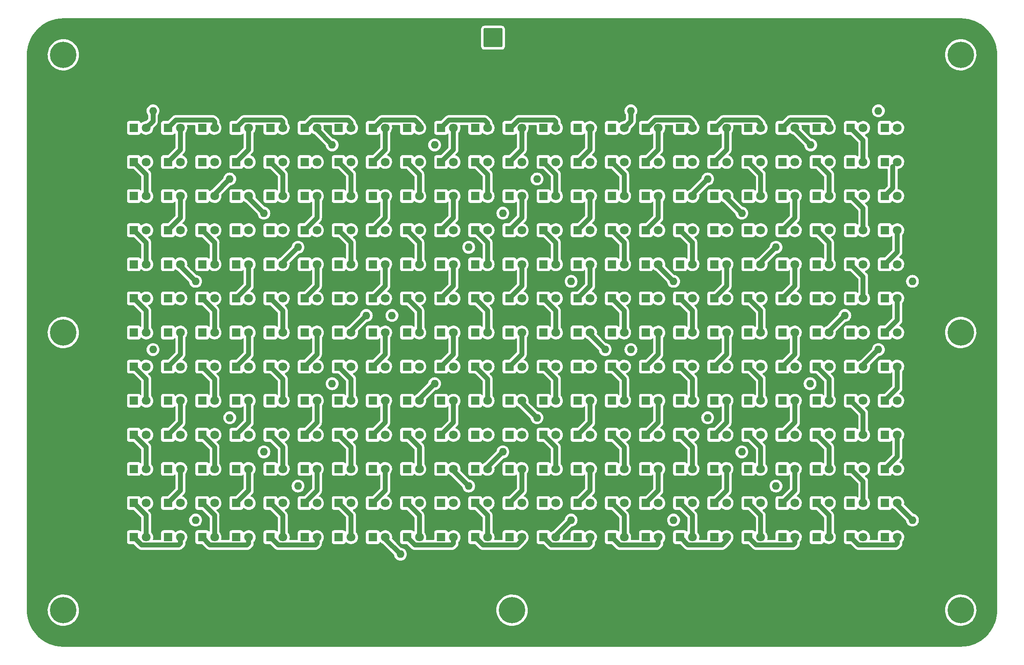
<source format=gbr>
%TF.GenerationSoftware,KiCad,Pcbnew,(6.0.6-0)*%
%TF.CreationDate,2022-07-15T18:49:22+02:00*%
%TF.ProjectId,laemp,6c61656d-702e-46b6-9963-61645f706362,1*%
%TF.SameCoordinates,Original*%
%TF.FileFunction,Copper,L1,Top*%
%TF.FilePolarity,Positive*%
%FSLAX46Y46*%
G04 Gerber Fmt 4.6, Leading zero omitted, Abs format (unit mm)*
G04 Created by KiCad (PCBNEW (6.0.6-0)) date 2022-07-15 18:49:22*
%MOMM*%
%LPD*%
G01*
G04 APERTURE LIST*
G04 Aperture macros list*
%AMRoundRect*
0 Rectangle with rounded corners*
0 $1 Rounding radius*
0 $2 $3 $4 $5 $6 $7 $8 $9 X,Y pos of 4 corners*
0 Add a 4 corners polygon primitive as box body*
4,1,4,$2,$3,$4,$5,$6,$7,$8,$9,$2,$3,0*
0 Add four circle primitives for the rounded corners*
1,1,$1+$1,$2,$3*
1,1,$1+$1,$4,$5*
1,1,$1+$1,$6,$7*
1,1,$1+$1,$8,$9*
0 Add four rect primitives between the rounded corners*
20,1,$1+$1,$2,$3,$4,$5,0*
20,1,$1+$1,$4,$5,$6,$7,0*
20,1,$1+$1,$6,$7,$8,$9,0*
20,1,$1+$1,$8,$9,$2,$3,0*%
G04 Aperture macros list end*
%TA.AperFunction,ComponentPad*%
%ADD10R,1.800000X1.800000*%
%TD*%
%TA.AperFunction,ComponentPad*%
%ADD11C,1.800000*%
%TD*%
%TA.AperFunction,ComponentPad*%
%ADD12RoundRect,0.250002X-1.699998X-1.699998X1.699998X-1.699998X1.699998X1.699998X-1.699998X1.699998X0*%
%TD*%
%TA.AperFunction,ComponentPad*%
%ADD13C,3.900000*%
%TD*%
%TA.AperFunction,ComponentPad*%
%ADD14C,5.400000*%
%TD*%
%TA.AperFunction,ComponentPad*%
%ADD15C,0.800000*%
%TD*%
%TA.AperFunction,ComponentPad*%
%ADD16O,1.600000X1.600000*%
%TD*%
%TA.AperFunction,ComponentPad*%
%ADD17C,1.600000*%
%TD*%
%TA.AperFunction,Conductor*%
%ADD18C,1.000000*%
%TD*%
G04 APERTURE END LIST*
D10*
%TO.P,D236,1,K*%
%TO.N,Net-(D236-Pad1)*%
X192960000Y-55500000D03*
D11*
%TO.P,D236,2,A*%
%TO.N,Net-(D235-Pad1)*%
X195500000Y-55500000D03*
%TD*%
D10*
%TO.P,D299,1,K*%
%TO.N,GND*%
X220960000Y-48500000D03*
D11*
%TO.P,D299,2,A*%
%TO.N,Net-(D298-Pad1)*%
X223500000Y-48500000D03*
%TD*%
D10*
%TO.P,D79,1,K*%
%TO.N,Net-(D79-Pad1)*%
X108960000Y-48500000D03*
D11*
%TO.P,D79,2,A*%
%TO.N,Net-(D78-Pad1)*%
X111500000Y-48500000D03*
%TD*%
D10*
%TO.P,D92,1,K*%
%TO.N,Net-(D92-Pad1)*%
X115960000Y-132500000D03*
D11*
%TO.P,D92,2,A*%
%TO.N,Net-(D92-Pad2)*%
X118500000Y-132500000D03*
%TD*%
D10*
%TO.P,D23,1,K*%
%TO.N,Net-(D23-Pad1)*%
X73960000Y-69500000D03*
D11*
%TO.P,D23,2,A*%
%TO.N,Net-(D22-Pad1)*%
X76500000Y-69500000D03*
%TD*%
D10*
%TO.P,D228,1,K*%
%TO.N,Net-(D228-Pad1)*%
X185960000Y-90500000D03*
D11*
%TO.P,D228,2,A*%
%TO.N,Net-(D227-Pad1)*%
X188500000Y-90500000D03*
%TD*%
D10*
%TO.P,D128,1,K*%
%TO.N,Net-(D128-Pad1)*%
X129960000Y-62500000D03*
D11*
%TO.P,D128,2,A*%
%TO.N,Net-(D127-Pad1)*%
X132500000Y-62500000D03*
%TD*%
D10*
%TO.P,D99,1,K*%
%TO.N,Net-(D100-Pad2)*%
X115960000Y-83500000D03*
D11*
%TO.P,D99,2,A*%
%TO.N,Net-(D99-Pad2)*%
X118500000Y-83500000D03*
%TD*%
D10*
%TO.P,D157,1,K*%
%TO.N,Net-(D157-Pad1)*%
X150960000Y-48500000D03*
D11*
%TO.P,D157,2,A*%
%TO.N,Net-(D156-Pad1)*%
X153500000Y-48500000D03*
%TD*%
D10*
%TO.P,D280,1,K*%
%TO.N,GND*%
X213960000Y-90500000D03*
D11*
%TO.P,D280,2,A*%
%TO.N,Net-(D279-Pad1)*%
X216500000Y-90500000D03*
%TD*%
D10*
%TO.P,D100,1,K*%
%TO.N,Net-(D100-Pad1)*%
X115960000Y-76500000D03*
D11*
%TO.P,D100,2,A*%
%TO.N,Net-(D100-Pad2)*%
X118500000Y-76500000D03*
%TD*%
D10*
%TO.P,D25,1,K*%
%TO.N,Net-(D25-Pad1)*%
X73960000Y-55500000D03*
D11*
%TO.P,D25,2,A*%
%TO.N,Net-(D24-Pad1)*%
X76500000Y-55500000D03*
%TD*%
D10*
%TO.P,D192,1,K*%
%TO.N,Net-(D192-Pad1)*%
X164960000Y-111500000D03*
D11*
%TO.P,D192,2,A*%
%TO.N,Net-(D191-Pad1)*%
X167500000Y-111500000D03*
%TD*%
D10*
%TO.P,D289,1,K*%
%TO.N,Net-(D289-Pad1)*%
X220960000Y-118500000D03*
D11*
%TO.P,D289,2,A*%
%TO.N,Net-(D288-Pad1)*%
X223500000Y-118500000D03*
%TD*%
D10*
%TO.P,D231,1,K*%
%TO.N,GND*%
X185960000Y-69500000D03*
D11*
%TO.P,D231,2,A*%
%TO.N,Net-(D230-Pad1)*%
X188500000Y-69500000D03*
%TD*%
D10*
%TO.P,D204,1,K*%
%TO.N,Net-(D204-Pad1)*%
X171960000Y-76500000D03*
D11*
%TO.P,D204,2,A*%
%TO.N,Net-(D204-Pad2)*%
X174500000Y-76500000D03*
%TD*%
D10*
%TO.P,D219,1,K*%
%TO.N,Net-(D219-Pad1)*%
X178960000Y-118500000D03*
D11*
%TO.P,D219,2,A*%
%TO.N,Net-(D218-Pad1)*%
X181500000Y-118500000D03*
%TD*%
D10*
%TO.P,D9,1,K*%
%TO.N,Net-(D10-Pad2)*%
X66960000Y-104500000D03*
D11*
%TO.P,D9,2,A*%
%TO.N,Net-(D8-Pad1)*%
X69500000Y-104500000D03*
%TD*%
D10*
%TO.P,D242,1,K*%
%TO.N,Net-(D242-Pad1)*%
X192960000Y-97500000D03*
D11*
%TO.P,D242,2,A*%
%TO.N,Net-(D241-Pad1)*%
X195500000Y-97500000D03*
%TD*%
D10*
%TO.P,D40,1,K*%
%TO.N,Net-(D40-Pad1)*%
X87960000Y-132500000D03*
D11*
%TO.P,D40,2,A*%
%TO.N,Net-(D39-Pad1)*%
X90500000Y-132500000D03*
%TD*%
D10*
%TO.P,D20,1,K*%
%TO.N,Net-(D20-Pad1)*%
X73960000Y-90500000D03*
D11*
%TO.P,D20,2,A*%
%TO.N,Net-(D19-Pad1)*%
X76500000Y-90500000D03*
%TD*%
D10*
%TO.P,D45,1,K*%
%TO.N,Net-(D45-Pad1)*%
X87960000Y-97500000D03*
D11*
%TO.P,D45,2,A*%
%TO.N,Net-(D44-Pad1)*%
X90500000Y-97500000D03*
%TD*%
D10*
%TO.P,D267,1,K*%
%TO.N,Net-(D267-Pad1)*%
X206960000Y-90500000D03*
D11*
%TO.P,D267,2,A*%
%TO.N,Net-(D267-Pad2)*%
X209500000Y-90500000D03*
%TD*%
D10*
%TO.P,D82,1,K*%
%TO.N,Net-(D82-Pad1)*%
X108960000Y-69500000D03*
D11*
%TO.P,D82,2,A*%
%TO.N,Net-(D81-Pad1)*%
X111500000Y-69500000D03*
%TD*%
D10*
%TO.P,D70,1,K*%
%TO.N,GND*%
X101960000Y-104500000D03*
D11*
%TO.P,D70,2,A*%
%TO.N,Net-(D69-Pad1)*%
X104500000Y-104500000D03*
%TD*%
D10*
%TO.P,D12,1,K*%
%TO.N,Net-(D12-Pad1)*%
X66960000Y-125500000D03*
D11*
%TO.P,D12,2,A*%
%TO.N,Net-(D11-Pad1)*%
X69500000Y-125500000D03*
%TD*%
D10*
%TO.P,D47,1,K*%
%TO.N,Net-(D47-Pad1)*%
X87960000Y-83500000D03*
D11*
%TO.P,D47,2,A*%
%TO.N,Net-(D46-Pad1)*%
X90500000Y-83500000D03*
%TD*%
D10*
%TO.P,D154,1,K*%
%TO.N,GND*%
X143960000Y-62500000D03*
D11*
%TO.P,D154,2,A*%
%TO.N,Net-(D153-Pad1)*%
X146500000Y-62500000D03*
%TD*%
D10*
%TO.P,D271,1,K*%
%TO.N,Net-(D271-Pad1)*%
X206960000Y-118500000D03*
D11*
%TO.P,D271,2,A*%
%TO.N,Net-(D270-Pad1)*%
X209500000Y-118500000D03*
%TD*%
D10*
%TO.P,D106,1,K*%
%TO.N,Net-(D106-Pad1)*%
X122960000Y-55500000D03*
D11*
%TO.P,D106,2,A*%
%TO.N,Net-(D106-Pad2)*%
X125500000Y-55500000D03*
%TD*%
D10*
%TO.P,D78,1,K*%
%TO.N,Net-(D78-Pad1)*%
X101960000Y-48500000D03*
D11*
%TO.P,D78,2,A*%
%TO.N,Net-(D78-Pad2)*%
X104500000Y-48500000D03*
%TD*%
D10*
%TO.P,D269,1,K*%
%TO.N,Net-(D269-Pad1)*%
X206960000Y-104500000D03*
D11*
%TO.P,D269,2,A*%
%TO.N,Net-(D268-Pad1)*%
X209500000Y-104500000D03*
%TD*%
D10*
%TO.P,D145,1,K*%
%TO.N,Net-(D145-Pad1)*%
X143960000Y-125500000D03*
D11*
%TO.P,D145,2,A*%
%TO.N,Net-(D144-Pad1)*%
X146500000Y-125500000D03*
%TD*%
D10*
%TO.P,D216,1,K*%
%TO.N,Net-(D216-Pad1)*%
X178960000Y-97500000D03*
D11*
%TO.P,D216,2,A*%
%TO.N,Net-(D215-Pad1)*%
X181500000Y-97500000D03*
%TD*%
D10*
%TO.P,D152,1,K*%
%TO.N,Net-(D152-Pad1)*%
X143960000Y-76500000D03*
D11*
%TO.P,D152,2,A*%
%TO.N,Net-(D151-Pad1)*%
X146500000Y-76500000D03*
%TD*%
D10*
%TO.P,D16,1,K*%
%TO.N,Net-(D16-Pad1)*%
X73960000Y-118500000D03*
D11*
%TO.P,D16,2,A*%
%TO.N,Net-(D15-Pad1)*%
X76500000Y-118500000D03*
%TD*%
D10*
%TO.P,D234,1,K*%
%TO.N,Net-(D234-Pad1)*%
X185960000Y-48500000D03*
D11*
%TO.P,D234,2,A*%
%TO.N,Net-(D233-Pad1)*%
X188500000Y-48500000D03*
%TD*%
D10*
%TO.P,D266,1,K*%
%TO.N,GND*%
X206960000Y-83500000D03*
D11*
%TO.P,D266,2,A*%
%TO.N,Net-(D265-Pad1)*%
X209500000Y-83500000D03*
%TD*%
D10*
%TO.P,D189,1,K*%
%TO.N,GND*%
X164960000Y-90500000D03*
D11*
%TO.P,D189,2,A*%
%TO.N,Net-(D188-Pad1)*%
X167500000Y-90500000D03*
%TD*%
D10*
%TO.P,D181,1,K*%
%TO.N,Net-(D181-Pad1)*%
X157960000Y-55500000D03*
D11*
%TO.P,D181,2,A*%
%TO.N,Net-(D180-Pad1)*%
X160500000Y-55500000D03*
%TD*%
D10*
%TO.P,D89,1,K*%
%TO.N,Net-(D89-Pad1)*%
X108960000Y-118500000D03*
D11*
%TO.P,D89,2,A*%
%TO.N,Net-(D88-Pad1)*%
X111500000Y-118500000D03*
%TD*%
D10*
%TO.P,D209,1,K*%
%TO.N,Net-(D209-Pad1)*%
X178960000Y-48500000D03*
D11*
%TO.P,D209,2,A*%
%TO.N,Net-(D208-Pad1)*%
X181500000Y-48500000D03*
%TD*%
D10*
%TO.P,D224,1,K*%
%TO.N,GND*%
X185960000Y-118500000D03*
D11*
%TO.P,D224,2,A*%
%TO.N,Net-(D223-Pad1)*%
X188500000Y-118500000D03*
%TD*%
D10*
%TO.P,D19,1,K*%
%TO.N,Net-(D19-Pad1)*%
X73960000Y-97500000D03*
D11*
%TO.P,D19,2,A*%
%TO.N,Net-(D18-Pad1)*%
X76500000Y-97500000D03*
%TD*%
D10*
%TO.P,D2,1,K*%
%TO.N,Net-(D2-Pad1)*%
X66960000Y-55500000D03*
D11*
%TO.P,D2,2,A*%
%TO.N,Net-(D1-Pad1)*%
X69500000Y-55500000D03*
%TD*%
D10*
%TO.P,D141,1,K*%
%TO.N,Net-(D141-Pad1)*%
X136960000Y-118500000D03*
D11*
%TO.P,D141,2,A*%
%TO.N,Net-(D141-Pad2)*%
X139500000Y-118500000D03*
%TD*%
D10*
%TO.P,D91,1,K*%
%TO.N,GND*%
X108960000Y-132500000D03*
D11*
%TO.P,D91,2,A*%
%TO.N,Net-(D90-Pad1)*%
X111500000Y-132500000D03*
%TD*%
D10*
%TO.P,D150,1,K*%
%TO.N,Net-(D150-Pad1)*%
X143960000Y-90500000D03*
D11*
%TO.P,D150,2,A*%
%TO.N,Net-(D149-Pad1)*%
X146500000Y-90500000D03*
%TD*%
D10*
%TO.P,D277,1,K*%
%TO.N,Net-(D277-Pad1)*%
X213960000Y-69500000D03*
D11*
%TO.P,D277,2,A*%
%TO.N,Net-(D276-Pad1)*%
X216500000Y-69500000D03*
%TD*%
D10*
%TO.P,D118,1,K*%
%TO.N,Net-(D118-Pad1)*%
X129960000Y-132500000D03*
D11*
%TO.P,D118,2,A*%
%TO.N,Net-(D117-Pad1)*%
X132500000Y-132500000D03*
%TD*%
D10*
%TO.P,D33,1,K*%
%TO.N,Net-(D33-Pad1)*%
X80960000Y-90500000D03*
D11*
%TO.P,D33,2,A*%
%TO.N,Net-(D32-Pad1)*%
X83500000Y-90500000D03*
%TD*%
D10*
%TO.P,D188,1,K*%
%TO.N,Net-(D188-Pad1)*%
X164960000Y-83500000D03*
D11*
%TO.P,D188,2,A*%
%TO.N,Net-(D187-Pad1)*%
X167500000Y-83500000D03*
%TD*%
D10*
%TO.P,D143,1,K*%
%TO.N,Net-(D143-Pad1)*%
X136960000Y-132500000D03*
D11*
%TO.P,D143,2,A*%
%TO.N,Net-(D142-Pad1)*%
X139500000Y-132500000D03*
%TD*%
D10*
%TO.P,D206,1,K*%
%TO.N,Net-(D206-Pad1)*%
X171960000Y-62500000D03*
D11*
%TO.P,D206,2,A*%
%TO.N,Net-(D205-Pad1)*%
X174500000Y-62500000D03*
%TD*%
D10*
%TO.P,D121,1,K*%
%TO.N,Net-(D121-Pad1)*%
X129960000Y-111500000D03*
D11*
%TO.P,D121,2,A*%
%TO.N,Net-(D120-Pad1)*%
X132500000Y-111500000D03*
%TD*%
D10*
%TO.P,D151,1,K*%
%TO.N,Net-(D151-Pad1)*%
X143960000Y-83500000D03*
D11*
%TO.P,D151,2,A*%
%TO.N,Net-(D150-Pad1)*%
X146500000Y-83500000D03*
%TD*%
D10*
%TO.P,D21,1,K*%
%TO.N,GND*%
X73960000Y-83500000D03*
D11*
%TO.P,D21,2,A*%
%TO.N,Net-(D20-Pad1)*%
X76500000Y-83500000D03*
%TD*%
D10*
%TO.P,D113,1,K*%
%TO.N,Net-(D113-Pad1)*%
X122960000Y-104500000D03*
D11*
%TO.P,D113,2,A*%
%TO.N,Net-(D113-Pad2)*%
X125500000Y-104500000D03*
%TD*%
D10*
%TO.P,D29,1,K*%
%TO.N,Net-(D29-Pad1)*%
X80960000Y-62500000D03*
D11*
%TO.P,D29,2,A*%
%TO.N,Net-(D29-Pad2)*%
X83500000Y-62500000D03*
%TD*%
D10*
%TO.P,D124,1,K*%
%TO.N,Net-(D124-Pad1)*%
X129960000Y-90500000D03*
D11*
%TO.P,D124,2,A*%
%TO.N,Net-(D123-Pad1)*%
X132500000Y-90500000D03*
%TD*%
D10*
%TO.P,D133,1,K*%
%TO.N,GND*%
X136960000Y-62500000D03*
D11*
%TO.P,D133,2,A*%
%TO.N,Net-(D132-Pad1)*%
X139500000Y-62500000D03*
%TD*%
D10*
%TO.P,D295,1,K*%
%TO.N,Net-(D295-Pad1)*%
X220960000Y-76500000D03*
D11*
%TO.P,D295,2,A*%
%TO.N,Net-(D295-Pad2)*%
X223500000Y-76500000D03*
%TD*%
D10*
%TO.P,D173,1,K*%
%TO.N,Net-(D173-Pad1)*%
X157960000Y-111500000D03*
D11*
%TO.P,D173,2,A*%
%TO.N,Net-(D172-Pad1)*%
X160500000Y-111500000D03*
%TD*%
D10*
%TO.P,D60,1,K*%
%TO.N,Net-(D60-Pad1)*%
X94960000Y-97500000D03*
D11*
%TO.P,D60,2,A*%
%TO.N,Net-(D59-Pad1)*%
X97500000Y-97500000D03*
%TD*%
D10*
%TO.P,D174,1,K*%
%TO.N,Net-(D174-Pad1)*%
X157960000Y-104500000D03*
D11*
%TO.P,D174,2,A*%
%TO.N,Net-(D173-Pad1)*%
X160500000Y-104500000D03*
%TD*%
D10*
%TO.P,D285,1,K*%
%TO.N,Net-(D285-Pad1)*%
X213960000Y-125500000D03*
D11*
%TO.P,D285,2,A*%
%TO.N,Net-(D284-Pad1)*%
X216500000Y-125500000D03*
%TD*%
D10*
%TO.P,D24,1,K*%
%TO.N,Net-(D24-Pad1)*%
X73960000Y-62500000D03*
D11*
%TO.P,D24,2,A*%
%TO.N,Net-(D23-Pad1)*%
X76500000Y-62500000D03*
%TD*%
D10*
%TO.P,D74,1,K*%
%TO.N,Net-(D74-Pad1)*%
X101960000Y-76500000D03*
D11*
%TO.P,D74,2,A*%
%TO.N,Net-(D73-Pad1)*%
X104500000Y-76500000D03*
%TD*%
D10*
%TO.P,D116,1,K*%
%TO.N,Net-(D116-Pad1)*%
X122960000Y-125500000D03*
D11*
%TO.P,D116,2,A*%
%TO.N,Net-(D115-Pad1)*%
X125500000Y-125500000D03*
%TD*%
D12*
%TO.P,J1,1,Pin_1*%
%TO.N,GND*%
X140600000Y-30000000D03*
D13*
%TO.P,J1,2,Pin_2*%
%TO.N,+24V*%
X148400000Y-30000000D03*
%TD*%
D10*
%TO.P,D183,1,K*%
%TO.N,Net-(D183-Pad1)*%
X164960000Y-48500000D03*
D11*
%TO.P,D183,2,A*%
%TO.N,Net-(D183-Pad2)*%
X167500000Y-48500000D03*
%TD*%
D10*
%TO.P,D230,1,K*%
%TO.N,Net-(D230-Pad1)*%
X185960000Y-76500000D03*
D11*
%TO.P,D230,2,A*%
%TO.N,Net-(D229-Pad1)*%
X188500000Y-76500000D03*
%TD*%
D10*
%TO.P,D17,1,K*%
%TO.N,Net-(D17-Pad1)*%
X73960000Y-111500000D03*
D11*
%TO.P,D17,2,A*%
%TO.N,Net-(D16-Pad1)*%
X76500000Y-111500000D03*
%TD*%
D10*
%TO.P,D235,1,K*%
%TO.N,Net-(D235-Pad1)*%
X192960000Y-48500000D03*
D11*
%TO.P,D235,2,A*%
%TO.N,Net-(D234-Pad1)*%
X195500000Y-48500000D03*
%TD*%
D10*
%TO.P,D223,1,K*%
%TO.N,Net-(D223-Pad1)*%
X185960000Y-125500000D03*
D11*
%TO.P,D223,2,A*%
%TO.N,Net-(D222-Pad1)*%
X188500000Y-125500000D03*
%TD*%
D10*
%TO.P,D175,1,K*%
%TO.N,GND*%
X157960000Y-97500000D03*
D11*
%TO.P,D175,2,A*%
%TO.N,Net-(D174-Pad1)*%
X160500000Y-97500000D03*
%TD*%
D10*
%TO.P,D105,1,K*%
%TO.N,GND*%
X122960000Y-48500000D03*
D11*
%TO.P,D105,2,A*%
%TO.N,Net-(D104-Pad1)*%
X125500000Y-48500000D03*
%TD*%
D10*
%TO.P,D122,1,K*%
%TO.N,Net-(D122-Pad1)*%
X129960000Y-104500000D03*
D11*
%TO.P,D122,2,A*%
%TO.N,Net-(D121-Pad1)*%
X132500000Y-104500000D03*
%TD*%
D10*
%TO.P,D168,1,K*%
%TO.N,GND*%
X150960000Y-125500000D03*
D11*
%TO.P,D168,2,A*%
%TO.N,Net-(D167-Pad1)*%
X153500000Y-125500000D03*
%TD*%
D10*
%TO.P,D28,1,K*%
%TO.N,GND*%
X80960000Y-55500000D03*
D11*
%TO.P,D28,2,A*%
%TO.N,Net-(D27-Pad1)*%
X83500000Y-55500000D03*
%TD*%
D10*
%TO.P,D247,1,K*%
%TO.N,Net-(D247-Pad1)*%
X192960000Y-132500000D03*
D11*
%TO.P,D247,2,A*%
%TO.N,Net-(D246-Pad1)*%
X195500000Y-132500000D03*
%TD*%
D10*
%TO.P,D149,1,K*%
%TO.N,Net-(D149-Pad1)*%
X143960000Y-97500000D03*
D11*
%TO.P,D149,2,A*%
%TO.N,Net-(D148-Pad1)*%
X146500000Y-97500000D03*
%TD*%
D10*
%TO.P,D72,1,K*%
%TO.N,Net-(D72-Pad1)*%
X101960000Y-90500000D03*
D11*
%TO.P,D72,2,A*%
%TO.N,Net-(D71-Pad1)*%
X104500000Y-90500000D03*
%TD*%
D10*
%TO.P,D256,1,K*%
%TO.N,Net-(D256-Pad1)*%
X199960000Y-76500000D03*
D11*
%TO.P,D256,2,A*%
%TO.N,Net-(D255-Pad1)*%
X202500000Y-76500000D03*
%TD*%
D10*
%TO.P,D294,1,K*%
%TO.N,GND*%
X220960000Y-83500000D03*
D11*
%TO.P,D294,2,A*%
%TO.N,Net-(D293-Pad1)*%
X223500000Y-83500000D03*
%TD*%
D10*
%TO.P,D220,1,K*%
%TO.N,Net-(D220-Pad1)*%
X178960000Y-125500000D03*
D11*
%TO.P,D220,2,A*%
%TO.N,Net-(D219-Pad1)*%
X181500000Y-125500000D03*
%TD*%
D10*
%TO.P,D218,1,K*%
%TO.N,Net-(D218-Pad1)*%
X178960000Y-111500000D03*
D11*
%TO.P,D218,2,A*%
%TO.N,Net-(D218-Pad2)*%
X181500000Y-111500000D03*
%TD*%
D10*
%TO.P,D4,1,K*%
%TO.N,Net-(D4-Pad1)*%
X66960000Y-69500000D03*
D11*
%TO.P,D4,2,A*%
%TO.N,Net-(D3-Pad1)*%
X69500000Y-69500000D03*
%TD*%
D10*
%TO.P,D46,1,K*%
%TO.N,Net-(D46-Pad1)*%
X87960000Y-90500000D03*
D11*
%TO.P,D46,2,A*%
%TO.N,Net-(D45-Pad1)*%
X90500000Y-90500000D03*
%TD*%
D10*
%TO.P,D184,1,K*%
%TO.N,Net-(D184-Pad1)*%
X164960000Y-55500000D03*
D11*
%TO.P,D184,2,A*%
%TO.N,Net-(D183-Pad1)*%
X167500000Y-55500000D03*
%TD*%
D10*
%TO.P,D286,1,K*%
%TO.N,Net-(D286-Pad1)*%
X213960000Y-132500000D03*
D11*
%TO.P,D286,2,A*%
%TO.N,Net-(D285-Pad1)*%
X216500000Y-132500000D03*
%TD*%
D10*
%TO.P,D94,1,K*%
%TO.N,Net-(D94-Pad1)*%
X115960000Y-118500000D03*
D11*
%TO.P,D94,2,A*%
%TO.N,Net-(D93-Pad1)*%
X118500000Y-118500000D03*
%TD*%
D10*
%TO.P,D10,1,K*%
%TO.N,Net-(D10-Pad1)*%
X66960000Y-111500000D03*
D11*
%TO.P,D10,2,A*%
%TO.N,Net-(D10-Pad2)*%
X69500000Y-111500000D03*
%TD*%
D10*
%TO.P,D131,1,K*%
%TO.N,Net-(D131-Pad1)*%
X136960000Y-48500000D03*
D11*
%TO.P,D131,2,A*%
%TO.N,Net-(D130-Pad1)*%
X139500000Y-48500000D03*
%TD*%
D10*
%TO.P,D11,1,K*%
%TO.N,Net-(D11-Pad1)*%
X66960000Y-118500000D03*
D11*
%TO.P,D11,2,A*%
%TO.N,Net-(D10-Pad1)*%
X69500000Y-118500000D03*
%TD*%
D10*
%TO.P,D130,1,K*%
%TO.N,Net-(D130-Pad1)*%
X129960000Y-48500000D03*
D11*
%TO.P,D130,2,A*%
%TO.N,Net-(D129-Pad1)*%
X132500000Y-48500000D03*
%TD*%
D10*
%TO.P,D162,1,K*%
%TO.N,Net-(D162-Pad1)*%
X150960000Y-83500000D03*
D11*
%TO.P,D162,2,A*%
%TO.N,Net-(D162-Pad2)*%
X153500000Y-83500000D03*
%TD*%
D10*
%TO.P,D123,1,K*%
%TO.N,Net-(D123-Pad1)*%
X129960000Y-97500000D03*
D11*
%TO.P,D123,2,A*%
%TO.N,Net-(D122-Pad1)*%
X132500000Y-97500000D03*
%TD*%
D10*
%TO.P,D165,1,K*%
%TO.N,Net-(D165-Pad1)*%
X150960000Y-104500000D03*
D11*
%TO.P,D165,2,A*%
%TO.N,Net-(D164-Pad1)*%
X153500000Y-104500000D03*
%TD*%
D10*
%TO.P,D179,1,K*%
%TO.N,Net-(D179-Pad1)*%
X157960000Y-69500000D03*
D11*
%TO.P,D179,2,A*%
%TO.N,Net-(D178-Pad1)*%
X160500000Y-69500000D03*
%TD*%
D10*
%TO.P,D71,1,K*%
%TO.N,Net-(D71-Pad1)*%
X101960000Y-97500000D03*
D11*
%TO.P,D71,2,A*%
%TO.N,Net-(D71-Pad2)*%
X104500000Y-97500000D03*
%TD*%
D10*
%TO.P,D30,1,K*%
%TO.N,Net-(D30-Pad1)*%
X80960000Y-69500000D03*
D11*
%TO.P,D30,2,A*%
%TO.N,Net-(D29-Pad1)*%
X83500000Y-69500000D03*
%TD*%
D10*
%TO.P,D144,1,K*%
%TO.N,Net-(D144-Pad1)*%
X143960000Y-132500000D03*
D11*
%TO.P,D144,2,A*%
%TO.N,Net-(D143-Pad1)*%
X146500000Y-132500000D03*
%TD*%
D10*
%TO.P,D67,1,K*%
%TO.N,Net-(D67-Pad1)*%
X101960000Y-125500000D03*
D11*
%TO.P,D67,2,A*%
%TO.N,Net-(D66-Pad1)*%
X104500000Y-125500000D03*
%TD*%
D10*
%TO.P,D268,1,K*%
%TO.N,Net-(D268-Pad1)*%
X206960000Y-97500000D03*
D11*
%TO.P,D268,2,A*%
%TO.N,Net-(D267-Pad1)*%
X209500000Y-97500000D03*
%TD*%
D10*
%TO.P,D85,1,K*%
%TO.N,Net-(D85-Pad1)*%
X108960000Y-90500000D03*
D11*
%TO.P,D85,2,A*%
%TO.N,Net-(D85-Pad2)*%
X111500000Y-90500000D03*
%TD*%
D10*
%TO.P,D146,1,K*%
%TO.N,Net-(D146-Pad1)*%
X143960000Y-118500000D03*
D11*
%TO.P,D146,2,A*%
%TO.N,Net-(D145-Pad1)*%
X146500000Y-118500000D03*
%TD*%
D10*
%TO.P,D96,1,K*%
%TO.N,Net-(D96-Pad1)*%
X115960000Y-104500000D03*
D11*
%TO.P,D96,2,A*%
%TO.N,Net-(D95-Pad1)*%
X118500000Y-104500000D03*
%TD*%
D10*
%TO.P,D240,1,K*%
%TO.N,Net-(D240-Pad1)*%
X192960000Y-83500000D03*
D11*
%TO.P,D240,2,A*%
%TO.N,Net-(D239-Pad1)*%
X195500000Y-83500000D03*
%TD*%
D10*
%TO.P,D44,1,K*%
%TO.N,Net-(D44-Pad1)*%
X87960000Y-104500000D03*
D11*
%TO.P,D44,2,A*%
%TO.N,Net-(D43-Pad1)*%
X90500000Y-104500000D03*
%TD*%
D10*
%TO.P,D102,1,K*%
%TO.N,Net-(D102-Pad1)*%
X115960000Y-62500000D03*
D11*
%TO.P,D102,2,A*%
%TO.N,Net-(D101-Pad1)*%
X118500000Y-62500000D03*
%TD*%
D10*
%TO.P,D178,1,K*%
%TO.N,Net-(D178-Pad1)*%
X157960000Y-76500000D03*
D11*
%TO.P,D178,2,A*%
%TO.N,Net-(D177-Pad1)*%
X160500000Y-76500000D03*
%TD*%
D10*
%TO.P,D83,1,K*%
%TO.N,Net-(D83-Pad1)*%
X108960000Y-76500000D03*
D11*
%TO.P,D83,2,A*%
%TO.N,Net-(D82-Pad1)*%
X111500000Y-76500000D03*
%TD*%
D10*
%TO.P,D199,1,K*%
%TO.N,Net-(D199-Pad1)*%
X171960000Y-111500000D03*
D11*
%TO.P,D199,2,A*%
%TO.N,Net-(D198-Pad1)*%
X174500000Y-111500000D03*
%TD*%
D10*
%TO.P,D35,1,K*%
%TO.N,GND*%
X80960000Y-104500000D03*
D11*
%TO.P,D35,2,A*%
%TO.N,Net-(D34-Pad1)*%
X83500000Y-104500000D03*
%TD*%
D10*
%TO.P,D148,1,K*%
%TO.N,Net-(D148-Pad1)*%
X143960000Y-104500000D03*
D11*
%TO.P,D148,2,A*%
%TO.N,Net-(D148-Pad2)*%
X146500000Y-104500000D03*
%TD*%
D14*
%TO.P,H2,1,1*%
%TO.N,GND*%
X236500000Y-33500000D03*
D15*
X234475000Y-33500000D03*
X237931891Y-34931891D03*
X235068109Y-34931891D03*
X235068109Y-32068109D03*
X236500000Y-35525000D03*
X238525000Y-33500000D03*
X237931891Y-32068109D03*
X236500000Y-31475000D03*
%TD*%
D10*
%TO.P,D90,1,K*%
%TO.N,Net-(D90-Pad1)*%
X108960000Y-125500000D03*
D11*
%TO.P,D90,2,A*%
%TO.N,Net-(D89-Pad1)*%
X111500000Y-125500000D03*
%TD*%
D10*
%TO.P,D147,1,K*%
%TO.N,GND*%
X143960000Y-111500000D03*
D11*
%TO.P,D147,2,A*%
%TO.N,Net-(D146-Pad1)*%
X146500000Y-111500000D03*
%TD*%
D14*
%TO.P,H6,1,1*%
%TO.N,GND*%
X52500000Y-147500000D03*
D15*
X53931891Y-148931891D03*
X52500000Y-149525000D03*
X52500000Y-145475000D03*
X53931891Y-146068109D03*
X54525000Y-147500000D03*
X50475000Y-147500000D03*
X51068109Y-148931891D03*
X51068109Y-146068109D03*
%TD*%
D10*
%TO.P,D172,1,K*%
%TO.N,Net-(D172-Pad1)*%
X157960000Y-118500000D03*
D11*
%TO.P,D172,2,A*%
%TO.N,Net-(D171-Pad1)*%
X160500000Y-118500000D03*
%TD*%
D10*
%TO.P,D7,1,K*%
%TO.N,GND*%
X66960000Y-90500000D03*
D11*
%TO.P,D7,2,A*%
%TO.N,Net-(D6-Pad1)*%
X69500000Y-90500000D03*
%TD*%
D10*
%TO.P,D239,1,K*%
%TO.N,Net-(D239-Pad1)*%
X192960000Y-76500000D03*
D11*
%TO.P,D239,2,A*%
%TO.N,Net-(D239-Pad2)*%
X195500000Y-76500000D03*
%TD*%
D10*
%TO.P,D13,1,K*%
%TO.N,Net-(D13-Pad1)*%
X66960000Y-132500000D03*
D11*
%TO.P,D13,2,A*%
%TO.N,Net-(D12-Pad1)*%
X69500000Y-132500000D03*
%TD*%
D10*
%TO.P,D195,1,K*%
%TO.N,Net-(D195-Pad1)*%
X164960000Y-132500000D03*
D11*
%TO.P,D195,2,A*%
%TO.N,Net-(D194-Pad1)*%
X167500000Y-132500000D03*
%TD*%
D10*
%TO.P,D156,1,K*%
%TO.N,Net-(D156-Pad1)*%
X143960000Y-48500000D03*
D11*
%TO.P,D156,2,A*%
%TO.N,Net-(D155-Pad1)*%
X146500000Y-48500000D03*
%TD*%
D14*
%TO.P,H4,1,1*%
%TO.N,GND*%
X236500000Y-147500000D03*
D15*
X235068109Y-148931891D03*
X236500000Y-149525000D03*
X237931891Y-148931891D03*
X238525000Y-147500000D03*
X235068109Y-146068109D03*
X234475000Y-147500000D03*
X237931891Y-146068109D03*
X236500000Y-145475000D03*
%TD*%
D10*
%TO.P,D276,1,K*%
%TO.N,Net-(D276-Pad1)*%
X213960000Y-62500000D03*
D11*
%TO.P,D276,2,A*%
%TO.N,Net-(D275-Pad1)*%
X216500000Y-62500000D03*
%TD*%
D10*
%TO.P,D237,1,K*%
%TO.N,Net-(D237-Pad1)*%
X192960000Y-62500000D03*
D11*
%TO.P,D237,2,A*%
%TO.N,Net-(D236-Pad1)*%
X195500000Y-62500000D03*
%TD*%
D10*
%TO.P,D88,1,K*%
%TO.N,Net-(D88-Pad1)*%
X108960000Y-111500000D03*
D11*
%TO.P,D88,2,A*%
%TO.N,Net-(D87-Pad1)*%
X111500000Y-111500000D03*
%TD*%
D10*
%TO.P,D120,1,K*%
%TO.N,Net-(D120-Pad1)*%
X129960000Y-118500000D03*
D11*
%TO.P,D120,2,A*%
%TO.N,Net-(D120-Pad2)*%
X132500000Y-118500000D03*
%TD*%
D10*
%TO.P,D119,1,K*%
%TO.N,GND*%
X129960000Y-125500000D03*
D11*
%TO.P,D119,2,A*%
%TO.N,Net-(D118-Pad1)*%
X132500000Y-125500000D03*
%TD*%
D10*
%TO.P,D109,1,K*%
%TO.N,Net-(D109-Pad1)*%
X122960000Y-76500000D03*
D11*
%TO.P,D109,2,A*%
%TO.N,Net-(D108-Pad1)*%
X125500000Y-76500000D03*
%TD*%
D10*
%TO.P,D66,1,K*%
%TO.N,Net-(D66-Pad1)*%
X101960000Y-132500000D03*
D11*
%TO.P,D66,2,A*%
%TO.N,Net-(D65-Pad1)*%
X104500000Y-132500000D03*
%TD*%
D10*
%TO.P,D80,1,K*%
%TO.N,Net-(D80-Pad1)*%
X108960000Y-55500000D03*
D11*
%TO.P,D80,2,A*%
%TO.N,Net-(D79-Pad1)*%
X111500000Y-55500000D03*
%TD*%
D10*
%TO.P,D126,1,K*%
%TO.N,GND*%
X129960000Y-76500000D03*
D11*
%TO.P,D126,2,A*%
%TO.N,Net-(D125-Pad1)*%
X132500000Y-76500000D03*
%TD*%
D10*
%TO.P,D161,1,K*%
%TO.N,GND*%
X150960000Y-76500000D03*
D11*
%TO.P,D161,2,A*%
%TO.N,Net-(D160-Pad1)*%
X153500000Y-76500000D03*
%TD*%
D10*
%TO.P,D258,1,K*%
%TO.N,Net-(D258-Pad1)*%
X199960000Y-62500000D03*
D11*
%TO.P,D258,2,A*%
%TO.N,Net-(D257-Pad1)*%
X202500000Y-62500000D03*
%TD*%
D10*
%TO.P,D251,1,K*%
%TO.N,Net-(D251-Pad1)*%
X199960000Y-111500000D03*
D11*
%TO.P,D251,2,A*%
%TO.N,Net-(D250-Pad1)*%
X202500000Y-111500000D03*
%TD*%
D10*
%TO.P,D15,1,K*%
%TO.N,Net-(D15-Pad1)*%
X73960000Y-125500000D03*
D11*
%TO.P,D15,2,A*%
%TO.N,Net-(D15-Pad2)*%
X76500000Y-125500000D03*
%TD*%
D10*
%TO.P,D42,1,K*%
%TO.N,GND*%
X87960000Y-118500000D03*
D11*
%TO.P,D42,2,A*%
%TO.N,Net-(D41-Pad1)*%
X90500000Y-118500000D03*
%TD*%
D10*
%TO.P,D260,1,K*%
%TO.N,Net-(D260-Pad1)*%
X199960000Y-48500000D03*
D11*
%TO.P,D260,2,A*%
%TO.N,Net-(D260-Pad2)*%
X202500000Y-48500000D03*
%TD*%
D10*
%TO.P,D134,1,K*%
%TO.N,Net-(D134-Pad1)*%
X136960000Y-69500000D03*
D11*
%TO.P,D134,2,A*%
%TO.N,Net-(D134-Pad2)*%
X139500000Y-69500000D03*
%TD*%
D10*
%TO.P,D115,1,K*%
%TO.N,Net-(D115-Pad1)*%
X122960000Y-118500000D03*
D11*
%TO.P,D115,2,A*%
%TO.N,Net-(D114-Pad1)*%
X125500000Y-118500000D03*
%TD*%
D10*
%TO.P,D142,1,K*%
%TO.N,Net-(D142-Pad1)*%
X136960000Y-125500000D03*
D11*
%TO.P,D142,2,A*%
%TO.N,Net-(D141-Pad1)*%
X139500000Y-125500000D03*
%TD*%
D10*
%TO.P,D291,1,K*%
%TO.N,Net-(D291-Pad1)*%
X220960000Y-104500000D03*
D11*
%TO.P,D291,2,A*%
%TO.N,Net-(D290-Pad1)*%
X223500000Y-104500000D03*
%TD*%
D15*
%TO.P,H3,1,1*%
%TO.N,GND*%
X235068109Y-91931891D03*
X236500000Y-92525000D03*
X238525000Y-90500000D03*
D14*
X236500000Y-90500000D03*
D15*
X234475000Y-90500000D03*
X237931891Y-89068109D03*
X236500000Y-88475000D03*
X237931891Y-91931891D03*
X235068109Y-89068109D03*
%TD*%
D10*
%TO.P,D275,1,K*%
%TO.N,Net-(D275-Pad1)*%
X213960000Y-55500000D03*
D11*
%TO.P,D275,2,A*%
%TO.N,Net-(D274-Pad1)*%
X216500000Y-55500000D03*
%TD*%
D10*
%TO.P,D238,1,K*%
%TO.N,GND*%
X192960000Y-69500000D03*
D11*
%TO.P,D238,2,A*%
%TO.N,Net-(D237-Pad1)*%
X195500000Y-69500000D03*
%TD*%
D10*
%TO.P,D187,1,K*%
%TO.N,Net-(D187-Pad1)*%
X164960000Y-76500000D03*
D11*
%TO.P,D187,2,A*%
%TO.N,Net-(D186-Pad1)*%
X167500000Y-76500000D03*
%TD*%
D10*
%TO.P,D125,1,K*%
%TO.N,Net-(D125-Pad1)*%
X129960000Y-83500000D03*
D11*
%TO.P,D125,2,A*%
%TO.N,Net-(D124-Pad1)*%
X132500000Y-83500000D03*
%TD*%
D10*
%TO.P,D297,1,K*%
%TO.N,Net-(D297-Pad1)*%
X220960000Y-62500000D03*
D11*
%TO.P,D297,2,A*%
%TO.N,Net-(D296-Pad1)*%
X223500000Y-62500000D03*
%TD*%
D10*
%TO.P,D167,1,K*%
%TO.N,Net-(D167-Pad1)*%
X150960000Y-118500000D03*
D11*
%TO.P,D167,2,A*%
%TO.N,Net-(D166-Pad1)*%
X153500000Y-118500000D03*
%TD*%
D10*
%TO.P,D95,1,K*%
%TO.N,Net-(D95-Pad1)*%
X115960000Y-111500000D03*
D11*
%TO.P,D95,2,A*%
%TO.N,Net-(D94-Pad1)*%
X118500000Y-111500000D03*
%TD*%
D10*
%TO.P,D138,1,K*%
%TO.N,Net-(D138-Pad1)*%
X136960000Y-97500000D03*
D11*
%TO.P,D138,2,A*%
%TO.N,Net-(D137-Pad1)*%
X139500000Y-97500000D03*
%TD*%
D10*
%TO.P,D3,1,K*%
%TO.N,Net-(D3-Pad1)*%
X66960000Y-62500000D03*
D11*
%TO.P,D3,2,A*%
%TO.N,Net-(D2-Pad1)*%
X69500000Y-62500000D03*
%TD*%
D10*
%TO.P,D49,1,K*%
%TO.N,GND*%
X87960000Y-69500000D03*
D11*
%TO.P,D49,2,A*%
%TO.N,Net-(D48-Pad1)*%
X90500000Y-69500000D03*
%TD*%
D10*
%TO.P,D107,1,K*%
%TO.N,Net-(D107-Pad1)*%
X122960000Y-62500000D03*
D11*
%TO.P,D107,2,A*%
%TO.N,Net-(D106-Pad1)*%
X125500000Y-62500000D03*
%TD*%
D10*
%TO.P,D274,1,K*%
%TO.N,Net-(D274-Pad1)*%
X213960000Y-48500000D03*
D11*
%TO.P,D274,2,A*%
%TO.N,Net-(D274-Pad2)*%
X216500000Y-48500000D03*
%TD*%
D10*
%TO.P,D98,1,K*%
%TO.N,GND*%
X115960000Y-90500000D03*
D11*
%TO.P,D98,2,A*%
%TO.N,Net-(D97-Pad1)*%
X118500000Y-90500000D03*
%TD*%
D10*
%TO.P,D22,1,K*%
%TO.N,Net-(D22-Pad1)*%
X73960000Y-76500000D03*
D11*
%TO.P,D22,2,A*%
%TO.N,Net-(D22-Pad2)*%
X76500000Y-76500000D03*
%TD*%
D10*
%TO.P,D61,1,K*%
%TO.N,Net-(D61-Pad1)*%
X94960000Y-104500000D03*
D11*
%TO.P,D61,2,A*%
%TO.N,Net-(D60-Pad1)*%
X97500000Y-104500000D03*
%TD*%
D10*
%TO.P,D287,1,K*%
%TO.N,GND*%
X220960000Y-132500000D03*
D11*
%TO.P,D287,2,A*%
%TO.N,Net-(D286-Pad1)*%
X223500000Y-132500000D03*
%TD*%
D10*
%TO.P,D14,1,K*%
%TO.N,GND*%
X73960000Y-132500000D03*
D11*
%TO.P,D14,2,A*%
%TO.N,Net-(D13-Pad1)*%
X76500000Y-132500000D03*
%TD*%
D10*
%TO.P,D77,1,K*%
%TO.N,GND*%
X101960000Y-55500000D03*
D11*
%TO.P,D77,2,A*%
%TO.N,Net-(D76-Pad1)*%
X104500000Y-55500000D03*
%TD*%
D10*
%TO.P,D93,1,K*%
%TO.N,Net-(D93-Pad1)*%
X115960000Y-125500000D03*
D11*
%TO.P,D93,2,A*%
%TO.N,Net-(D92-Pad1)*%
X118500000Y-125500000D03*
%TD*%
D10*
%TO.P,D253,1,K*%
%TO.N,Net-(D253-Pad1)*%
X199960000Y-97500000D03*
D11*
%TO.P,D253,2,A*%
%TO.N,Net-(D253-Pad2)*%
X202500000Y-97500000D03*
%TD*%
D10*
%TO.P,D97,1,K*%
%TO.N,Net-(D97-Pad1)*%
X115960000Y-97500000D03*
D11*
%TO.P,D97,2,A*%
%TO.N,Net-(D96-Pad1)*%
X118500000Y-97500000D03*
%TD*%
D15*
%TO.P,H1,1,1*%
%TO.N,GND*%
X52500000Y-31475000D03*
X51068109Y-32068109D03*
X52500000Y-35525000D03*
X54525000Y-33500000D03*
X50475000Y-33500000D03*
X51068109Y-34931891D03*
D14*
X52500000Y-33500000D03*
D15*
X53931891Y-32068109D03*
X53931891Y-34931891D03*
%TD*%
D10*
%TO.P,D62,1,K*%
%TO.N,Net-(D62-Pad1)*%
X94960000Y-111500000D03*
D11*
%TO.P,D62,2,A*%
%TO.N,Net-(D61-Pad1)*%
X97500000Y-111500000D03*
%TD*%
D10*
%TO.P,D5,1,K*%
%TO.N,Net-(D5-Pad1)*%
X66960000Y-76500000D03*
D11*
%TO.P,D5,2,A*%
%TO.N,Net-(D4-Pad1)*%
X69500000Y-76500000D03*
%TD*%
D10*
%TO.P,D36,1,K*%
%TO.N,Net-(D36-Pad1)*%
X80960000Y-111500000D03*
D11*
%TO.P,D36,2,A*%
%TO.N,Net-(D36-Pad2)*%
X83500000Y-111500000D03*
%TD*%
D10*
%TO.P,D194,1,K*%
%TO.N,Net-(D194-Pad1)*%
X164960000Y-125500000D03*
D11*
%TO.P,D194,2,A*%
%TO.N,Net-(D193-Pad1)*%
X167500000Y-125500000D03*
%TD*%
D10*
%TO.P,D213,1,K*%
%TO.N,Net-(D213-Pad1)*%
X178960000Y-76500000D03*
D11*
%TO.P,D213,2,A*%
%TO.N,Net-(D212-Pad1)*%
X181500000Y-76500000D03*
%TD*%
D10*
%TO.P,D6,1,K*%
%TO.N,Net-(D6-Pad1)*%
X66960000Y-83500000D03*
D11*
%TO.P,D6,2,A*%
%TO.N,Net-(D5-Pad1)*%
X69500000Y-83500000D03*
%TD*%
D10*
%TO.P,D180,1,K*%
%TO.N,Net-(D180-Pad1)*%
X157960000Y-62500000D03*
D11*
%TO.P,D180,2,A*%
%TO.N,Net-(D179-Pad1)*%
X160500000Y-62500000D03*
%TD*%
D10*
%TO.P,D8,1,K*%
%TO.N,Net-(D8-Pad1)*%
X66960000Y-97500000D03*
D11*
%TO.P,D8,2,A*%
%TO.N,Net-(D8-Pad2)*%
X69500000Y-97500000D03*
%TD*%
D10*
%TO.P,D227,1,K*%
%TO.N,Net-(D227-Pad1)*%
X185960000Y-97500000D03*
D11*
%TO.P,D227,2,A*%
%TO.N,Net-(D226-Pad1)*%
X188500000Y-97500000D03*
%TD*%
D10*
%TO.P,D76,1,K*%
%TO.N,Net-(D76-Pad1)*%
X101960000Y-62500000D03*
D11*
%TO.P,D76,2,A*%
%TO.N,Net-(D75-Pad1)*%
X104500000Y-62500000D03*
%TD*%
D10*
%TO.P,D64,1,K*%
%TO.N,Net-(D64-Pad1)*%
X94960000Y-125500000D03*
D11*
%TO.P,D64,2,A*%
%TO.N,Net-(D64-Pad2)*%
X97500000Y-125500000D03*
%TD*%
D10*
%TO.P,D84,1,K*%
%TO.N,GND*%
X108960000Y-83500000D03*
D11*
%TO.P,D84,2,A*%
%TO.N,Net-(D83-Pad1)*%
X111500000Y-83500000D03*
%TD*%
D10*
%TO.P,D104,1,K*%
%TO.N,Net-(D104-Pad1)*%
X115960000Y-48500000D03*
D11*
%TO.P,D104,2,A*%
%TO.N,Net-(D103-Pad1)*%
X118500000Y-48500000D03*
%TD*%
D10*
%TO.P,D136,1,K*%
%TO.N,Net-(D136-Pad1)*%
X136960000Y-83500000D03*
D11*
%TO.P,D136,2,A*%
%TO.N,Net-(D135-Pad1)*%
X139500000Y-83500000D03*
%TD*%
D10*
%TO.P,D68,1,K*%
%TO.N,Net-(D68-Pad1)*%
X101960000Y-118500000D03*
D11*
%TO.P,D68,2,A*%
%TO.N,Net-(D67-Pad1)*%
X104500000Y-118500000D03*
%TD*%
D10*
%TO.P,D212,1,K*%
%TO.N,Net-(D212-Pad1)*%
X178960000Y-69500000D03*
D11*
%TO.P,D212,2,A*%
%TO.N,Net-(D211-Pad1)*%
X181500000Y-69500000D03*
%TD*%
D10*
%TO.P,D111,1,K*%
%TO.N,Net-(D111-Pad1)*%
X122960000Y-90500000D03*
D11*
%TO.P,D111,2,A*%
%TO.N,Net-(D110-Pad1)*%
X125500000Y-90500000D03*
%TD*%
D10*
%TO.P,D182,1,K*%
%TO.N,GND*%
X157960000Y-48500000D03*
D11*
%TO.P,D182,2,A*%
%TO.N,Net-(D181-Pad1)*%
X160500000Y-48500000D03*
%TD*%
D10*
%TO.P,D245,1,K*%
%TO.N,GND*%
X192960000Y-118500000D03*
D11*
%TO.P,D245,2,A*%
%TO.N,Net-(D244-Pad1)*%
X195500000Y-118500000D03*
%TD*%
D10*
%TO.P,D86,1,K*%
%TO.N,Net-(D86-Pad1)*%
X108960000Y-97500000D03*
D11*
%TO.P,D86,2,A*%
%TO.N,Net-(D85-Pad1)*%
X111500000Y-97500000D03*
%TD*%
D10*
%TO.P,D127,1,K*%
%TO.N,Net-(D127-Pad1)*%
X129960000Y-69500000D03*
D11*
%TO.P,D127,2,A*%
%TO.N,Net-(D127-Pad2)*%
X132500000Y-69500000D03*
%TD*%
D10*
%TO.P,D248,1,K*%
%TO.N,Net-(D248-Pad1)*%
X199960000Y-132500000D03*
D11*
%TO.P,D248,2,A*%
%TO.N,Net-(D247-Pad1)*%
X202500000Y-132500000D03*
%TD*%
D10*
%TO.P,D1,1,K*%
%TO.N,Net-(D1-Pad1)*%
X66960000Y-48500000D03*
D11*
%TO.P,D1,2,A*%
%TO.N,Net-(D1-Pad2)*%
X69500000Y-48500000D03*
%TD*%
D10*
%TO.P,D232,1,K*%
%TO.N,Net-(D232-Pad1)*%
X185960000Y-62500000D03*
D11*
%TO.P,D232,2,A*%
%TO.N,Net-(D232-Pad2)*%
X188500000Y-62500000D03*
%TD*%
D10*
%TO.P,D263,1,K*%
%TO.N,Net-(D263-Pad1)*%
X206960000Y-62500000D03*
D11*
%TO.P,D263,2,A*%
%TO.N,Net-(D262-Pad1)*%
X209500000Y-62500000D03*
%TD*%
D10*
%TO.P,D197,1,K*%
%TO.N,Net-(D197-Pad1)*%
X171960000Y-125500000D03*
D11*
%TO.P,D197,2,A*%
%TO.N,Net-(D197-Pad2)*%
X174500000Y-125500000D03*
%TD*%
D10*
%TO.P,D177,1,K*%
%TO.N,Net-(D177-Pad1)*%
X157960000Y-83500000D03*
D11*
%TO.P,D177,2,A*%
%TO.N,Net-(D176-Pad1)*%
X160500000Y-83500000D03*
%TD*%
D10*
%TO.P,D59,1,K*%
%TO.N,Net-(D59-Pad1)*%
X94960000Y-90500000D03*
D11*
%TO.P,D59,2,A*%
%TO.N,Net-(D58-Pad1)*%
X97500000Y-90500000D03*
%TD*%
D10*
%TO.P,D233,1,K*%
%TO.N,Net-(D233-Pad1)*%
X185960000Y-55500000D03*
D11*
%TO.P,D233,2,A*%
%TO.N,Net-(D232-Pad1)*%
X188500000Y-55500000D03*
%TD*%
D10*
%TO.P,D205,1,K*%
%TO.N,Net-(D205-Pad1)*%
X171960000Y-69500000D03*
D11*
%TO.P,D205,2,A*%
%TO.N,Net-(D204-Pad1)*%
X174500000Y-69500000D03*
%TD*%
D10*
%TO.P,D43,1,K*%
%TO.N,Net-(D43-Pad1)*%
X87960000Y-111500000D03*
D11*
%TO.P,D43,2,A*%
%TO.N,Net-(D43-Pad2)*%
X90500000Y-111500000D03*
%TD*%
D10*
%TO.P,D202,1,K*%
%TO.N,Net-(D202-Pad1)*%
X171960000Y-90500000D03*
D11*
%TO.P,D202,2,A*%
%TO.N,Net-(D201-Pad1)*%
X174500000Y-90500000D03*
%TD*%
D10*
%TO.P,D75,1,K*%
%TO.N,Net-(D75-Pad1)*%
X101960000Y-69500000D03*
D11*
%TO.P,D75,2,A*%
%TO.N,Net-(D74-Pad1)*%
X104500000Y-69500000D03*
%TD*%
D10*
%TO.P,D225,1,K*%
%TO.N,Net-(D225-Pad1)*%
X185960000Y-111500000D03*
D11*
%TO.P,D225,2,A*%
%TO.N,Net-(D225-Pad2)*%
X188500000Y-111500000D03*
%TD*%
D10*
%TO.P,D63,1,K*%
%TO.N,GND*%
X94960000Y-118500000D03*
D11*
%TO.P,D63,2,A*%
%TO.N,Net-(D62-Pad1)*%
X97500000Y-118500000D03*
%TD*%
D10*
%TO.P,D81,1,K*%
%TO.N,Net-(D81-Pad1)*%
X108960000Y-62500000D03*
D11*
%TO.P,D81,2,A*%
%TO.N,Net-(D80-Pad1)*%
X111500000Y-62500000D03*
%TD*%
D10*
%TO.P,D226,1,K*%
%TO.N,Net-(D226-Pad1)*%
X185960000Y-104500000D03*
D11*
%TO.P,D226,2,A*%
%TO.N,Net-(D225-Pad1)*%
X188500000Y-104500000D03*
%TD*%
D10*
%TO.P,D137,1,K*%
%TO.N,Net-(D137-Pad1)*%
X136960000Y-90500000D03*
D11*
%TO.P,D137,2,A*%
%TO.N,Net-(D136-Pad1)*%
X139500000Y-90500000D03*
%TD*%
D10*
%TO.P,D132,1,K*%
%TO.N,Net-(D132-Pad1)*%
X136960000Y-55500000D03*
D11*
%TO.P,D132,2,A*%
%TO.N,Net-(D131-Pad1)*%
X139500000Y-55500000D03*
%TD*%
D10*
%TO.P,D252,1,K*%
%TO.N,GND*%
X199960000Y-104500000D03*
D11*
%TO.P,D252,2,A*%
%TO.N,Net-(D251-Pad1)*%
X202500000Y-104500000D03*
%TD*%
D10*
%TO.P,D281,1,K*%
%TO.N,Net-(D281-Pad1)*%
X213960000Y-97500000D03*
D11*
%TO.P,D281,2,A*%
%TO.N,Net-(D281-Pad2)*%
X216500000Y-97500000D03*
%TD*%
D10*
%TO.P,D293,1,K*%
%TO.N,Net-(D293-Pad1)*%
X220960000Y-90500000D03*
D11*
%TO.P,D293,2,A*%
%TO.N,Net-(D292-Pad1)*%
X223500000Y-90500000D03*
%TD*%
D10*
%TO.P,D51,1,K*%
%TO.N,Net-(D51-Pad1)*%
X87960000Y-55500000D03*
D11*
%TO.P,D51,2,A*%
%TO.N,Net-(D50-Pad1)*%
X90500000Y-55500000D03*
%TD*%
D10*
%TO.P,D249,1,K*%
%TO.N,Net-(D249-Pad1)*%
X199960000Y-125500000D03*
D11*
%TO.P,D249,2,A*%
%TO.N,Net-(D248-Pad1)*%
X202500000Y-125500000D03*
%TD*%
D10*
%TO.P,D169,1,K*%
%TO.N,Net-(D169-Pad1)*%
X150960000Y-132500000D03*
D11*
%TO.P,D169,2,A*%
%TO.N,Net-(D169-Pad2)*%
X153500000Y-132500000D03*
%TD*%
D10*
%TO.P,D176,1,K*%
%TO.N,Net-(D176-Pad1)*%
X157960000Y-90500000D03*
D11*
%TO.P,D176,2,A*%
%TO.N,Net-(D176-Pad2)*%
X160500000Y-90500000D03*
%TD*%
D10*
%TO.P,D241,1,K*%
%TO.N,Net-(D241-Pad1)*%
X192960000Y-90500000D03*
D11*
%TO.P,D241,2,A*%
%TO.N,Net-(D240-Pad1)*%
X195500000Y-90500000D03*
%TD*%
D14*
%TO.P,H5,1,1*%
%TO.N,GND*%
X144500000Y-147500000D03*
D15*
X145931891Y-146068109D03*
X143068109Y-146068109D03*
X144500000Y-149525000D03*
X145931891Y-148931891D03*
X142475000Y-147500000D03*
X144500000Y-145475000D03*
X143068109Y-148931891D03*
X146525000Y-147500000D03*
%TD*%
D10*
%TO.P,D166,1,K*%
%TO.N,Net-(D166-Pad1)*%
X150960000Y-111500000D03*
D11*
%TO.P,D166,2,A*%
%TO.N,Net-(D165-Pad1)*%
X153500000Y-111500000D03*
%TD*%
D10*
%TO.P,D153,1,K*%
%TO.N,Net-(D153-Pad1)*%
X143960000Y-69500000D03*
D11*
%TO.P,D153,2,A*%
%TO.N,Net-(D152-Pad1)*%
X146500000Y-69500000D03*
%TD*%
D10*
%TO.P,D211,1,K*%
%TO.N,Net-(D211-Pad1)*%
X178960000Y-62500000D03*
D11*
%TO.P,D211,2,A*%
%TO.N,Net-(D211-Pad2)*%
X181500000Y-62500000D03*
%TD*%
D10*
%TO.P,D50,1,K*%
%TO.N,Net-(D50-Pad1)*%
X87960000Y-62500000D03*
D11*
%TO.P,D50,2,A*%
%TO.N,Net-(D50-Pad2)*%
X90500000Y-62500000D03*
%TD*%
D10*
%TO.P,D158,1,K*%
%TO.N,Net-(D158-Pad1)*%
X150960000Y-55500000D03*
D11*
%TO.P,D158,2,A*%
%TO.N,Net-(D157-Pad1)*%
X153500000Y-55500000D03*
%TD*%
D10*
%TO.P,D73,1,K*%
%TO.N,Net-(D73-Pad1)*%
X101960000Y-83500000D03*
D11*
%TO.P,D73,2,A*%
%TO.N,Net-(D72-Pad1)*%
X104500000Y-83500000D03*
%TD*%
D10*
%TO.P,D87,1,K*%
%TO.N,Net-(D87-Pad1)*%
X108960000Y-104500000D03*
D11*
%TO.P,D87,2,A*%
%TO.N,Net-(D86-Pad1)*%
X111500000Y-104500000D03*
%TD*%
D10*
%TO.P,D282,1,K*%
%TO.N,Net-(D282-Pad1)*%
X213960000Y-104500000D03*
D11*
%TO.P,D282,2,A*%
%TO.N,Net-(D281-Pad1)*%
X216500000Y-104500000D03*
%TD*%
D10*
%TO.P,D254,1,K*%
%TO.N,Net-(D254-Pad1)*%
X199960000Y-90500000D03*
D11*
%TO.P,D254,2,A*%
%TO.N,Net-(D253-Pad1)*%
X202500000Y-90500000D03*
%TD*%
D10*
%TO.P,D217,1,K*%
%TO.N,GND*%
X178960000Y-104500000D03*
D11*
%TO.P,D217,2,A*%
%TO.N,Net-(D216-Pad1)*%
X181500000Y-104500000D03*
%TD*%
D10*
%TO.P,D58,1,K*%
%TO.N,Net-(D58-Pad1)*%
X94960000Y-83500000D03*
D11*
%TO.P,D58,2,A*%
%TO.N,Net-(D57-Pad1)*%
X97500000Y-83500000D03*
%TD*%
D10*
%TO.P,D26,1,K*%
%TO.N,Net-(D26-Pad1)*%
X73960000Y-48500000D03*
D11*
%TO.P,D26,2,A*%
%TO.N,Net-(D25-Pad1)*%
X76500000Y-48500000D03*
%TD*%
D10*
%TO.P,D298,1,K*%
%TO.N,Net-(D298-Pad1)*%
X220960000Y-55500000D03*
D11*
%TO.P,D298,2,A*%
%TO.N,Net-(D297-Pad1)*%
X223500000Y-55500000D03*
%TD*%
D10*
%TO.P,D65,1,K*%
%TO.N,Net-(D65-Pad1)*%
X94960000Y-132500000D03*
D11*
%TO.P,D65,2,A*%
%TO.N,Net-(D64-Pad1)*%
X97500000Y-132500000D03*
%TD*%
D10*
%TO.P,D112,1,K*%
%TO.N,GND*%
X122960000Y-97500000D03*
D11*
%TO.P,D112,2,A*%
%TO.N,Net-(D111-Pad1)*%
X125500000Y-97500000D03*
%TD*%
D10*
%TO.P,D114,1,K*%
%TO.N,Net-(D114-Pad1)*%
X122960000Y-111500000D03*
D11*
%TO.P,D114,2,A*%
%TO.N,Net-(D113-Pad1)*%
X125500000Y-111500000D03*
%TD*%
D10*
%TO.P,D191,1,K*%
%TO.N,Net-(D191-Pad1)*%
X164960000Y-104500000D03*
D11*
%TO.P,D191,2,A*%
%TO.N,Net-(D190-Pad1)*%
X167500000Y-104500000D03*
%TD*%
D10*
%TO.P,D39,1,K*%
%TO.N,Net-(D39-Pad1)*%
X80960000Y-132500000D03*
D11*
%TO.P,D39,2,A*%
%TO.N,Net-(D38-Pad1)*%
X83500000Y-132500000D03*
%TD*%
D10*
%TO.P,D135,1,K*%
%TO.N,Net-(D135-Pad1)*%
X136960000Y-76500000D03*
D11*
%TO.P,D135,2,A*%
%TO.N,Net-(D134-Pad1)*%
X139500000Y-76500000D03*
%TD*%
D10*
%TO.P,D243,1,K*%
%TO.N,Net-(D243-Pad1)*%
X192960000Y-104500000D03*
D11*
%TO.P,D243,2,A*%
%TO.N,Net-(D242-Pad1)*%
X195500000Y-104500000D03*
%TD*%
D10*
%TO.P,D53,1,K*%
%TO.N,Net-(D53-Pad1)*%
X94960000Y-48500000D03*
D11*
%TO.P,D53,2,A*%
%TO.N,Net-(D52-Pad1)*%
X97500000Y-48500000D03*
%TD*%
D10*
%TO.P,D198,1,K*%
%TO.N,Net-(D198-Pad1)*%
X171960000Y-118500000D03*
D11*
%TO.P,D198,2,A*%
%TO.N,Net-(D197-Pad1)*%
X174500000Y-118500000D03*
%TD*%
D10*
%TO.P,D210,1,K*%
%TO.N,GND*%
X178960000Y-55500000D03*
D11*
%TO.P,D210,2,A*%
%TO.N,Net-(D209-Pad1)*%
X181500000Y-55500000D03*
%TD*%
D10*
%TO.P,D170,1,K*%
%TO.N,Net-(D170-Pad1)*%
X157960000Y-132500000D03*
D11*
%TO.P,D170,2,A*%
%TO.N,Net-(D169-Pad1)*%
X160500000Y-132500000D03*
%TD*%
D10*
%TO.P,D288,1,K*%
%TO.N,Net-(D288-Pad1)*%
X220960000Y-125500000D03*
D11*
%TO.P,D288,2,A*%
%TO.N,Net-(D288-Pad2)*%
X223500000Y-125500000D03*
%TD*%
D10*
%TO.P,D101,1,K*%
%TO.N,Net-(D101-Pad1)*%
X115960000Y-69500000D03*
D11*
%TO.P,D101,2,A*%
%TO.N,Net-(D100-Pad1)*%
X118500000Y-69500000D03*
%TD*%
D10*
%TO.P,D37,1,K*%
%TO.N,Net-(D37-Pad1)*%
X80960000Y-118500000D03*
D11*
%TO.P,D37,2,A*%
%TO.N,Net-(D36-Pad1)*%
X83500000Y-118500000D03*
%TD*%
D10*
%TO.P,D255,1,K*%
%TO.N,Net-(D255-Pad1)*%
X199960000Y-83500000D03*
D11*
%TO.P,D255,2,A*%
%TO.N,Net-(D254-Pad1)*%
X202500000Y-83500000D03*
%TD*%
D10*
%TO.P,D296,1,K*%
%TO.N,Net-(D296-Pad1)*%
X220960000Y-69500000D03*
D11*
%TO.P,D296,2,A*%
%TO.N,Net-(D295-Pad1)*%
X223500000Y-69500000D03*
%TD*%
D10*
%TO.P,D250,1,K*%
%TO.N,Net-(D250-Pad1)*%
X199960000Y-118500000D03*
D11*
%TO.P,D250,2,A*%
%TO.N,Net-(D249-Pad1)*%
X202500000Y-118500000D03*
%TD*%
D10*
%TO.P,D279,1,K*%
%TO.N,Net-(D279-Pad1)*%
X213960000Y-83500000D03*
D11*
%TO.P,D279,2,A*%
%TO.N,Net-(D278-Pad1)*%
X216500000Y-83500000D03*
%TD*%
D10*
%TO.P,D38,1,K*%
%TO.N,Net-(D38-Pad1)*%
X80960000Y-125500000D03*
D11*
%TO.P,D38,2,A*%
%TO.N,Net-(D37-Pad1)*%
X83500000Y-125500000D03*
%TD*%
D10*
%TO.P,D155,1,K*%
%TO.N,Net-(D155-Pad1)*%
X143960000Y-55500000D03*
D11*
%TO.P,D155,2,A*%
%TO.N,Net-(D155-Pad2)*%
X146500000Y-55500000D03*
%TD*%
D10*
%TO.P,D69,1,K*%
%TO.N,Net-(D69-Pad1)*%
X101960000Y-111500000D03*
D11*
%TO.P,D69,2,A*%
%TO.N,Net-(D68-Pad1)*%
X104500000Y-111500000D03*
%TD*%
D10*
%TO.P,D34,1,K*%
%TO.N,Net-(D34-Pad1)*%
X80960000Y-97500000D03*
D11*
%TO.P,D34,2,A*%
%TO.N,Net-(D33-Pad1)*%
X83500000Y-97500000D03*
%TD*%
D10*
%TO.P,D31,1,K*%
%TO.N,Net-(D31-Pad1)*%
X80960000Y-76500000D03*
D11*
%TO.P,D31,2,A*%
%TO.N,Net-(D30-Pad1)*%
X83500000Y-76500000D03*
%TD*%
D10*
%TO.P,D159,1,K*%
%TO.N,Net-(D159-Pad1)*%
X150960000Y-62500000D03*
D11*
%TO.P,D159,2,A*%
%TO.N,Net-(D158-Pad1)*%
X153500000Y-62500000D03*
%TD*%
D10*
%TO.P,D41,1,K*%
%TO.N,Net-(D41-Pad1)*%
X87960000Y-125500000D03*
D11*
%TO.P,D41,2,A*%
%TO.N,Net-(D40-Pad1)*%
X90500000Y-125500000D03*
%TD*%
D10*
%TO.P,D283,1,K*%
%TO.N,Net-(D283-Pad1)*%
X213960000Y-111500000D03*
D11*
%TO.P,D283,2,A*%
%TO.N,Net-(D282-Pad1)*%
X216500000Y-111500000D03*
%TD*%
D10*
%TO.P,D103,1,K*%
%TO.N,Net-(D103-Pad1)*%
X115960000Y-55500000D03*
D11*
%TO.P,D103,2,A*%
%TO.N,Net-(D102-Pad1)*%
X118500000Y-55500000D03*
%TD*%
D10*
%TO.P,D108,1,K*%
%TO.N,Net-(D108-Pad1)*%
X122960000Y-69500000D03*
D11*
%TO.P,D108,2,A*%
%TO.N,Net-(D107-Pad1)*%
X125500000Y-69500000D03*
%TD*%
D10*
%TO.P,D284,1,K*%
%TO.N,Net-(D284-Pad1)*%
X213960000Y-118500000D03*
D11*
%TO.P,D284,2,A*%
%TO.N,Net-(D283-Pad1)*%
X216500000Y-118500000D03*
%TD*%
D10*
%TO.P,D196,1,K*%
%TO.N,GND*%
X171960000Y-132500000D03*
D11*
%TO.P,D196,2,A*%
%TO.N,Net-(D195-Pad1)*%
X174500000Y-132500000D03*
%TD*%
D10*
%TO.P,D259,1,K*%
%TO.N,GND*%
X199960000Y-55500000D03*
D11*
%TO.P,D259,2,A*%
%TO.N,Net-(D258-Pad1)*%
X202500000Y-55500000D03*
%TD*%
D10*
%TO.P,D57,1,K*%
%TO.N,Net-(D57-Pad1)*%
X94960000Y-76500000D03*
D11*
%TO.P,D57,2,A*%
%TO.N,Net-(D57-Pad2)*%
X97500000Y-76500000D03*
%TD*%
D10*
%TO.P,D203,1,K*%
%TO.N,GND*%
X171960000Y-83500000D03*
D11*
%TO.P,D203,2,A*%
%TO.N,Net-(D202-Pad1)*%
X174500000Y-83500000D03*
%TD*%
D10*
%TO.P,D278,1,K*%
%TO.N,Net-(D278-Pad1)*%
X213960000Y-76500000D03*
D11*
%TO.P,D278,2,A*%
%TO.N,Net-(D277-Pad1)*%
X216500000Y-76500000D03*
%TD*%
D10*
%TO.P,D265,1,K*%
%TO.N,Net-(D265-Pad1)*%
X206960000Y-76500000D03*
D11*
%TO.P,D265,2,A*%
%TO.N,Net-(D264-Pad1)*%
X209500000Y-76500000D03*
%TD*%
D10*
%TO.P,D190,1,K*%
%TO.N,Net-(D190-Pad1)*%
X164960000Y-97500000D03*
D11*
%TO.P,D190,2,A*%
%TO.N,Net-(D190-Pad2)*%
X167500000Y-97500000D03*
%TD*%
D10*
%TO.P,D185,1,K*%
%TO.N,Net-(D185-Pad1)*%
X164960000Y-62500000D03*
D11*
%TO.P,D185,2,A*%
%TO.N,Net-(D184-Pad1)*%
X167500000Y-62500000D03*
%TD*%
D10*
%TO.P,D18,1,K*%
%TO.N,Net-(D18-Pad1)*%
X73960000Y-104500000D03*
D11*
%TO.P,D18,2,A*%
%TO.N,Net-(D17-Pad1)*%
X76500000Y-104500000D03*
%TD*%
D10*
%TO.P,D270,1,K*%
%TO.N,Net-(D270-Pad1)*%
X206960000Y-111500000D03*
D11*
%TO.P,D270,2,A*%
%TO.N,Net-(D269-Pad1)*%
X209500000Y-111500000D03*
%TD*%
D10*
%TO.P,D222,1,K*%
%TO.N,Net-(D222-Pad1)*%
X185960000Y-132500000D03*
D11*
%TO.P,D222,2,A*%
%TO.N,Net-(D221-Pad1)*%
X188500000Y-132500000D03*
%TD*%
D10*
%TO.P,D32,1,K*%
%TO.N,Net-(D32-Pad1)*%
X80960000Y-83500000D03*
D11*
%TO.P,D32,2,A*%
%TO.N,Net-(D31-Pad1)*%
X83500000Y-83500000D03*
%TD*%
D10*
%TO.P,D246,1,K*%
%TO.N,Net-(D246-Pad1)*%
X192960000Y-125500000D03*
D11*
%TO.P,D246,2,A*%
%TO.N,Net-(D246-Pad2)*%
X195500000Y-125500000D03*
%TD*%
D10*
%TO.P,D56,1,K*%
%TO.N,GND*%
X94960000Y-69500000D03*
D11*
%TO.P,D56,2,A*%
%TO.N,Net-(D55-Pad1)*%
X97500000Y-69500000D03*
%TD*%
D10*
%TO.P,D244,1,K*%
%TO.N,Net-(D244-Pad1)*%
X192960000Y-111500000D03*
D11*
%TO.P,D244,2,A*%
%TO.N,Net-(D243-Pad1)*%
X195500000Y-111500000D03*
%TD*%
D10*
%TO.P,D292,1,K*%
%TO.N,Net-(D292-Pad1)*%
X220960000Y-97500000D03*
D11*
%TO.P,D292,2,A*%
%TO.N,Net-(D291-Pad1)*%
X223500000Y-97500000D03*
%TD*%
D10*
%TO.P,D193,1,K*%
%TO.N,Net-(D193-Pad1)*%
X164960000Y-118500000D03*
D11*
%TO.P,D193,2,A*%
%TO.N,Net-(D192-Pad1)*%
X167500000Y-118500000D03*
%TD*%
D10*
%TO.P,D164,1,K*%
%TO.N,Net-(D164-Pad1)*%
X150960000Y-97500000D03*
D11*
%TO.P,D164,2,A*%
%TO.N,Net-(D163-Pad1)*%
X153500000Y-97500000D03*
%TD*%
D10*
%TO.P,D257,1,K*%
%TO.N,Net-(D257-Pad1)*%
X199960000Y-69500000D03*
D11*
%TO.P,D257,2,A*%
%TO.N,Net-(D256-Pad1)*%
X202500000Y-69500000D03*
%TD*%
D10*
%TO.P,D273,1,K*%
%TO.N,GND*%
X206960000Y-132500000D03*
D11*
%TO.P,D273,2,A*%
%TO.N,Net-(D272-Pad1)*%
X209500000Y-132500000D03*
%TD*%
D10*
%TO.P,D139,1,K*%
%TO.N,Net-(D139-Pad1)*%
X136960000Y-104500000D03*
D11*
%TO.P,D139,2,A*%
%TO.N,Net-(D138-Pad1)*%
X139500000Y-104500000D03*
%TD*%
D10*
%TO.P,D201,1,K*%
%TO.N,Net-(D201-Pad1)*%
X171960000Y-97500000D03*
D11*
%TO.P,D201,2,A*%
%TO.N,Net-(D200-Pad1)*%
X174500000Y-97500000D03*
%TD*%
D10*
%TO.P,D272,1,K*%
%TO.N,Net-(D272-Pad1)*%
X206960000Y-125500000D03*
D11*
%TO.P,D272,2,A*%
%TO.N,Net-(D271-Pad1)*%
X209500000Y-125500000D03*
%TD*%
D10*
%TO.P,D229,1,K*%
%TO.N,Net-(D229-Pad1)*%
X185960000Y-83500000D03*
D11*
%TO.P,D229,2,A*%
%TO.N,Net-(D228-Pad1)*%
X188500000Y-83500000D03*
%TD*%
D10*
%TO.P,D110,1,K*%
%TO.N,Net-(D110-Pad1)*%
X122960000Y-83500000D03*
D11*
%TO.P,D110,2,A*%
%TO.N,Net-(D109-Pad1)*%
X125500000Y-83500000D03*
%TD*%
D10*
%TO.P,D186,1,K*%
%TO.N,Net-(D186-Pad1)*%
X164960000Y-69500000D03*
D11*
%TO.P,D186,2,A*%
%TO.N,Net-(D185-Pad1)*%
X167500000Y-69500000D03*
%TD*%
D10*
%TO.P,D55,1,K*%
%TO.N,Net-(D55-Pad1)*%
X94960000Y-62500000D03*
D11*
%TO.P,D55,2,A*%
%TO.N,Net-(D54-Pad1)*%
X97500000Y-62500000D03*
%TD*%
D10*
%TO.P,D208,1,K*%
%TO.N,Net-(D208-Pad1)*%
X171960000Y-48500000D03*
D11*
%TO.P,D208,2,A*%
%TO.N,Net-(D207-Pad1)*%
X174500000Y-48500000D03*
%TD*%
D10*
%TO.P,D54,1,K*%
%TO.N,Net-(D54-Pad1)*%
X94960000Y-55500000D03*
D11*
%TO.P,D54,2,A*%
%TO.N,Net-(D53-Pad1)*%
X97500000Y-55500000D03*
%TD*%
D10*
%TO.P,D264,1,K*%
%TO.N,Net-(D264-Pad1)*%
X206960000Y-69500000D03*
D11*
%TO.P,D264,2,A*%
%TO.N,Net-(D263-Pad1)*%
X209500000Y-69500000D03*
%TD*%
D10*
%TO.P,D290,1,K*%
%TO.N,Net-(D290-Pad1)*%
X220960000Y-111500000D03*
D11*
%TO.P,D290,2,A*%
%TO.N,Net-(D289-Pad1)*%
X223500000Y-111500000D03*
%TD*%
D15*
%TO.P,H7,1,1*%
%TO.N,GND*%
X51068109Y-91931891D03*
X54525000Y-90500000D03*
X53931891Y-89068109D03*
X51068109Y-89068109D03*
X50475000Y-90500000D03*
X52500000Y-92525000D03*
D14*
X52500000Y-90500000D03*
D15*
X53931891Y-91931891D03*
X52500000Y-88475000D03*
%TD*%
D10*
%TO.P,D52,1,K*%
%TO.N,Net-(D52-Pad1)*%
X87960000Y-48500000D03*
D11*
%TO.P,D52,2,A*%
%TO.N,Net-(D51-Pad1)*%
X90500000Y-48500000D03*
%TD*%
D10*
%TO.P,D160,1,K*%
%TO.N,Net-(D160-Pad1)*%
X150960000Y-69500000D03*
D11*
%TO.P,D160,2,A*%
%TO.N,Net-(D159-Pad1)*%
X153500000Y-69500000D03*
%TD*%
D10*
%TO.P,D261,1,K*%
%TO.N,Net-(D261-Pad1)*%
X206960000Y-48500000D03*
D11*
%TO.P,D261,2,A*%
%TO.N,Net-(D260-Pad1)*%
X209500000Y-48500000D03*
%TD*%
D10*
%TO.P,D200,1,K*%
%TO.N,Net-(D200-Pad1)*%
X171960000Y-104500000D03*
D11*
%TO.P,D200,2,A*%
%TO.N,Net-(D199-Pad1)*%
X174500000Y-104500000D03*
%TD*%
D10*
%TO.P,D140,1,K*%
%TO.N,GND*%
X136960000Y-111500000D03*
D11*
%TO.P,D140,2,A*%
%TO.N,Net-(D139-Pad1)*%
X139500000Y-111500000D03*
%TD*%
D10*
%TO.P,D221,1,K*%
%TO.N,Net-(D221-Pad1)*%
X178960000Y-132500000D03*
D11*
%TO.P,D221,2,A*%
%TO.N,Net-(D220-Pad1)*%
X181500000Y-132500000D03*
%TD*%
D10*
%TO.P,D117,1,K*%
%TO.N,Net-(D117-Pad1)*%
X122960000Y-132500000D03*
D11*
%TO.P,D117,2,A*%
%TO.N,Net-(D116-Pad1)*%
X125500000Y-132500000D03*
%TD*%
D10*
%TO.P,D163,1,K*%
%TO.N,Net-(D163-Pad1)*%
X150960000Y-90500000D03*
D11*
%TO.P,D163,2,A*%
%TO.N,Net-(D162-Pad1)*%
X153500000Y-90500000D03*
%TD*%
D10*
%TO.P,D214,1,K*%
%TO.N,Net-(D214-Pad1)*%
X178960000Y-83500000D03*
D11*
%TO.P,D214,2,A*%
%TO.N,Net-(D213-Pad1)*%
X181500000Y-83500000D03*
%TD*%
D10*
%TO.P,D129,1,K*%
%TO.N,Net-(D129-Pad1)*%
X129960000Y-55500000D03*
D11*
%TO.P,D129,2,A*%
%TO.N,Net-(D128-Pad1)*%
X132500000Y-55500000D03*
%TD*%
D10*
%TO.P,D171,1,K*%
%TO.N,Net-(D171-Pad1)*%
X157960000Y-125500000D03*
D11*
%TO.P,D171,2,A*%
%TO.N,Net-(D170-Pad1)*%
X160500000Y-125500000D03*
%TD*%
D10*
%TO.P,D48,1,K*%
%TO.N,Net-(D48-Pad1)*%
X87960000Y-76500000D03*
D11*
%TO.P,D48,2,A*%
%TO.N,Net-(D47-Pad1)*%
X90500000Y-76500000D03*
%TD*%
D10*
%TO.P,D207,1,K*%
%TO.N,Net-(D207-Pad1)*%
X171960000Y-55500000D03*
D11*
%TO.P,D207,2,A*%
%TO.N,Net-(D206-Pad1)*%
X174500000Y-55500000D03*
%TD*%
D10*
%TO.P,D215,1,K*%
%TO.N,Net-(D215-Pad1)*%
X178960000Y-90500000D03*
D11*
%TO.P,D215,2,A*%
%TO.N,Net-(D214-Pad1)*%
X181500000Y-90500000D03*
%TD*%
D10*
%TO.P,D27,1,K*%
%TO.N,Net-(D27-Pad1)*%
X80960000Y-48500000D03*
D11*
%TO.P,D27,2,A*%
%TO.N,Net-(D26-Pad1)*%
X83500000Y-48500000D03*
%TD*%
D10*
%TO.P,D262,1,K*%
%TO.N,Net-(D262-Pad1)*%
X206960000Y-55500000D03*
D11*
%TO.P,D262,2,A*%
%TO.N,Net-(D261-Pad1)*%
X209500000Y-55500000D03*
%TD*%
D16*
%TO.P,R12,2*%
%TO.N,Net-(D78-Pad2)*%
X107620000Y-52000000D03*
D17*
%TO.P,R12,1*%
%TO.N,+24V*%
X92380000Y-52000000D03*
%TD*%
%TO.P,R39,1*%
%TO.N,+24V*%
X197500000Y-87000000D03*
D16*
%TO.P,R39,2*%
%TO.N,Net-(D267-Pad2)*%
X212740000Y-87000000D03*
%TD*%
D17*
%TO.P,R15,1*%
%TO.N,+24V*%
X135120000Y-87000000D03*
D16*
%TO.P,R15,2*%
%TO.N,Net-(D99-Pad2)*%
X119880000Y-87000000D03*
%TD*%
D17*
%TO.P,R33,1*%
%TO.N,+24V*%
X176380000Y-115000000D03*
D16*
%TO.P,R33,2*%
%TO.N,Net-(D225-Pad2)*%
X191620000Y-115000000D03*
%TD*%
D17*
%TO.P,R14,1*%
%TO.N,+24V*%
X106380000Y-136000000D03*
D16*
%TO.P,R14,2*%
%TO.N,Net-(D92-Pad2)*%
X121620000Y-136000000D03*
%TD*%
D17*
%TO.P,R19,1*%
%TO.N,+24V*%
X120380000Y-73000000D03*
D16*
%TO.P,R19,2*%
%TO.N,Net-(D127-Pad2)*%
X135620000Y-73000000D03*
%TD*%
D17*
%TO.P,R22,1*%
%TO.N,+24V*%
X134380000Y-108000000D03*
D16*
%TO.P,R22,2*%
%TO.N,Net-(D148-Pad2)*%
X149620000Y-108000000D03*
%TD*%
D17*
%TO.P,R36,1*%
%TO.N,+24V*%
X183380000Y-122000000D03*
D16*
%TO.P,R36,2*%
%TO.N,Net-(D246-Pad2)*%
X198620000Y-122000000D03*
%TD*%
D17*
%TO.P,R9,1*%
%TO.N,+24V*%
X85380000Y-73000000D03*
D16*
%TO.P,R9,2*%
%TO.N,Net-(D57-Pad2)*%
X100620000Y-73000000D03*
%TD*%
D17*
%TO.P,R37,1*%
%TO.N,+24V*%
X190380000Y-101000000D03*
D16*
%TO.P,R37,2*%
%TO.N,Net-(D253-Pad2)*%
X205620000Y-101000000D03*
%TD*%
D17*
%TO.P,R20,1*%
%TO.N,+24V*%
X127380000Y-66000000D03*
D16*
%TO.P,R20,2*%
%TO.N,Net-(D134-Pad2)*%
X142620000Y-66000000D03*
%TD*%
D17*
%TO.P,R40,1*%
%TO.N,+24V*%
X204380000Y-45000000D03*
D16*
%TO.P,R40,2*%
%TO.N,Net-(D274-Pad2)*%
X219620000Y-45000000D03*
%TD*%
D17*
%TO.P,R25,1*%
%TO.N,+24V*%
X141380000Y-129000000D03*
D16*
%TO.P,R25,2*%
%TO.N,Net-(D169-Pad2)*%
X156620000Y-129000000D03*
%TD*%
D17*
%TO.P,R7,1*%
%TO.N,+24V*%
X78380000Y-115000000D03*
D16*
%TO.P,R7,2*%
%TO.N,Net-(D43-Pad2)*%
X93620000Y-115000000D03*
%TD*%
D17*
%TO.P,R27,1*%
%TO.N,+24V*%
X184120000Y-45000000D03*
D16*
%TO.P,R27,2*%
%TO.N,Net-(D183-Pad2)*%
X168880000Y-45000000D03*
%TD*%
D17*
%TO.P,R13,1*%
%TO.N,+24V*%
X99380000Y-87000000D03*
D16*
%TO.P,R13,2*%
%TO.N,Net-(D85-Pad2)*%
X114620000Y-87000000D03*
%TD*%
D17*
%TO.P,R2,1*%
%TO.N,+24V*%
X86120000Y-94000000D03*
D16*
%TO.P,R2,2*%
%TO.N,Net-(D8-Pad2)*%
X70880000Y-94000000D03*
%TD*%
D17*
%TO.P,R30,1*%
%TO.N,+24V*%
X162380000Y-80000000D03*
D16*
%TO.P,R30,2*%
%TO.N,Net-(D204-Pad2)*%
X177620000Y-80000000D03*
%TD*%
D17*
%TO.P,R41,1*%
%TO.N,+24V*%
X204380000Y-94000000D03*
D16*
%TO.P,R41,2*%
%TO.N,Net-(D281-Pad2)*%
X219620000Y-94000000D03*
%TD*%
D17*
%TO.P,R28,1*%
%TO.N,+24V*%
X184120000Y-94000000D03*
D16*
%TO.P,R28,2*%
%TO.N,Net-(D190-Pad2)*%
X168880000Y-94000000D03*
%TD*%
D17*
%TO.P,R18,1*%
%TO.N,+24V*%
X120380000Y-122000000D03*
D16*
%TO.P,R18,2*%
%TO.N,Net-(D120-Pad2)*%
X135620000Y-122000000D03*
%TD*%
D17*
%TO.P,R23,1*%
%TO.N,+24V*%
X134380000Y-59000000D03*
D16*
%TO.P,R23,2*%
%TO.N,Net-(D155-Pad2)*%
X149620000Y-59000000D03*
%TD*%
D17*
%TO.P,R6,1*%
%TO.N,+24V*%
X71380000Y-108000000D03*
D16*
%TO.P,R6,2*%
%TO.N,Net-(D36-Pad2)*%
X86620000Y-108000000D03*
%TD*%
D17*
%TO.P,R32,1*%
%TO.N,+24V*%
X169380000Y-108000000D03*
D16*
%TO.P,R32,2*%
%TO.N,Net-(D218-Pad2)*%
X184620000Y-108000000D03*
%TD*%
D17*
%TO.P,R10,1*%
%TO.N,+24V*%
X85380000Y-122000000D03*
D16*
%TO.P,R10,2*%
%TO.N,Net-(D64-Pad2)*%
X100620000Y-122000000D03*
%TD*%
D17*
%TO.P,R43,1*%
%TO.N,+24V*%
X211380000Y-80000000D03*
D16*
%TO.P,R43,2*%
%TO.N,Net-(D295-Pad2)*%
X226620000Y-80000000D03*
%TD*%
D17*
%TO.P,R4,1*%
%TO.N,+24V*%
X64380000Y-80000000D03*
D16*
%TO.P,R4,2*%
%TO.N,Net-(D22-Pad2)*%
X79620000Y-80000000D03*
%TD*%
D17*
%TO.P,R26,1*%
%TO.N,+24V*%
X148380000Y-94000000D03*
D16*
%TO.P,R26,2*%
%TO.N,Net-(D176-Pad2)*%
X163620000Y-94000000D03*
%TD*%
D17*
%TO.P,R24,1*%
%TO.N,+24V*%
X141380000Y-80000000D03*
D16*
%TO.P,R24,2*%
%TO.N,Net-(D162-Pad2)*%
X156620000Y-80000000D03*
%TD*%
D17*
%TO.P,R1,1*%
%TO.N,+24V*%
X86120000Y-45000000D03*
D16*
%TO.P,R1,2*%
%TO.N,Net-(D1-Pad2)*%
X70880000Y-45000000D03*
%TD*%
D17*
%TO.P,R8,1*%
%TO.N,+24V*%
X78380000Y-66000000D03*
D16*
%TO.P,R8,2*%
%TO.N,Net-(D50-Pad2)*%
X93620000Y-66000000D03*
%TD*%
D17*
%TO.P,R34,1*%
%TO.N,+24V*%
X176380000Y-66000000D03*
D16*
%TO.P,R34,2*%
%TO.N,Net-(D232-Pad2)*%
X191620000Y-66000000D03*
%TD*%
D17*
%TO.P,R3,1*%
%TO.N,+24V*%
X64380000Y-129000000D03*
D16*
%TO.P,R3,2*%
%TO.N,Net-(D15-Pad2)*%
X79620000Y-129000000D03*
%TD*%
D17*
%TO.P,R29,1*%
%TO.N,+24V*%
X162380000Y-129000000D03*
D16*
%TO.P,R29,2*%
%TO.N,Net-(D197-Pad2)*%
X177620000Y-129000000D03*
%TD*%
D17*
%TO.P,R35,1*%
%TO.N,+24V*%
X183380000Y-73000000D03*
D16*
%TO.P,R35,2*%
%TO.N,Net-(D239-Pad2)*%
X198620000Y-73000000D03*
%TD*%
D17*
%TO.P,R21,1*%
%TO.N,+24V*%
X127380000Y-115000000D03*
D16*
%TO.P,R21,2*%
%TO.N,Net-(D141-Pad2)*%
X142620000Y-115000000D03*
%TD*%
D17*
%TO.P,R38,1*%
%TO.N,+24V*%
X190500000Y-52000000D03*
D16*
%TO.P,R38,2*%
%TO.N,Net-(D260-Pad2)*%
X205740000Y-52000000D03*
%TD*%
D17*
%TO.P,R42,1*%
%TO.N,+24V*%
X211380000Y-129000000D03*
D16*
%TO.P,R42,2*%
%TO.N,Net-(D288-Pad2)*%
X226620000Y-129000000D03*
%TD*%
D17*
%TO.P,R31,1*%
%TO.N,+24V*%
X169380000Y-59000000D03*
D16*
%TO.P,R31,2*%
%TO.N,Net-(D211-Pad2)*%
X184620000Y-59000000D03*
%TD*%
%TO.P,R5,2*%
%TO.N,Net-(D29-Pad2)*%
X86620000Y-59000000D03*
D17*
%TO.P,R5,1*%
%TO.N,+24V*%
X71380000Y-59000000D03*
%TD*%
%TO.P,R16,1*%
%TO.N,+24V*%
X113380000Y-52000000D03*
D16*
%TO.P,R16,2*%
%TO.N,Net-(D106-Pad2)*%
X128620000Y-52000000D03*
%TD*%
D17*
%TO.P,R17,1*%
%TO.N,+24V*%
X113380000Y-101000000D03*
D16*
%TO.P,R17,2*%
%TO.N,Net-(D113-Pad2)*%
X128620000Y-101000000D03*
%TD*%
D17*
%TO.P,R11,1*%
%TO.N,+24V*%
X92380000Y-101000000D03*
D16*
%TO.P,R11,2*%
%TO.N,Net-(D71-Pad2)*%
X107620000Y-101000000D03*
%TD*%
D18*
%TO.N,Net-(D260-Pad2)*%
X202500000Y-48500000D02*
X202500000Y-48760000D01*
X202500000Y-48760000D02*
X205740000Y-52000000D01*
%TO.N,Net-(D78-Pad2)*%
X104500000Y-48500000D02*
X104500000Y-48880000D01*
X104500000Y-48880000D02*
X107620000Y-52000000D01*
%TO.N,Net-(D169-Pad2)*%
X153500000Y-132500000D02*
X153500000Y-132120000D01*
X153500000Y-132120000D02*
X156620000Y-129000000D01*
%TO.N,Net-(D267-Pad2)*%
X209500000Y-90500000D02*
X209500000Y-90240000D01*
X209500000Y-90240000D02*
X212740000Y-87000000D01*
%TO.N,Net-(D204-Pad2)*%
X174500000Y-76500000D02*
X174500000Y-76880000D01*
X174500000Y-76880000D02*
X177620000Y-80000000D01*
%TO.N,Net-(D239-Pad2)*%
X195500000Y-76500000D02*
X195500000Y-76120000D01*
X195500000Y-76120000D02*
X198620000Y-73000000D01*
%TO.N,Net-(D232-Pad2)*%
X188500000Y-62500000D02*
X188500000Y-62880000D01*
X188500000Y-62880000D02*
X191620000Y-66000000D01*
%TO.N,Net-(D211-Pad2)*%
X181500000Y-62500000D02*
X181500000Y-62120000D01*
X181500000Y-62120000D02*
X184620000Y-59000000D01*
%TO.N,Net-(D176-Pad2)*%
X160500000Y-90500000D02*
X160500000Y-90880000D01*
X160500000Y-90880000D02*
X163620000Y-94000000D01*
%TO.N,Net-(D148-Pad2)*%
X146500000Y-104500000D02*
X146500000Y-104880000D01*
X146500000Y-104880000D02*
X149620000Y-108000000D01*
%TO.N,Net-(D141-Pad2)*%
X139500000Y-118500000D02*
X139500000Y-118120000D01*
X139500000Y-118120000D02*
X142620000Y-115000000D01*
%TO.N,Net-(D120-Pad2)*%
X132500000Y-118500000D02*
X132500000Y-118880000D01*
X132500000Y-118880000D02*
X135620000Y-122000000D01*
%TO.N,Net-(D113-Pad2)*%
X125500000Y-104500000D02*
X125500000Y-104120000D01*
X125500000Y-104120000D02*
X128620000Y-101000000D01*
%TO.N,Net-(D85-Pad2)*%
X111500000Y-90500000D02*
X111500000Y-90120000D01*
X111500000Y-90120000D02*
X114620000Y-87000000D01*
%TO.N,Net-(D57-Pad2)*%
X97500000Y-76500000D02*
X97500000Y-76120000D01*
X97500000Y-76120000D02*
X100620000Y-73000000D01*
%TO.N,Net-(D50-Pad2)*%
X90500000Y-62500000D02*
X90500000Y-62880000D01*
X90500000Y-62880000D02*
X93620000Y-66000000D01*
%TO.N,Net-(D29-Pad2)*%
X83500000Y-62500000D02*
X83500000Y-62120000D01*
X83500000Y-62120000D02*
X86620000Y-59000000D01*
%TO.N,Net-(D1-Pad2)*%
X70880000Y-47120000D02*
X69500000Y-48500000D01*
X70880000Y-45000000D02*
X70880000Y-47120000D01*
%TO.N,Net-(D2-Pad1)*%
X69500000Y-62500000D02*
X69500000Y-58040000D01*
X69500000Y-58040000D02*
X66960000Y-55500000D01*
%TO.N,Net-(D4-Pad1)*%
X69500000Y-72040000D02*
X66960000Y-69500000D01*
X69500000Y-76500000D02*
X69500000Y-72040000D01*
%TO.N,Net-(D6-Pad1)*%
X69500000Y-86040000D02*
X66960000Y-83500000D01*
X69500000Y-90500000D02*
X69500000Y-86040000D01*
%TO.N,Net-(D8-Pad1)*%
X66960000Y-97500000D02*
X69500000Y-100040000D01*
X69500000Y-100040000D02*
X69500000Y-104500000D01*
%TO.N,Net-(D10-Pad1)*%
X66960000Y-111500000D02*
X69500000Y-114040000D01*
X69500000Y-114040000D02*
X69500000Y-118500000D01*
%TO.N,Net-(D12-Pad1)*%
X66960000Y-125500000D02*
X69500000Y-128040000D01*
X69500000Y-128040000D02*
X69500000Y-132500000D01*
%TO.N,Net-(D13-Pad1)*%
X76172792Y-134100000D02*
X76500000Y-133772792D01*
X66960000Y-132500000D02*
X68560000Y-134100000D01*
X76500000Y-133772792D02*
X76500000Y-132500000D01*
X68560000Y-134100000D02*
X76172792Y-134100000D01*
%TO.N,Net-(D15-Pad1)*%
X73960000Y-125500000D02*
X76500000Y-122960000D01*
X76500000Y-122960000D02*
X76500000Y-118500000D01*
%TO.N,Net-(D17-Pad1)*%
X73960000Y-111500000D02*
X76500000Y-108960000D01*
X76500000Y-108960000D02*
X76500000Y-104500000D01*
%TO.N,Net-(D19-Pad1)*%
X73960000Y-97500000D02*
X76500000Y-94960000D01*
X76500000Y-94960000D02*
X76500000Y-90500000D01*
%TO.N,Net-(D22-Pad2)*%
X76500000Y-76880000D02*
X79620000Y-80000000D01*
X76500000Y-76500000D02*
X76500000Y-76880000D01*
%TO.N,Net-(D23-Pad1)*%
X76500000Y-66960000D02*
X76500000Y-62500000D01*
X73960000Y-69500000D02*
X76500000Y-66960000D01*
%TO.N,Net-(D25-Pad1)*%
X73960000Y-55500000D02*
X76500000Y-52960000D01*
X76500000Y-52960000D02*
X76500000Y-48500000D01*
%TO.N,Net-(D26-Pad1)*%
X83172792Y-46900000D02*
X83500000Y-47227208D01*
X73960000Y-48500000D02*
X75560000Y-46900000D01*
X75560000Y-46900000D02*
X83172792Y-46900000D01*
X83500000Y-47227208D02*
X83500000Y-48500000D01*
%TO.N,Net-(D30-Pad1)*%
X80960000Y-69500000D02*
X83500000Y-72040000D01*
X83500000Y-72040000D02*
X83500000Y-76500000D01*
%TO.N,Net-(D32-Pad1)*%
X83500000Y-86040000D02*
X83500000Y-90500000D01*
X80960000Y-83500000D02*
X83500000Y-86040000D01*
%TO.N,Net-(D34-Pad1)*%
X83500000Y-100040000D02*
X83500000Y-104500000D01*
X80960000Y-97500000D02*
X83500000Y-100040000D01*
%TO.N,Net-(D36-Pad1)*%
X80960000Y-111500000D02*
X83500000Y-114040000D01*
X83500000Y-114040000D02*
X83500000Y-118500000D01*
%TO.N,Net-(D38-Pad1)*%
X80960000Y-125500000D02*
X83500000Y-128040000D01*
X83500000Y-128040000D02*
X83500000Y-132500000D01*
%TO.N,Net-(D39-Pad1)*%
X90500000Y-133772792D02*
X90500000Y-132500000D01*
X90172792Y-134100000D02*
X90500000Y-133772792D01*
X80960000Y-132500000D02*
X82560000Y-134100000D01*
X82560000Y-134100000D02*
X90172792Y-134100000D01*
%TO.N,Net-(D41-Pad1)*%
X87960000Y-125500000D02*
X90500000Y-122960000D01*
X90500000Y-122960000D02*
X90500000Y-118500000D01*
%TO.N,Net-(D43-Pad1)*%
X87960000Y-111500000D02*
X90500000Y-108960000D01*
X90500000Y-108960000D02*
X90500000Y-104500000D01*
%TO.N,Net-(D45-Pad1)*%
X90500000Y-94960000D02*
X90500000Y-90500000D01*
X87960000Y-97500000D02*
X90500000Y-94960000D01*
%TO.N,Net-(D47-Pad1)*%
X90500000Y-80960000D02*
X90500000Y-76500000D01*
X87960000Y-83500000D02*
X90500000Y-80960000D01*
%TO.N,Net-(D51-Pad1)*%
X87960000Y-55500000D02*
X90500000Y-52960000D01*
X90500000Y-52960000D02*
X90500000Y-48500000D01*
%TO.N,Net-(D52-Pad1)*%
X87960000Y-48500000D02*
X89560000Y-46900000D01*
X97500000Y-47227208D02*
X97500000Y-48500000D01*
X89560000Y-46900000D02*
X97172792Y-46900000D01*
X97172792Y-46900000D02*
X97500000Y-47227208D01*
%TO.N,Net-(D54-Pad1)*%
X97500000Y-58040000D02*
X97500000Y-62500000D01*
X94960000Y-55500000D02*
X97500000Y-58040000D01*
%TO.N,Net-(D58-Pad1)*%
X94960000Y-83500000D02*
X97500000Y-86040000D01*
X97500000Y-86040000D02*
X97500000Y-90500000D01*
%TO.N,Net-(D60-Pad1)*%
X94960000Y-97500000D02*
X97500000Y-100040000D01*
X97500000Y-100040000D02*
X97500000Y-104500000D01*
%TO.N,Net-(D62-Pad1)*%
X97500000Y-114040000D02*
X97500000Y-118500000D01*
X94960000Y-111500000D02*
X97500000Y-114040000D01*
%TO.N,Net-(D64-Pad1)*%
X97500000Y-128040000D02*
X97500000Y-132500000D01*
X94960000Y-125500000D02*
X97500000Y-128040000D01*
%TO.N,Net-(D65-Pad1)*%
X94960000Y-132500000D02*
X96560000Y-134100000D01*
X104500000Y-133772792D02*
X104500000Y-132500000D01*
X96560000Y-134100000D02*
X104172792Y-134100000D01*
X104172792Y-134100000D02*
X104500000Y-133772792D01*
%TO.N,Net-(D67-Pad1)*%
X104500000Y-122960000D02*
X104500000Y-118500000D01*
X101960000Y-125500000D02*
X104500000Y-122960000D01*
%TO.N,Net-(D69-Pad1)*%
X101960000Y-111500000D02*
X104500000Y-108960000D01*
X104500000Y-108960000D02*
X104500000Y-104500000D01*
%TO.N,Net-(D71-Pad1)*%
X104500000Y-94960000D02*
X104500000Y-90500000D01*
X101960000Y-97500000D02*
X104500000Y-94960000D01*
%TO.N,Net-(D73-Pad1)*%
X104500000Y-80960000D02*
X104500000Y-76500000D01*
X101960000Y-83500000D02*
X104500000Y-80960000D01*
%TO.N,Net-(D75-Pad1)*%
X104500000Y-66960000D02*
X104500000Y-62500000D01*
X101960000Y-69500000D02*
X104500000Y-66960000D01*
%TO.N,Net-(D78-Pad1)*%
X101960000Y-48500000D02*
X103560000Y-46900000D01*
X110900000Y-46900000D02*
X111500000Y-47500000D01*
X103560000Y-46900000D02*
X110900000Y-46900000D01*
X111500000Y-47500000D02*
X111500000Y-48500000D01*
%TO.N,Net-(D80-Pad1)*%
X108960000Y-55500000D02*
X111500000Y-58040000D01*
X111500000Y-58040000D02*
X111500000Y-62500000D01*
%TO.N,Net-(D82-Pad1)*%
X108960000Y-69500000D02*
X111500000Y-72040000D01*
X111500000Y-72040000D02*
X111500000Y-76500000D01*
%TO.N,Net-(D86-Pad1)*%
X111500000Y-100040000D02*
X111500000Y-104500000D01*
X108960000Y-97500000D02*
X111500000Y-100040000D01*
%TO.N,Net-(D88-Pad1)*%
X111500000Y-114040000D02*
X111500000Y-118500000D01*
X108960000Y-111500000D02*
X111500000Y-114040000D01*
%TO.N,Net-(D90-Pad1)*%
X111500000Y-128040000D02*
X111500000Y-132500000D01*
X108960000Y-125500000D02*
X111500000Y-128040000D01*
%TO.N,Net-(D92-Pad2)*%
X118500000Y-132880000D02*
X121620000Y-136000000D01*
X118580000Y-132580000D02*
X118500000Y-132500000D01*
X118500000Y-132500000D02*
X118500000Y-132880000D01*
%TO.N,Net-(D93-Pad1)*%
X115960000Y-125500000D02*
X118500000Y-122960000D01*
X118500000Y-122960000D02*
X118500000Y-118500000D01*
%TO.N,Net-(D95-Pad1)*%
X118500000Y-108960000D02*
X118500000Y-104500000D01*
X115960000Y-111500000D02*
X118500000Y-108960000D01*
%TO.N,Net-(D97-Pad1)*%
X118500000Y-94960000D02*
X118500000Y-90500000D01*
X115960000Y-97500000D02*
X118500000Y-94960000D01*
%TO.N,Net-(D100-Pad2)*%
X118500000Y-80960000D02*
X118500000Y-76500000D01*
X115960000Y-83500000D02*
X118500000Y-80960000D01*
%TO.N,Net-(D101-Pad1)*%
X115960000Y-69500000D02*
X118500000Y-66960000D01*
X118500000Y-66960000D02*
X118500000Y-62500000D01*
%TO.N,Net-(D103-Pad1)*%
X115960000Y-55500000D02*
X118500000Y-52960000D01*
X118500000Y-52960000D02*
X118500000Y-48500000D01*
%TO.N,Net-(D104-Pad1)*%
X116237258Y-48500000D02*
X117837258Y-46900000D01*
X117837258Y-46900000D02*
X124560000Y-46900000D01*
X124560000Y-46900000D02*
X125500000Y-47840000D01*
X115960000Y-48500000D02*
X116237258Y-48500000D01*
X125500000Y-47840000D02*
X125500000Y-48500000D01*
%TO.N,Net-(D106-Pad1)*%
X125500000Y-58040000D02*
X125500000Y-62500000D01*
X122960000Y-55500000D02*
X125500000Y-58040000D01*
%TO.N,Net-(D108-Pad1)*%
X125500000Y-72040000D02*
X125500000Y-76500000D01*
X122960000Y-69500000D02*
X125500000Y-72040000D01*
%TO.N,Net-(D110-Pad1)*%
X122960000Y-83500000D02*
X125500000Y-86040000D01*
X125500000Y-86040000D02*
X125500000Y-90500000D01*
%TO.N,Net-(D114-Pad1)*%
X125500000Y-114040000D02*
X125500000Y-118500000D01*
X122960000Y-111500000D02*
X125500000Y-114040000D01*
%TO.N,Net-(D116-Pad1)*%
X122960000Y-125500000D02*
X125500000Y-128040000D01*
X125500000Y-128040000D02*
X125500000Y-132500000D01*
%TO.N,Net-(D117-Pad1)*%
X122960000Y-132500000D02*
X124560000Y-134100000D01*
X132172792Y-134100000D02*
X132500000Y-133772792D01*
X124560000Y-134100000D02*
X132172792Y-134100000D01*
X132500000Y-133772792D02*
X132500000Y-132500000D01*
%TO.N,Net-(D121-Pad1)*%
X129960000Y-111500000D02*
X132500000Y-108960000D01*
X132500000Y-108960000D02*
X132500000Y-104500000D01*
%TO.N,Net-(D123-Pad1)*%
X129960000Y-97500000D02*
X132500000Y-94960000D01*
X132500000Y-94960000D02*
X132500000Y-90500000D01*
%TO.N,Net-(D125-Pad1)*%
X129960000Y-83500000D02*
X132500000Y-80960000D01*
X132500000Y-80960000D02*
X132500000Y-76500000D01*
%TO.N,Net-(D127-Pad1)*%
X129960000Y-69500000D02*
X132500000Y-66960000D01*
X132500000Y-66960000D02*
X132500000Y-62500000D01*
%TO.N,Net-(D129-Pad1)*%
X129960000Y-55500000D02*
X132500000Y-52960000D01*
X132500000Y-52960000D02*
X132500000Y-48500000D01*
%TO.N,Net-(D130-Pad1)*%
X139500000Y-47500000D02*
X139500000Y-48500000D01*
X131560000Y-46900000D02*
X138900000Y-46900000D01*
X129960000Y-48500000D02*
X131560000Y-46900000D01*
X138900000Y-46900000D02*
X139500000Y-47500000D01*
%TO.N,Net-(D132-Pad1)*%
X139500000Y-58040000D02*
X139500000Y-62500000D01*
X136960000Y-55500000D02*
X139500000Y-58040000D01*
%TO.N,Net-(D134-Pad1)*%
X139500000Y-72040000D02*
X139500000Y-76500000D01*
X136960000Y-69500000D02*
X139500000Y-72040000D01*
%TO.N,Net-(D136-Pad1)*%
X139500000Y-86040000D02*
X139500000Y-90500000D01*
X136960000Y-83500000D02*
X139500000Y-86040000D01*
%TO.N,Net-(D138-Pad1)*%
X136960000Y-97500000D02*
X139500000Y-100040000D01*
X139500000Y-100040000D02*
X139500000Y-104500000D01*
%TO.N,Net-(D142-Pad1)*%
X139500000Y-128040000D02*
X139500000Y-132500000D01*
X136960000Y-125500000D02*
X139500000Y-128040000D01*
%TO.N,Net-(D143-Pad1)*%
X146500000Y-133160000D02*
X146500000Y-132500000D01*
X145560000Y-134100000D02*
X146500000Y-133160000D01*
X136960000Y-132500000D02*
X138560000Y-134100000D01*
X138560000Y-134100000D02*
X145560000Y-134100000D01*
%TO.N,Net-(D145-Pad1)*%
X146500000Y-122960000D02*
X146500000Y-118500000D01*
X143960000Y-125500000D02*
X146500000Y-122960000D01*
%TO.N,Net-(D149-Pad1)*%
X143960000Y-97500000D02*
X146500000Y-94960000D01*
X146500000Y-94960000D02*
X146500000Y-90500000D01*
%TO.N,Net-(D151-Pad1)*%
X146500000Y-80960000D02*
X146500000Y-76500000D01*
X143960000Y-83500000D02*
X146500000Y-80960000D01*
%TO.N,Net-(D153-Pad1)*%
X146500000Y-66960000D02*
X146500000Y-62500000D01*
X143960000Y-69500000D02*
X146500000Y-66960000D01*
%TO.N,Net-(D155-Pad1)*%
X143960000Y-55500000D02*
X146500000Y-52960000D01*
X146500000Y-52960000D02*
X146500000Y-48500000D01*
%TO.N,Net-(D156-Pad1)*%
X153500000Y-47227208D02*
X153500000Y-48500000D01*
X143960000Y-48500000D02*
X144237258Y-48500000D01*
X145837258Y-46900000D02*
X153172792Y-46900000D01*
X144237258Y-48500000D02*
X145837258Y-46900000D01*
X153172792Y-46900000D02*
X153500000Y-47227208D01*
%TO.N,Net-(D158-Pad1)*%
X150960000Y-55500000D02*
X153500000Y-58040000D01*
X153500000Y-58040000D02*
X153500000Y-62500000D01*
%TO.N,Net-(D160-Pad1)*%
X150960000Y-69500000D02*
X153500000Y-72040000D01*
X153500000Y-72040000D02*
X153500000Y-76500000D01*
%TO.N,Net-(D162-Pad1)*%
X153500000Y-86040000D02*
X153500000Y-90500000D01*
X150960000Y-83500000D02*
X153500000Y-86040000D01*
%TO.N,Net-(D164-Pad1)*%
X150960000Y-97500000D02*
X153500000Y-100040000D01*
X153500000Y-100040000D02*
X153500000Y-104500000D01*
%TO.N,Net-(D166-Pad1)*%
X150960000Y-111500000D02*
X153500000Y-114040000D01*
X153500000Y-114040000D02*
X153500000Y-118500000D01*
%TO.N,Net-(D169-Pad1)*%
X152560000Y-134100000D02*
X160172792Y-134100000D01*
X160172792Y-134100000D02*
X160500000Y-133772792D01*
X160500000Y-133772792D02*
X160500000Y-132500000D01*
X150960000Y-132500000D02*
X152560000Y-134100000D01*
%TO.N,Net-(D171-Pad1)*%
X157960000Y-125500000D02*
X160500000Y-122960000D01*
X160500000Y-122960000D02*
X160500000Y-118500000D01*
%TO.N,Net-(D173-Pad1)*%
X160500000Y-108960000D02*
X160500000Y-104500000D01*
X157960000Y-111500000D02*
X160500000Y-108960000D01*
%TO.N,Net-(D177-Pad1)*%
X157960000Y-83500000D02*
X160500000Y-80960000D01*
X160500000Y-80960000D02*
X160500000Y-76500000D01*
%TO.N,Net-(D179-Pad1)*%
X157960000Y-69500000D02*
X160500000Y-66960000D01*
X160500000Y-66960000D02*
X160500000Y-62500000D01*
%TO.N,Net-(D181-Pad1)*%
X160500000Y-52960000D02*
X160500000Y-48500000D01*
X157960000Y-55500000D02*
X160500000Y-52960000D01*
%TO.N,Net-(D183-Pad2)*%
X168880000Y-47120000D02*
X167500000Y-48500000D01*
X168880000Y-45000000D02*
X168880000Y-47120000D01*
%TO.N,Net-(D184-Pad1)*%
X167500000Y-58040000D02*
X167500000Y-62500000D01*
X164960000Y-55500000D02*
X167500000Y-58040000D01*
%TO.N,Net-(D186-Pad1)*%
X167500000Y-72040000D02*
X167500000Y-76500000D01*
X164960000Y-69500000D02*
X167500000Y-72040000D01*
%TO.N,Net-(D188-Pad1)*%
X167500000Y-86040000D02*
X167500000Y-90500000D01*
X164960000Y-83500000D02*
X167500000Y-86040000D01*
%TO.N,Net-(D190-Pad1)*%
X167500000Y-100040000D02*
X167500000Y-104500000D01*
X164960000Y-97500000D02*
X167500000Y-100040000D01*
%TO.N,Net-(D192-Pad1)*%
X167500000Y-114040000D02*
X167500000Y-118500000D01*
X164960000Y-111500000D02*
X167500000Y-114040000D01*
%TO.N,Net-(D194-Pad1)*%
X164960000Y-125500000D02*
X167500000Y-128040000D01*
X167500000Y-128040000D02*
X167500000Y-132500000D01*
%TO.N,Net-(D195-Pad1)*%
X174500000Y-133772792D02*
X174500000Y-132500000D01*
X166560000Y-134100000D02*
X174172792Y-134100000D01*
X164960000Y-132500000D02*
X166560000Y-134100000D01*
X174172792Y-134100000D02*
X174500000Y-133772792D01*
%TO.N,Net-(D197-Pad1)*%
X174500000Y-122960000D02*
X174500000Y-118500000D01*
X171960000Y-125500000D02*
X174500000Y-122960000D01*
%TO.N,Net-(D199-Pad1)*%
X171960000Y-111500000D02*
X174500000Y-108960000D01*
X174500000Y-108960000D02*
X174500000Y-104500000D01*
%TO.N,Net-(D201-Pad1)*%
X174500000Y-94960000D02*
X174500000Y-90500000D01*
X171960000Y-97500000D02*
X174500000Y-94960000D01*
%TO.N,Net-(D205-Pad1)*%
X174500000Y-66960000D02*
X174500000Y-62500000D01*
X171960000Y-69500000D02*
X174500000Y-66960000D01*
%TO.N,Net-(D207-Pad1)*%
X171960000Y-55500000D02*
X174500000Y-52960000D01*
X174500000Y-52960000D02*
X174500000Y-48500000D01*
%TO.N,Net-(D208-Pad1)*%
X171960000Y-48500000D02*
X172237258Y-48500000D01*
X181500000Y-47589317D02*
X181500000Y-48500000D01*
X180810683Y-46900000D02*
X181500000Y-47589317D01*
X172237258Y-48500000D02*
X173837258Y-46900000D01*
X173837258Y-46900000D02*
X180810683Y-46900000D01*
%TO.N,Net-(D212-Pad1)*%
X181500000Y-72040000D02*
X181500000Y-76500000D01*
X178960000Y-69500000D02*
X181500000Y-72040000D01*
%TO.N,Net-(D214-Pad1)*%
X181500000Y-86040000D02*
X181500000Y-90500000D01*
X178960000Y-83500000D02*
X181500000Y-86040000D01*
%TO.N,Net-(D216-Pad1)*%
X178960000Y-97500000D02*
X181500000Y-100040000D01*
X181500000Y-100040000D02*
X181500000Y-104500000D01*
%TO.N,Net-(D218-Pad1)*%
X181500000Y-114040000D02*
X181500000Y-118500000D01*
X178960000Y-111500000D02*
X181500000Y-114040000D01*
%TO.N,Net-(D220-Pad1)*%
X181500000Y-128040000D02*
X181500000Y-132500000D01*
X178960000Y-125500000D02*
X181500000Y-128040000D01*
%TO.N,Net-(D221-Pad1)*%
X188500000Y-133160000D02*
X188500000Y-132500000D01*
X180600000Y-134100000D02*
X187560000Y-134100000D01*
X178960000Y-132500000D02*
X179000000Y-132500000D01*
X179000000Y-132500000D02*
X180600000Y-134100000D01*
X187560000Y-134100000D02*
X188500000Y-133160000D01*
%TO.N,Net-(D223-Pad1)*%
X188500000Y-122960000D02*
X188500000Y-118500000D01*
X185960000Y-125500000D02*
X188500000Y-122960000D01*
%TO.N,Net-(D225-Pad1)*%
X188500000Y-108960000D02*
X188500000Y-104500000D01*
X185960000Y-111500000D02*
X188500000Y-108960000D01*
%TO.N,Net-(D227-Pad1)*%
X185960000Y-97500000D02*
X188500000Y-94960000D01*
X188500000Y-94960000D02*
X188500000Y-90500000D01*
%TO.N,Net-(D229-Pad1)*%
X185960000Y-83500000D02*
X188500000Y-80960000D01*
X188500000Y-80960000D02*
X188500000Y-76500000D01*
%TO.N,Net-(D233-Pad1)*%
X185960000Y-55500000D02*
X188500000Y-52960000D01*
X188500000Y-52960000D02*
X188500000Y-48500000D01*
%TO.N,Net-(D234-Pad1)*%
X185960000Y-48500000D02*
X186237258Y-48500000D01*
X194810683Y-46900000D02*
X195500000Y-47589317D01*
X186237258Y-48500000D02*
X187837258Y-46900000D01*
X195500000Y-47589317D02*
X195500000Y-48500000D01*
X187837258Y-46900000D02*
X194810683Y-46900000D01*
%TO.N,Net-(D236-Pad1)*%
X192960000Y-55500000D02*
X195500000Y-58040000D01*
X195500000Y-58040000D02*
X195500000Y-62500000D01*
%TO.N,Net-(D240-Pad1)*%
X195500000Y-86040000D02*
X195500000Y-90500000D01*
X192960000Y-83500000D02*
X195500000Y-86040000D01*
%TO.N,Net-(D242-Pad1)*%
X192960000Y-97500000D02*
X195500000Y-100040000D01*
X195500000Y-100040000D02*
X195500000Y-104500000D01*
%TO.N,Net-(D244-Pad1)*%
X195500000Y-114040000D02*
X195500000Y-118500000D01*
X192960000Y-111500000D02*
X195500000Y-114040000D01*
%TO.N,Net-(D246-Pad1)*%
X195500000Y-128040000D02*
X195500000Y-132500000D01*
X192960000Y-125500000D02*
X195500000Y-128040000D01*
%TO.N,Net-(D247-Pad1)*%
X192960000Y-132500000D02*
X194560000Y-134100000D01*
X202500000Y-133772792D02*
X202500000Y-132500000D01*
X202172792Y-134100000D02*
X202500000Y-133772792D01*
X194560000Y-134100000D02*
X202172792Y-134100000D01*
%TO.N,Net-(D249-Pad1)*%
X202500000Y-122960000D02*
X202500000Y-118500000D01*
X199960000Y-125500000D02*
X202500000Y-122960000D01*
%TO.N,Net-(D251-Pad1)*%
X199960000Y-111500000D02*
X202500000Y-108960000D01*
X202500000Y-108960000D02*
X202500000Y-104500000D01*
%TO.N,Net-(D253-Pad1)*%
X199960000Y-97500000D02*
X202500000Y-94960000D01*
X202500000Y-94960000D02*
X202500000Y-90500000D01*
%TO.N,Net-(D255-Pad1)*%
X199960000Y-83500000D02*
X202500000Y-80960000D01*
X202500000Y-80960000D02*
X202500000Y-76500000D01*
%TO.N,Net-(D257-Pad1)*%
X199960000Y-69500000D02*
X202500000Y-66960000D01*
X202500000Y-66960000D02*
X202500000Y-62500000D01*
%TO.N,Net-(D260-Pad1)*%
X208900000Y-46900000D02*
X209500000Y-47500000D01*
X199960000Y-48500000D02*
X201560000Y-46900000D01*
X209500000Y-47500000D02*
X209500000Y-48500000D01*
X201560000Y-46900000D02*
X208900000Y-46900000D01*
%TO.N,Net-(D262-Pad1)*%
X206960000Y-55500000D02*
X209500000Y-58040000D01*
X209500000Y-58040000D02*
X209500000Y-62500000D01*
%TO.N,Net-(D264-Pad1)*%
X206960000Y-69500000D02*
X209500000Y-72040000D01*
X209500000Y-72040000D02*
X209500000Y-76500000D01*
%TO.N,Net-(D268-Pad1)*%
X209500000Y-100040000D02*
X209500000Y-104500000D01*
X206960000Y-97500000D02*
X209500000Y-100040000D01*
%TO.N,Net-(D270-Pad1)*%
X206960000Y-111500000D02*
X209500000Y-114040000D01*
X209500000Y-114040000D02*
X209500000Y-118500000D01*
%TO.N,Net-(D272-Pad1)*%
X209500000Y-128040000D02*
X209500000Y-132500000D01*
X206960000Y-125500000D02*
X209500000Y-128040000D01*
%TO.N,Net-(D274-Pad1)*%
X216500000Y-51040000D02*
X213960000Y-48500000D01*
X216500000Y-55500000D02*
X216500000Y-51040000D01*
%TO.N,Net-(D276-Pad1)*%
X216500000Y-65040000D02*
X213960000Y-62500000D01*
X216500000Y-69500000D02*
X216500000Y-65040000D01*
%TO.N,Net-(D278-Pad1)*%
X216500000Y-79040000D02*
X213960000Y-76500000D01*
X216500000Y-83500000D02*
X216500000Y-79040000D01*
%TO.N,Net-(D281-Pad2)*%
X216500000Y-97120000D02*
X219620000Y-94000000D01*
X216580000Y-97420000D02*
X216500000Y-97500000D01*
X216500000Y-97500000D02*
X216500000Y-97120000D01*
%TO.N,Net-(D282-Pad1)*%
X216500000Y-111500000D02*
X216500000Y-107040000D01*
X216500000Y-107040000D02*
X213960000Y-104500000D01*
%TO.N,Net-(D284-Pad1)*%
X216500000Y-121040000D02*
X213960000Y-118500000D01*
X216500000Y-125500000D02*
X216500000Y-121040000D01*
%TO.N,Net-(D286-Pad1)*%
X213960000Y-132500000D02*
X215560000Y-134100000D01*
X223500000Y-133772792D02*
X223500000Y-132500000D01*
X215560000Y-134100000D02*
X223172792Y-134100000D01*
X223172792Y-134100000D02*
X223500000Y-133772792D01*
%TO.N,Net-(D288-Pad2)*%
X223500000Y-125880000D02*
X226620000Y-129000000D01*
X223580000Y-125580000D02*
X223500000Y-125500000D01*
X223500000Y-125500000D02*
X223500000Y-125880000D01*
%TO.N,Net-(D289-Pad1)*%
X223500000Y-115960000D02*
X223500000Y-111500000D01*
X220960000Y-118500000D02*
X223500000Y-115960000D01*
%TO.N,Net-(D291-Pad1)*%
X220960000Y-104500000D02*
X223500000Y-101960000D01*
X223500000Y-101960000D02*
X223500000Y-97500000D01*
%TO.N,Net-(D293-Pad1)*%
X223500000Y-87960000D02*
X223500000Y-83500000D01*
X220960000Y-90500000D02*
X223500000Y-87960000D01*
%TO.N,Net-(D295-Pad1)*%
X220960000Y-76500000D02*
X223500000Y-73960000D01*
X223500000Y-73960000D02*
X223500000Y-69500000D01*
%TO.N,Net-(D297-Pad1)*%
X222560000Y-60900000D02*
X222560000Y-56500000D01*
X220960000Y-62500000D02*
X222560000Y-60900000D01*
%TD*%
%TA.AperFunction,Conductor*%
%TO.N,+24V*%
G36*
X236470018Y-26010000D02*
G01*
X236484852Y-26012310D01*
X236484855Y-26012310D01*
X236493724Y-26013691D01*
X236502627Y-26012527D01*
X236502628Y-26012527D01*
X236515874Y-26010795D01*
X236536704Y-26009811D01*
X236781858Y-26018567D01*
X237029944Y-26027427D01*
X237038916Y-26028069D01*
X237561677Y-26084272D01*
X237570580Y-26085552D01*
X237802951Y-26127476D01*
X238088008Y-26178906D01*
X238096792Y-26180817D01*
X238606244Y-26310846D01*
X238614864Y-26313378D01*
X239113752Y-26479423D01*
X239122156Y-26482558D01*
X239448996Y-26617939D01*
X239607929Y-26683772D01*
X239616111Y-26687509D01*
X240086265Y-26922851D01*
X240094159Y-26927161D01*
X240546341Y-27195453D01*
X240553908Y-27200316D01*
X240985794Y-27500180D01*
X240992994Y-27505570D01*
X241402381Y-27835475D01*
X241409179Y-27841365D01*
X241793996Y-28199644D01*
X241800356Y-28206004D01*
X242158635Y-28590821D01*
X242164525Y-28597619D01*
X242494430Y-29007006D01*
X242499820Y-29014206D01*
X242799684Y-29446092D01*
X242804547Y-29453659D01*
X243072839Y-29905841D01*
X243077149Y-29913735D01*
X243312491Y-30383889D01*
X243316228Y-30392071D01*
X243350168Y-30474009D01*
X243480538Y-30788748D01*
X243517438Y-30877833D01*
X243520577Y-30886248D01*
X243637736Y-31238256D01*
X243686621Y-31385131D01*
X243689154Y-31393756D01*
X243808844Y-31862700D01*
X243819183Y-31903206D01*
X243821094Y-31911992D01*
X243849808Y-32071140D01*
X243914448Y-32429420D01*
X243915728Y-32438323D01*
X243971931Y-32961084D01*
X243972573Y-32970056D01*
X243989920Y-33455769D01*
X243988500Y-33479649D01*
X243987690Y-33484848D01*
X243987690Y-33484855D01*
X243986309Y-33493724D01*
X243987473Y-33502626D01*
X243987473Y-33502628D01*
X243990436Y-33525283D01*
X243991500Y-33541621D01*
X243991500Y-147450633D01*
X243990000Y-147470018D01*
X243986309Y-147493724D01*
X243987473Y-147502627D01*
X243987473Y-147502628D01*
X243989205Y-147515874D01*
X243990189Y-147536704D01*
X243988373Y-147587542D01*
X243972573Y-148029944D01*
X243971931Y-148038916D01*
X243915728Y-148561677D01*
X243914448Y-148570580D01*
X243821095Y-149088005D01*
X243819183Y-149096794D01*
X243689155Y-149606239D01*
X243686622Y-149614864D01*
X243537915Y-150061660D01*
X243520581Y-150113740D01*
X243517442Y-150122156D01*
X243416184Y-150366615D01*
X243316228Y-150607929D01*
X243312491Y-150616111D01*
X243077149Y-151086265D01*
X243072839Y-151094159D01*
X242804547Y-151546341D01*
X242799684Y-151553908D01*
X242499820Y-151985794D01*
X242494430Y-151992994D01*
X242164525Y-152402381D01*
X242158635Y-152409179D01*
X241800356Y-152793996D01*
X241793996Y-152800356D01*
X241409179Y-153158635D01*
X241402381Y-153164525D01*
X240992994Y-153494430D01*
X240985794Y-153499820D01*
X240553908Y-153799684D01*
X240546341Y-153804547D01*
X240094159Y-154072839D01*
X240086265Y-154077149D01*
X239616111Y-154312491D01*
X239607929Y-154316228D01*
X239448996Y-154382061D01*
X239122156Y-154517442D01*
X239113752Y-154520577D01*
X238614864Y-154686622D01*
X238606244Y-154689154D01*
X238096794Y-154819183D01*
X238088008Y-154821094D01*
X237829292Y-154867772D01*
X237570580Y-154914448D01*
X237561677Y-154915728D01*
X237038916Y-154971931D01*
X237029944Y-154972573D01*
X236544231Y-154989920D01*
X236520351Y-154988500D01*
X236515152Y-154987690D01*
X236515145Y-154987690D01*
X236506276Y-154986309D01*
X236497374Y-154987473D01*
X236497372Y-154987473D01*
X236484129Y-154989205D01*
X236474714Y-154990436D01*
X236458379Y-154991500D01*
X52549367Y-154991500D01*
X52529982Y-154990000D01*
X52515148Y-154987690D01*
X52515145Y-154987690D01*
X52506276Y-154986309D01*
X52497373Y-154987473D01*
X52497372Y-154987473D01*
X52484126Y-154989205D01*
X52463296Y-154990189D01*
X52218142Y-154981433D01*
X51970056Y-154972573D01*
X51961084Y-154971931D01*
X51438323Y-154915728D01*
X51429420Y-154914448D01*
X51170708Y-154867772D01*
X50911992Y-154821094D01*
X50903206Y-154819183D01*
X50393756Y-154689154D01*
X50385136Y-154686622D01*
X49886248Y-154520577D01*
X49877844Y-154517442D01*
X49551004Y-154382061D01*
X49392071Y-154316228D01*
X49383889Y-154312491D01*
X48913735Y-154077149D01*
X48905841Y-154072839D01*
X48453659Y-153804547D01*
X48446092Y-153799684D01*
X48014206Y-153499820D01*
X48007006Y-153494430D01*
X47597619Y-153164525D01*
X47590821Y-153158635D01*
X47206004Y-152800356D01*
X47199644Y-152793996D01*
X46841365Y-152409179D01*
X46835475Y-152402381D01*
X46505570Y-151992994D01*
X46500180Y-151985794D01*
X46200316Y-151553908D01*
X46195453Y-151546341D01*
X45927161Y-151094159D01*
X45922851Y-151086265D01*
X45687509Y-150616111D01*
X45683772Y-150607929D01*
X45583816Y-150366615D01*
X45482558Y-150122156D01*
X45479419Y-150113740D01*
X45462086Y-150061660D01*
X45313378Y-149614864D01*
X45310845Y-149606239D01*
X45180817Y-149096794D01*
X45178905Y-149088005D01*
X45085552Y-148570580D01*
X45084272Y-148561677D01*
X45028069Y-148038916D01*
X45027427Y-148029944D01*
X45010216Y-147548025D01*
X45011881Y-147522632D01*
X45012768Y-147517355D01*
X45013576Y-147512552D01*
X45013729Y-147500000D01*
X45009773Y-147472376D01*
X45008544Y-147455132D01*
X49286757Y-147455132D01*
X49301781Y-147813588D01*
X49356668Y-148168136D01*
X49450734Y-148514356D01*
X49582806Y-148847933D01*
X49751239Y-149164709D01*
X49753224Y-149167607D01*
X49753230Y-149167618D01*
X49951942Y-149457829D01*
X49951947Y-149457835D01*
X49953933Y-149460736D01*
X49956236Y-149463404D01*
X50079528Y-149606239D01*
X50188361Y-149732324D01*
X50451602Y-149976087D01*
X50740375Y-150188989D01*
X51051080Y-150368375D01*
X51054301Y-150369782D01*
X51376622Y-150510601D01*
X51376632Y-150510605D01*
X51379844Y-150512008D01*
X51383201Y-150513047D01*
X51383206Y-150513049D01*
X51518744Y-150555005D01*
X51722570Y-150618100D01*
X52074987Y-150685327D01*
X52271571Y-150700453D01*
X52429203Y-150712582D01*
X52429204Y-150712582D01*
X52432700Y-150712851D01*
X52650001Y-150705263D01*
X52787738Y-150700453D01*
X52787743Y-150700453D01*
X52791253Y-150700330D01*
X52794734Y-150699816D01*
X53142683Y-150648436D01*
X53142689Y-150648435D01*
X53146175Y-150647920D01*
X53149579Y-150647021D01*
X53149582Y-150647020D01*
X53489652Y-150557169D01*
X53489653Y-150557169D01*
X53493043Y-150556273D01*
X53827534Y-150426533D01*
X54145478Y-150260316D01*
X54442913Y-150059693D01*
X54716131Y-149827167D01*
X54807702Y-149729654D01*
X54959316Y-149568202D01*
X54959320Y-149568197D01*
X54961727Y-149565634D01*
X54963832Y-149562820D01*
X54963838Y-149562813D01*
X55174530Y-149281174D01*
X55176639Y-149278355D01*
X55358189Y-148968910D01*
X55504115Y-148641156D01*
X55612596Y-148299179D01*
X55682282Y-147947241D01*
X55712303Y-147589728D01*
X55712886Y-147548025D01*
X55713526Y-147502178D01*
X55713526Y-147502166D01*
X55713556Y-147500000D01*
X55713206Y-147493724D01*
X55711048Y-147455132D01*
X141286757Y-147455132D01*
X141301781Y-147813588D01*
X141356668Y-148168136D01*
X141450734Y-148514356D01*
X141582806Y-148847933D01*
X141751239Y-149164709D01*
X141753224Y-149167607D01*
X141753230Y-149167618D01*
X141951942Y-149457829D01*
X141951947Y-149457835D01*
X141953933Y-149460736D01*
X141956236Y-149463404D01*
X142079528Y-149606239D01*
X142188361Y-149732324D01*
X142451602Y-149976087D01*
X142740375Y-150188989D01*
X143051080Y-150368375D01*
X143054301Y-150369782D01*
X143376622Y-150510601D01*
X143376632Y-150510605D01*
X143379844Y-150512008D01*
X143383201Y-150513047D01*
X143383206Y-150513049D01*
X143518744Y-150555005D01*
X143722570Y-150618100D01*
X144074987Y-150685327D01*
X144271571Y-150700453D01*
X144429203Y-150712582D01*
X144429204Y-150712582D01*
X144432700Y-150712851D01*
X144650001Y-150705263D01*
X144787738Y-150700453D01*
X144787743Y-150700453D01*
X144791253Y-150700330D01*
X144794734Y-150699816D01*
X145142683Y-150648436D01*
X145142689Y-150648435D01*
X145146175Y-150647920D01*
X145149579Y-150647021D01*
X145149582Y-150647020D01*
X145489652Y-150557169D01*
X145489653Y-150557169D01*
X145493043Y-150556273D01*
X145827534Y-150426533D01*
X146145478Y-150260316D01*
X146442913Y-150059693D01*
X146716131Y-149827167D01*
X146807702Y-149729654D01*
X146959316Y-149568202D01*
X146959320Y-149568197D01*
X146961727Y-149565634D01*
X146963832Y-149562820D01*
X146963838Y-149562813D01*
X147174530Y-149281174D01*
X147176639Y-149278355D01*
X147358189Y-148968910D01*
X147504115Y-148641156D01*
X147612596Y-148299179D01*
X147682282Y-147947241D01*
X147712303Y-147589728D01*
X147712886Y-147548025D01*
X147713526Y-147502178D01*
X147713526Y-147502166D01*
X147713556Y-147500000D01*
X147713206Y-147493724D01*
X147711048Y-147455132D01*
X233286757Y-147455132D01*
X233301781Y-147813588D01*
X233356668Y-148168136D01*
X233450734Y-148514356D01*
X233582806Y-148847933D01*
X233751239Y-149164709D01*
X233753224Y-149167607D01*
X233753230Y-149167618D01*
X233951942Y-149457829D01*
X233951947Y-149457835D01*
X233953933Y-149460736D01*
X233956236Y-149463404D01*
X234079528Y-149606239D01*
X234188361Y-149732324D01*
X234451602Y-149976087D01*
X234740375Y-150188989D01*
X235051080Y-150368375D01*
X235054301Y-150369782D01*
X235376622Y-150510601D01*
X235376632Y-150510605D01*
X235379844Y-150512008D01*
X235383201Y-150513047D01*
X235383206Y-150513049D01*
X235518744Y-150555005D01*
X235722570Y-150618100D01*
X236074987Y-150685327D01*
X236271571Y-150700453D01*
X236429203Y-150712582D01*
X236429204Y-150712582D01*
X236432700Y-150712851D01*
X236650001Y-150705263D01*
X236787738Y-150700453D01*
X236787743Y-150700453D01*
X236791253Y-150700330D01*
X236794734Y-150699816D01*
X237142683Y-150648436D01*
X237142689Y-150648435D01*
X237146175Y-150647920D01*
X237149579Y-150647021D01*
X237149582Y-150647020D01*
X237489652Y-150557169D01*
X237489653Y-150557169D01*
X237493043Y-150556273D01*
X237827534Y-150426533D01*
X238145478Y-150260316D01*
X238442913Y-150059693D01*
X238716131Y-149827167D01*
X238807702Y-149729654D01*
X238959316Y-149568202D01*
X238959320Y-149568197D01*
X238961727Y-149565634D01*
X238963832Y-149562820D01*
X238963838Y-149562813D01*
X239174530Y-149281174D01*
X239176639Y-149278355D01*
X239358189Y-148968910D01*
X239504115Y-148641156D01*
X239612596Y-148299179D01*
X239682282Y-147947241D01*
X239712303Y-147589728D01*
X239712886Y-147548025D01*
X239713526Y-147502178D01*
X239713526Y-147502166D01*
X239713556Y-147500000D01*
X239713206Y-147493724D01*
X239693725Y-147145301D01*
X239693529Y-147141788D01*
X239686589Y-147100757D01*
X239634286Y-146791522D01*
X239634285Y-146791518D01*
X239633697Y-146788041D01*
X239534806Y-146443169D01*
X239486662Y-146326362D01*
X239399427Y-146114713D01*
X239399423Y-146114705D01*
X239398089Y-146111468D01*
X239225250Y-145797075D01*
X239018443Y-145503907D01*
X238780245Y-145235619D01*
X238513626Y-144995554D01*
X238510776Y-144993513D01*
X238510769Y-144993508D01*
X238224763Y-144788748D01*
X238224760Y-144788746D01*
X238221909Y-144786705D01*
X237908730Y-144611675D01*
X237577992Y-144472646D01*
X237574623Y-144471655D01*
X237574619Y-144471653D01*
X237422754Y-144426957D01*
X237233818Y-144371350D01*
X236950904Y-144321464D01*
X236883958Y-144309660D01*
X236883956Y-144309660D01*
X236880498Y-144309050D01*
X236876987Y-144308829D01*
X236876986Y-144308829D01*
X236525953Y-144286743D01*
X236525947Y-144286743D01*
X236522435Y-144286522D01*
X236421046Y-144291481D01*
X236167599Y-144303876D01*
X236167591Y-144303877D01*
X236164092Y-144304048D01*
X236160624Y-144304610D01*
X236160621Y-144304610D01*
X235813411Y-144360846D01*
X235813408Y-144360847D01*
X235809936Y-144361409D01*
X235806549Y-144362355D01*
X235806543Y-144362356D01*
X235522406Y-144441689D01*
X235464381Y-144457890D01*
X235298058Y-144525089D01*
X235134998Y-144590969D01*
X235134994Y-144590971D01*
X235131734Y-144592288D01*
X235128647Y-144593957D01*
X235128643Y-144593959D01*
X235092699Y-144613394D01*
X234816142Y-144762928D01*
X234521537Y-144967683D01*
X234251593Y-145204002D01*
X234009672Y-145468938D01*
X233798792Y-145759190D01*
X233621580Y-146071140D01*
X233480245Y-146400899D01*
X233376549Y-146744358D01*
X233311784Y-147097235D01*
X233286757Y-147455132D01*
X147711048Y-147455132D01*
X147693725Y-147145301D01*
X147693529Y-147141788D01*
X147686589Y-147100757D01*
X147634286Y-146791522D01*
X147634285Y-146791518D01*
X147633697Y-146788041D01*
X147534806Y-146443169D01*
X147486662Y-146326362D01*
X147399427Y-146114713D01*
X147399423Y-146114705D01*
X147398089Y-146111468D01*
X147225250Y-145797075D01*
X147018443Y-145503907D01*
X146780245Y-145235619D01*
X146513626Y-144995554D01*
X146510776Y-144993513D01*
X146510769Y-144993508D01*
X146224763Y-144788748D01*
X146224760Y-144788746D01*
X146221909Y-144786705D01*
X145908730Y-144611675D01*
X145577992Y-144472646D01*
X145574623Y-144471655D01*
X145574619Y-144471653D01*
X145422754Y-144426957D01*
X145233818Y-144371350D01*
X144950904Y-144321464D01*
X144883958Y-144309660D01*
X144883956Y-144309660D01*
X144880498Y-144309050D01*
X144876987Y-144308829D01*
X144876986Y-144308829D01*
X144525953Y-144286743D01*
X144525947Y-144286743D01*
X144522435Y-144286522D01*
X144421046Y-144291481D01*
X144167599Y-144303876D01*
X144167591Y-144303877D01*
X144164092Y-144304048D01*
X144160624Y-144304610D01*
X144160621Y-144304610D01*
X143813411Y-144360846D01*
X143813408Y-144360847D01*
X143809936Y-144361409D01*
X143806549Y-144362355D01*
X143806543Y-144362356D01*
X143522406Y-144441689D01*
X143464381Y-144457890D01*
X143298057Y-144525089D01*
X143134998Y-144590969D01*
X143134994Y-144590971D01*
X143131734Y-144592288D01*
X143128647Y-144593957D01*
X143128643Y-144593959D01*
X143092699Y-144613394D01*
X142816142Y-144762928D01*
X142521537Y-144967683D01*
X142251593Y-145204002D01*
X142009672Y-145468938D01*
X141798792Y-145759190D01*
X141621580Y-146071140D01*
X141480245Y-146400899D01*
X141376549Y-146744358D01*
X141311784Y-147097235D01*
X141286757Y-147455132D01*
X55711048Y-147455132D01*
X55693725Y-147145301D01*
X55693529Y-147141788D01*
X55686589Y-147100757D01*
X55634286Y-146791522D01*
X55634285Y-146791518D01*
X55633697Y-146788041D01*
X55534806Y-146443169D01*
X55486662Y-146326362D01*
X55399427Y-146114713D01*
X55399423Y-146114705D01*
X55398089Y-146111468D01*
X55225250Y-145797075D01*
X55018443Y-145503907D01*
X54780245Y-145235619D01*
X54513626Y-144995554D01*
X54510776Y-144993513D01*
X54510769Y-144993508D01*
X54224763Y-144788748D01*
X54224760Y-144788746D01*
X54221909Y-144786705D01*
X53908730Y-144611675D01*
X53577992Y-144472646D01*
X53574623Y-144471655D01*
X53574619Y-144471653D01*
X53422754Y-144426957D01*
X53233818Y-144371350D01*
X52950904Y-144321464D01*
X52883958Y-144309660D01*
X52883956Y-144309660D01*
X52880498Y-144309050D01*
X52876987Y-144308829D01*
X52876986Y-144308829D01*
X52525953Y-144286743D01*
X52525947Y-144286743D01*
X52522435Y-144286522D01*
X52421046Y-144291481D01*
X52167599Y-144303876D01*
X52167591Y-144303877D01*
X52164092Y-144304048D01*
X52160624Y-144304610D01*
X52160621Y-144304610D01*
X51813411Y-144360846D01*
X51813408Y-144360847D01*
X51809936Y-144361409D01*
X51806549Y-144362355D01*
X51806543Y-144362356D01*
X51522406Y-144441689D01*
X51464381Y-144457890D01*
X51298057Y-144525089D01*
X51134998Y-144590969D01*
X51134994Y-144590971D01*
X51131734Y-144592288D01*
X51128647Y-144593957D01*
X51128643Y-144593959D01*
X51092699Y-144613394D01*
X50816142Y-144762928D01*
X50521537Y-144967683D01*
X50251593Y-145204002D01*
X50009672Y-145468938D01*
X49798792Y-145759190D01*
X49621580Y-146071140D01*
X49480245Y-146400899D01*
X49376549Y-146744358D01*
X49311784Y-147097235D01*
X49286757Y-147455132D01*
X45008544Y-147455132D01*
X45008500Y-147454514D01*
X45008500Y-133448134D01*
X65551500Y-133448134D01*
X65558255Y-133510316D01*
X65609385Y-133646705D01*
X65696739Y-133763261D01*
X65813295Y-133850615D01*
X65949684Y-133901745D01*
X66011866Y-133908500D01*
X66890074Y-133908500D01*
X66958195Y-133928502D01*
X66979169Y-133945404D01*
X67803149Y-134769383D01*
X67812251Y-134779527D01*
X67835968Y-134809025D01*
X67847933Y-134819065D01*
X67874421Y-134841291D01*
X67878069Y-134844472D01*
X67879881Y-134846115D01*
X67882075Y-134848309D01*
X67915349Y-134875642D01*
X67916147Y-134876304D01*
X67987474Y-134936154D01*
X67992144Y-134938722D01*
X67996261Y-134942103D01*
X68078120Y-134985995D01*
X68079250Y-134986608D01*
X68099425Y-134997699D01*
X68155389Y-135028466D01*
X68155394Y-135028468D01*
X68160787Y-135031433D01*
X68165865Y-135033044D01*
X68170563Y-135035563D01*
X68259498Y-135062753D01*
X68260702Y-135063128D01*
X68349306Y-135091235D01*
X68354597Y-135091828D01*
X68359698Y-135093388D01*
X68452311Y-135102795D01*
X68453431Y-135102915D01*
X68503227Y-135108500D01*
X68506756Y-135108500D01*
X68507739Y-135108555D01*
X68513426Y-135109003D01*
X68533683Y-135111060D01*
X68550336Y-135112752D01*
X68550339Y-135112752D01*
X68556463Y-135113374D01*
X68602112Y-135109059D01*
X68613969Y-135108500D01*
X76110949Y-135108500D01*
X76124556Y-135109237D01*
X76156054Y-135112659D01*
X76156059Y-135112659D01*
X76162180Y-135113324D01*
X76188430Y-135111027D01*
X76212180Y-135108950D01*
X76217006Y-135108621D01*
X76219478Y-135108500D01*
X76222561Y-135108500D01*
X76234530Y-135107326D01*
X76265298Y-135104310D01*
X76266611Y-135104188D01*
X76310876Y-135100315D01*
X76359205Y-135096087D01*
X76364324Y-135094600D01*
X76369625Y-135094080D01*
X76458626Y-135067209D01*
X76459759Y-135066874D01*
X76543206Y-135042630D01*
X76543210Y-135042628D01*
X76549128Y-135040909D01*
X76553860Y-135038456D01*
X76558961Y-135036916D01*
X76574854Y-135028466D01*
X76641052Y-134993269D01*
X76642218Y-134992657D01*
X76719245Y-134952729D01*
X76724718Y-134949892D01*
X76728881Y-134946569D01*
X76733588Y-134944066D01*
X76805710Y-134885245D01*
X76806566Y-134884554D01*
X76845765Y-134853262D01*
X76848269Y-134850758D01*
X76848987Y-134850116D01*
X76853320Y-134846415D01*
X76886854Y-134819065D01*
X76916087Y-134783729D01*
X76924064Y-134774963D01*
X77169385Y-134529642D01*
X77179528Y-134520540D01*
X77204218Y-134500689D01*
X77204219Y-134500688D01*
X77209025Y-134496824D01*
X77241292Y-134458370D01*
X77244472Y-134454723D01*
X77246115Y-134452911D01*
X77248309Y-134450717D01*
X77275642Y-134417443D01*
X77276348Y-134416592D01*
X77332195Y-134350036D01*
X77336154Y-134345318D01*
X77338722Y-134340648D01*
X77342103Y-134336531D01*
X77385977Y-134254706D01*
X77386606Y-134253547D01*
X77428462Y-134177411D01*
X77428465Y-134177403D01*
X77431433Y-134172005D01*
X77433045Y-134166923D01*
X77435562Y-134162229D01*
X77462762Y-134073261D01*
X77463108Y-134072150D01*
X77489373Y-133989355D01*
X77491235Y-133983486D01*
X77491829Y-133978190D01*
X77493387Y-133973094D01*
X77502790Y-133880535D01*
X77502921Y-133879304D01*
X77508500Y-133829565D01*
X77508500Y-133826038D01*
X77508555Y-133825053D01*
X77509002Y-133819373D01*
X77513374Y-133776330D01*
X77509059Y-133730683D01*
X77508500Y-133718825D01*
X77508500Y-133535892D01*
X77528502Y-133467771D01*
X77544355Y-133448134D01*
X79551500Y-133448134D01*
X79558255Y-133510316D01*
X79609385Y-133646705D01*
X79696739Y-133763261D01*
X79813295Y-133850615D01*
X79949684Y-133901745D01*
X80011866Y-133908500D01*
X80890074Y-133908500D01*
X80958195Y-133928502D01*
X80979169Y-133945404D01*
X81803149Y-134769383D01*
X81812251Y-134779527D01*
X81835968Y-134809025D01*
X81847933Y-134819065D01*
X81874421Y-134841291D01*
X81878069Y-134844472D01*
X81879881Y-134846115D01*
X81882075Y-134848309D01*
X81915349Y-134875642D01*
X81916147Y-134876304D01*
X81987474Y-134936154D01*
X81992144Y-134938722D01*
X81996261Y-134942103D01*
X82078120Y-134985995D01*
X82079250Y-134986608D01*
X82099425Y-134997699D01*
X82155389Y-135028466D01*
X82155394Y-135028468D01*
X82160787Y-135031433D01*
X82165865Y-135033044D01*
X82170563Y-135035563D01*
X82259498Y-135062753D01*
X82260702Y-135063128D01*
X82349306Y-135091235D01*
X82354597Y-135091828D01*
X82359698Y-135093388D01*
X82452311Y-135102795D01*
X82453431Y-135102915D01*
X82503227Y-135108500D01*
X82506756Y-135108500D01*
X82507739Y-135108555D01*
X82513426Y-135109003D01*
X82533683Y-135111060D01*
X82550336Y-135112752D01*
X82550339Y-135112752D01*
X82556463Y-135113374D01*
X82602112Y-135109059D01*
X82613969Y-135108500D01*
X90110949Y-135108500D01*
X90124556Y-135109237D01*
X90156054Y-135112659D01*
X90156059Y-135112659D01*
X90162180Y-135113324D01*
X90188430Y-135111027D01*
X90212180Y-135108950D01*
X90217006Y-135108621D01*
X90219478Y-135108500D01*
X90222561Y-135108500D01*
X90234530Y-135107326D01*
X90265298Y-135104310D01*
X90266611Y-135104188D01*
X90310876Y-135100315D01*
X90359205Y-135096087D01*
X90364324Y-135094600D01*
X90369625Y-135094080D01*
X90458626Y-135067209D01*
X90459759Y-135066874D01*
X90543206Y-135042630D01*
X90543210Y-135042628D01*
X90549128Y-135040909D01*
X90553860Y-135038456D01*
X90558961Y-135036916D01*
X90574854Y-135028466D01*
X90641052Y-134993269D01*
X90642218Y-134992657D01*
X90719245Y-134952729D01*
X90724718Y-134949892D01*
X90728881Y-134946569D01*
X90733588Y-134944066D01*
X90805710Y-134885245D01*
X90806566Y-134884554D01*
X90845765Y-134853262D01*
X90848269Y-134850758D01*
X90848987Y-134850116D01*
X90853320Y-134846415D01*
X90886854Y-134819065D01*
X90916087Y-134783729D01*
X90924064Y-134774963D01*
X91169385Y-134529642D01*
X91179528Y-134520540D01*
X91204218Y-134500689D01*
X91204219Y-134500688D01*
X91209025Y-134496824D01*
X91241292Y-134458370D01*
X91244472Y-134454723D01*
X91246115Y-134452911D01*
X91248309Y-134450717D01*
X91275642Y-134417443D01*
X91276348Y-134416592D01*
X91332195Y-134350036D01*
X91336154Y-134345318D01*
X91338722Y-134340648D01*
X91342103Y-134336531D01*
X91385977Y-134254706D01*
X91386606Y-134253547D01*
X91428462Y-134177411D01*
X91428465Y-134177403D01*
X91431433Y-134172005D01*
X91433045Y-134166923D01*
X91435562Y-134162229D01*
X91462762Y-134073261D01*
X91463108Y-134072150D01*
X91489373Y-133989355D01*
X91491235Y-133983486D01*
X91491829Y-133978190D01*
X91493387Y-133973094D01*
X91502790Y-133880535D01*
X91502921Y-133879304D01*
X91508500Y-133829565D01*
X91508500Y-133826038D01*
X91508555Y-133825053D01*
X91509002Y-133819373D01*
X91513374Y-133776330D01*
X91509059Y-133730683D01*
X91508500Y-133718825D01*
X91508500Y-133535892D01*
X91528502Y-133467771D01*
X91544355Y-133448134D01*
X93551500Y-133448134D01*
X93558255Y-133510316D01*
X93609385Y-133646705D01*
X93696739Y-133763261D01*
X93813295Y-133850615D01*
X93949684Y-133901745D01*
X94011866Y-133908500D01*
X94890074Y-133908500D01*
X94958195Y-133928502D01*
X94979169Y-133945404D01*
X95803149Y-134769383D01*
X95812251Y-134779527D01*
X95835968Y-134809025D01*
X95847933Y-134819065D01*
X95874421Y-134841291D01*
X95878069Y-134844472D01*
X95879881Y-134846115D01*
X95882075Y-134848309D01*
X95915349Y-134875642D01*
X95916147Y-134876304D01*
X95987474Y-134936154D01*
X95992144Y-134938722D01*
X95996261Y-134942103D01*
X96078120Y-134985995D01*
X96079250Y-134986608D01*
X96099425Y-134997699D01*
X96155389Y-135028466D01*
X96155394Y-135028468D01*
X96160787Y-135031433D01*
X96165865Y-135033044D01*
X96170563Y-135035563D01*
X96259498Y-135062753D01*
X96260702Y-135063128D01*
X96349306Y-135091235D01*
X96354597Y-135091828D01*
X96359698Y-135093388D01*
X96452311Y-135102795D01*
X96453431Y-135102915D01*
X96503227Y-135108500D01*
X96506756Y-135108500D01*
X96507739Y-135108555D01*
X96513426Y-135109003D01*
X96533683Y-135111060D01*
X96550336Y-135112752D01*
X96550339Y-135112752D01*
X96556463Y-135113374D01*
X96602112Y-135109059D01*
X96613969Y-135108500D01*
X104110949Y-135108500D01*
X104124556Y-135109237D01*
X104156054Y-135112659D01*
X104156059Y-135112659D01*
X104162180Y-135113324D01*
X104188430Y-135111027D01*
X104212180Y-135108950D01*
X104217006Y-135108621D01*
X104219478Y-135108500D01*
X104222561Y-135108500D01*
X104234530Y-135107326D01*
X104265298Y-135104310D01*
X104266611Y-135104188D01*
X104310876Y-135100315D01*
X104359205Y-135096087D01*
X104364324Y-135094600D01*
X104369625Y-135094080D01*
X104458626Y-135067209D01*
X104459759Y-135066874D01*
X104543206Y-135042630D01*
X104543210Y-135042628D01*
X104549128Y-135040909D01*
X104553860Y-135038456D01*
X104558961Y-135036916D01*
X104574854Y-135028466D01*
X104641052Y-134993269D01*
X104642218Y-134992657D01*
X104719245Y-134952729D01*
X104724718Y-134949892D01*
X104728881Y-134946569D01*
X104733588Y-134944066D01*
X104805710Y-134885245D01*
X104806566Y-134884554D01*
X104845765Y-134853262D01*
X104848269Y-134850758D01*
X104848987Y-134850116D01*
X104853320Y-134846415D01*
X104886854Y-134819065D01*
X104916087Y-134783729D01*
X104924064Y-134774963D01*
X105169385Y-134529642D01*
X105179528Y-134520540D01*
X105204218Y-134500689D01*
X105204219Y-134500688D01*
X105209025Y-134496824D01*
X105241292Y-134458370D01*
X105244472Y-134454723D01*
X105246115Y-134452911D01*
X105248309Y-134450717D01*
X105275642Y-134417443D01*
X105276348Y-134416592D01*
X105332195Y-134350036D01*
X105336154Y-134345318D01*
X105338722Y-134340648D01*
X105342103Y-134336531D01*
X105385977Y-134254706D01*
X105386606Y-134253547D01*
X105428462Y-134177411D01*
X105428465Y-134177403D01*
X105431433Y-134172005D01*
X105433045Y-134166923D01*
X105435562Y-134162229D01*
X105462762Y-134073261D01*
X105463108Y-134072150D01*
X105489373Y-133989355D01*
X105491235Y-133983486D01*
X105491829Y-133978190D01*
X105493387Y-133973094D01*
X105502790Y-133880535D01*
X105502921Y-133879304D01*
X105508500Y-133829565D01*
X105508500Y-133826038D01*
X105508555Y-133825053D01*
X105509002Y-133819373D01*
X105513374Y-133776330D01*
X105509059Y-133730683D01*
X105508500Y-133718825D01*
X105508500Y-133535892D01*
X105528502Y-133467771D01*
X105544355Y-133448134D01*
X107551500Y-133448134D01*
X107558255Y-133510316D01*
X107609385Y-133646705D01*
X107696739Y-133763261D01*
X107813295Y-133850615D01*
X107949684Y-133901745D01*
X108011866Y-133908500D01*
X109908134Y-133908500D01*
X109970316Y-133901745D01*
X110106705Y-133850615D01*
X110223261Y-133763261D01*
X110310615Y-133646705D01*
X110335180Y-133581178D01*
X110377822Y-133524414D01*
X110444383Y-133499714D01*
X110513732Y-133514921D01*
X110533647Y-133528464D01*
X110676069Y-133646705D01*
X110689349Y-133657730D01*
X110889322Y-133774584D01*
X111105694Y-133857209D01*
X111110760Y-133858240D01*
X111110761Y-133858240D01*
X111163846Y-133869040D01*
X111332656Y-133903385D01*
X111462089Y-133908131D01*
X111558949Y-133911683D01*
X111558953Y-133911683D01*
X111564113Y-133911872D01*
X111569233Y-133911216D01*
X111569235Y-133911216D01*
X111643166Y-133901745D01*
X111793847Y-133882442D01*
X111798795Y-133880957D01*
X111798802Y-133880956D01*
X112010747Y-133817369D01*
X112015690Y-133815886D01*
X112040361Y-133803800D01*
X112219049Y-133716262D01*
X112219052Y-133716260D01*
X112223684Y-133713991D01*
X112412243Y-133579494D01*
X112544062Y-133448134D01*
X114551500Y-133448134D01*
X114558255Y-133510316D01*
X114609385Y-133646705D01*
X114696739Y-133763261D01*
X114813295Y-133850615D01*
X114949684Y-133901745D01*
X115011866Y-133908500D01*
X116908134Y-133908500D01*
X116970316Y-133901745D01*
X117106705Y-133850615D01*
X117223261Y-133763261D01*
X117310615Y-133646705D01*
X117335180Y-133581178D01*
X117377822Y-133524414D01*
X117444383Y-133499714D01*
X117513732Y-133514921D01*
X117533647Y-133528464D01*
X117676069Y-133646705D01*
X117689349Y-133657730D01*
X117889322Y-133774584D01*
X117992045Y-133813810D01*
X118036190Y-133842425D01*
X120284882Y-136091116D01*
X120318907Y-136153428D01*
X120321308Y-136169227D01*
X120326457Y-136228087D01*
X120385716Y-136449243D01*
X120388039Y-136454224D01*
X120388039Y-136454225D01*
X120480151Y-136651762D01*
X120480154Y-136651767D01*
X120482477Y-136656749D01*
X120613802Y-136844300D01*
X120775700Y-137006198D01*
X120780208Y-137009355D01*
X120780211Y-137009357D01*
X120858389Y-137064098D01*
X120963251Y-137137523D01*
X120968233Y-137139846D01*
X120968238Y-137139849D01*
X121165775Y-137231961D01*
X121170757Y-137234284D01*
X121176065Y-137235706D01*
X121176067Y-137235707D01*
X121386598Y-137292119D01*
X121386600Y-137292119D01*
X121391913Y-137293543D01*
X121620000Y-137313498D01*
X121848087Y-137293543D01*
X121853400Y-137292119D01*
X121853402Y-137292119D01*
X122063933Y-137235707D01*
X122063935Y-137235706D01*
X122069243Y-137234284D01*
X122074225Y-137231961D01*
X122271762Y-137139849D01*
X122271767Y-137139846D01*
X122276749Y-137137523D01*
X122381611Y-137064098D01*
X122459789Y-137009357D01*
X122459792Y-137009355D01*
X122464300Y-137006198D01*
X122626198Y-136844300D01*
X122757523Y-136656749D01*
X122759846Y-136651767D01*
X122759849Y-136651762D01*
X122851961Y-136454225D01*
X122851961Y-136454224D01*
X122854284Y-136449243D01*
X122913543Y-136228087D01*
X122933498Y-136000000D01*
X122913543Y-135771913D01*
X122854284Y-135550757D01*
X122851961Y-135545775D01*
X122759849Y-135348238D01*
X122759846Y-135348233D01*
X122757523Y-135343251D01*
X122626198Y-135155700D01*
X122464300Y-134993802D01*
X122459792Y-134990645D01*
X122459789Y-134990643D01*
X122376316Y-134932195D01*
X122276749Y-134862477D01*
X122271767Y-134860154D01*
X122271762Y-134860151D01*
X122074225Y-134768039D01*
X122074224Y-134768039D01*
X122069243Y-134765716D01*
X122063935Y-134764294D01*
X122063933Y-134764293D01*
X121995859Y-134746053D01*
X121848087Y-134706457D01*
X121789231Y-134701308D01*
X121723113Y-134675445D01*
X121711117Y-134664882D01*
X120816434Y-133770199D01*
X120494369Y-133448134D01*
X121551500Y-133448134D01*
X121558255Y-133510316D01*
X121609385Y-133646705D01*
X121696739Y-133763261D01*
X121813295Y-133850615D01*
X121949684Y-133901745D01*
X122011866Y-133908500D01*
X122890074Y-133908500D01*
X122958195Y-133928502D01*
X122979169Y-133945404D01*
X123803149Y-134769383D01*
X123812251Y-134779527D01*
X123835968Y-134809025D01*
X123847933Y-134819065D01*
X123874421Y-134841291D01*
X123878069Y-134844472D01*
X123879881Y-134846115D01*
X123882075Y-134848309D01*
X123915349Y-134875642D01*
X123916147Y-134876304D01*
X123987474Y-134936154D01*
X123992144Y-134938722D01*
X123996261Y-134942103D01*
X124078120Y-134985995D01*
X124079250Y-134986608D01*
X124099425Y-134997699D01*
X124155389Y-135028466D01*
X124155394Y-135028468D01*
X124160787Y-135031433D01*
X124165865Y-135033044D01*
X124170563Y-135035563D01*
X124259498Y-135062753D01*
X124260702Y-135063128D01*
X124349306Y-135091235D01*
X124354597Y-135091828D01*
X124359698Y-135093388D01*
X124452311Y-135102795D01*
X124453431Y-135102915D01*
X124503227Y-135108500D01*
X124506756Y-135108500D01*
X124507739Y-135108555D01*
X124513426Y-135109003D01*
X124533683Y-135111060D01*
X124550336Y-135112752D01*
X124550339Y-135112752D01*
X124556463Y-135113374D01*
X124602112Y-135109059D01*
X124613969Y-135108500D01*
X132110949Y-135108500D01*
X132124556Y-135109237D01*
X132156054Y-135112659D01*
X132156059Y-135112659D01*
X132162180Y-135113324D01*
X132188430Y-135111027D01*
X132212180Y-135108950D01*
X132217006Y-135108621D01*
X132219478Y-135108500D01*
X132222561Y-135108500D01*
X132234530Y-135107326D01*
X132265298Y-135104310D01*
X132266611Y-135104188D01*
X132310876Y-135100315D01*
X132359205Y-135096087D01*
X132364324Y-135094600D01*
X132369625Y-135094080D01*
X132458626Y-135067209D01*
X132459759Y-135066874D01*
X132543206Y-135042630D01*
X132543210Y-135042628D01*
X132549128Y-135040909D01*
X132553860Y-135038456D01*
X132558961Y-135036916D01*
X132574854Y-135028466D01*
X132641052Y-134993269D01*
X132642218Y-134992657D01*
X132719245Y-134952729D01*
X132724718Y-134949892D01*
X132728881Y-134946569D01*
X132733588Y-134944066D01*
X132805710Y-134885245D01*
X132806566Y-134884554D01*
X132845765Y-134853262D01*
X132848269Y-134850758D01*
X132848987Y-134850116D01*
X132853320Y-134846415D01*
X132886854Y-134819065D01*
X132916087Y-134783729D01*
X132924064Y-134774963D01*
X133169385Y-134529642D01*
X133179528Y-134520540D01*
X133204218Y-134500689D01*
X133204219Y-134500688D01*
X133209025Y-134496824D01*
X133241292Y-134458370D01*
X133244472Y-134454723D01*
X133246115Y-134452911D01*
X133248309Y-134450717D01*
X133275642Y-134417443D01*
X133276348Y-134416592D01*
X133332195Y-134350036D01*
X133336154Y-134345318D01*
X133338722Y-134340648D01*
X133342103Y-134336531D01*
X133385977Y-134254706D01*
X133386606Y-134253547D01*
X133428462Y-134177411D01*
X133428465Y-134177403D01*
X133431433Y-134172005D01*
X133433045Y-134166923D01*
X133435562Y-134162229D01*
X133462762Y-134073261D01*
X133463108Y-134072150D01*
X133489373Y-133989355D01*
X133491235Y-133983486D01*
X133491829Y-133978190D01*
X133493387Y-133973094D01*
X133502790Y-133880535D01*
X133502921Y-133879304D01*
X133508500Y-133829565D01*
X133508500Y-133826038D01*
X133508555Y-133825053D01*
X133509002Y-133819373D01*
X133513374Y-133776330D01*
X133509059Y-133730683D01*
X133508500Y-133718825D01*
X133508500Y-133535892D01*
X133528502Y-133467771D01*
X133544355Y-133448134D01*
X135551500Y-133448134D01*
X135558255Y-133510316D01*
X135609385Y-133646705D01*
X135696739Y-133763261D01*
X135813295Y-133850615D01*
X135949684Y-133901745D01*
X136011866Y-133908500D01*
X136890074Y-133908500D01*
X136958195Y-133928502D01*
X136979169Y-133945404D01*
X137803149Y-134769383D01*
X137812251Y-134779527D01*
X137835968Y-134809025D01*
X137847933Y-134819065D01*
X137874421Y-134841291D01*
X137878069Y-134844472D01*
X137879881Y-134846115D01*
X137882075Y-134848309D01*
X137915349Y-134875642D01*
X137916147Y-134876304D01*
X137987474Y-134936154D01*
X137992144Y-134938722D01*
X137996261Y-134942103D01*
X138078120Y-134985995D01*
X138079250Y-134986608D01*
X138099425Y-134997699D01*
X138155389Y-135028466D01*
X138155394Y-135028468D01*
X138160787Y-135031433D01*
X138165865Y-135033044D01*
X138170563Y-135035563D01*
X138259498Y-135062753D01*
X138260702Y-135063128D01*
X138349306Y-135091235D01*
X138354597Y-135091828D01*
X138359698Y-135093388D01*
X138452311Y-135102795D01*
X138453431Y-135102915D01*
X138503227Y-135108500D01*
X138506756Y-135108500D01*
X138507739Y-135108555D01*
X138513426Y-135109003D01*
X138533683Y-135111060D01*
X138550336Y-135112752D01*
X138550339Y-135112752D01*
X138556463Y-135113374D01*
X138602112Y-135109059D01*
X138613969Y-135108500D01*
X145498157Y-135108500D01*
X145511764Y-135109237D01*
X145543262Y-135112659D01*
X145543267Y-135112659D01*
X145549388Y-135113324D01*
X145575638Y-135111027D01*
X145599388Y-135108950D01*
X145604214Y-135108621D01*
X145606686Y-135108500D01*
X145609769Y-135108500D01*
X145621738Y-135107326D01*
X145652506Y-135104310D01*
X145653819Y-135104188D01*
X145698084Y-135100315D01*
X145746413Y-135096087D01*
X145751532Y-135094600D01*
X145756833Y-135094080D01*
X145845834Y-135067209D01*
X145846967Y-135066874D01*
X145930414Y-135042630D01*
X145930418Y-135042628D01*
X145936336Y-135040909D01*
X145941068Y-135038456D01*
X145946169Y-135036916D01*
X145962062Y-135028466D01*
X146028260Y-134993269D01*
X146029426Y-134992657D01*
X146106453Y-134952729D01*
X146111926Y-134949892D01*
X146116089Y-134946569D01*
X146120796Y-134944066D01*
X146192918Y-134885245D01*
X146193774Y-134884554D01*
X146232973Y-134853262D01*
X146235477Y-134850758D01*
X146236195Y-134850116D01*
X146240528Y-134846415D01*
X146274062Y-134819065D01*
X146303291Y-134783733D01*
X146311272Y-134774963D01*
X146736199Y-134350036D01*
X147169383Y-133916851D01*
X147179527Y-133907749D01*
X147204218Y-133887897D01*
X147209025Y-133884032D01*
X147241292Y-133845578D01*
X147244472Y-133841931D01*
X147246115Y-133840119D01*
X147248309Y-133837925D01*
X147275642Y-133804651D01*
X147276348Y-133803800D01*
X147332195Y-133737244D01*
X147336154Y-133732526D01*
X147338722Y-133727856D01*
X147342103Y-133723739D01*
X147386015Y-133641842D01*
X147386624Y-133640720D01*
X147418635Y-133582492D01*
X147421333Y-133577584D01*
X147442807Y-133549036D01*
X147474238Y-133517715D01*
X147544062Y-133448134D01*
X149551500Y-133448134D01*
X149558255Y-133510316D01*
X149609385Y-133646705D01*
X149696739Y-133763261D01*
X149813295Y-133850615D01*
X149949684Y-133901745D01*
X150011866Y-133908500D01*
X150890074Y-133908500D01*
X150958195Y-133928502D01*
X150979169Y-133945404D01*
X151803149Y-134769383D01*
X151812251Y-134779527D01*
X151835968Y-134809025D01*
X151847933Y-134819065D01*
X151874421Y-134841291D01*
X151878069Y-134844472D01*
X151879881Y-134846115D01*
X151882075Y-134848309D01*
X151915349Y-134875642D01*
X151916147Y-134876304D01*
X151987474Y-134936154D01*
X151992144Y-134938722D01*
X151996261Y-134942103D01*
X152078120Y-134985995D01*
X152079250Y-134986608D01*
X152099425Y-134997699D01*
X152155389Y-135028466D01*
X152155394Y-135028468D01*
X152160787Y-135031433D01*
X152165865Y-135033044D01*
X152170563Y-135035563D01*
X152259498Y-135062753D01*
X152260702Y-135063128D01*
X152349306Y-135091235D01*
X152354597Y-135091828D01*
X152359698Y-135093388D01*
X152452311Y-135102795D01*
X152453431Y-135102915D01*
X152503227Y-135108500D01*
X152506756Y-135108500D01*
X152507739Y-135108555D01*
X152513426Y-135109003D01*
X152533683Y-135111060D01*
X152550336Y-135112752D01*
X152550339Y-135112752D01*
X152556463Y-135113374D01*
X152602112Y-135109059D01*
X152613969Y-135108500D01*
X160110949Y-135108500D01*
X160124556Y-135109237D01*
X160156054Y-135112659D01*
X160156059Y-135112659D01*
X160162180Y-135113324D01*
X160188430Y-135111027D01*
X160212180Y-135108950D01*
X160217006Y-135108621D01*
X160219478Y-135108500D01*
X160222561Y-135108500D01*
X160234530Y-135107326D01*
X160265298Y-135104310D01*
X160266611Y-135104188D01*
X160310876Y-135100315D01*
X160359205Y-135096087D01*
X160364324Y-135094600D01*
X160369625Y-135094080D01*
X160458626Y-135067209D01*
X160459759Y-135066874D01*
X160543206Y-135042630D01*
X160543210Y-135042628D01*
X160549128Y-135040909D01*
X160553860Y-135038456D01*
X160558961Y-135036916D01*
X160574854Y-135028466D01*
X160641052Y-134993269D01*
X160642218Y-134992657D01*
X160719245Y-134952729D01*
X160724718Y-134949892D01*
X160728881Y-134946569D01*
X160733588Y-134944066D01*
X160805710Y-134885245D01*
X160806566Y-134884554D01*
X160845765Y-134853262D01*
X160848269Y-134850758D01*
X160848987Y-134850116D01*
X160853320Y-134846415D01*
X160886854Y-134819065D01*
X160916087Y-134783729D01*
X160924064Y-134774963D01*
X161169385Y-134529642D01*
X161179528Y-134520540D01*
X161204218Y-134500689D01*
X161204219Y-134500688D01*
X161209025Y-134496824D01*
X161241292Y-134458370D01*
X161244472Y-134454723D01*
X161246115Y-134452911D01*
X161248309Y-134450717D01*
X161275642Y-134417443D01*
X161276348Y-134416592D01*
X161332195Y-134350036D01*
X161336154Y-134345318D01*
X161338722Y-134340648D01*
X161342103Y-134336531D01*
X161385977Y-134254706D01*
X161386606Y-134253547D01*
X161428462Y-134177411D01*
X161428465Y-134177403D01*
X161431433Y-134172005D01*
X161433045Y-134166923D01*
X161435562Y-134162229D01*
X161462762Y-134073261D01*
X161463108Y-134072150D01*
X161489373Y-133989355D01*
X161491235Y-133983486D01*
X161491829Y-133978190D01*
X161493387Y-133973094D01*
X161502790Y-133880535D01*
X161502921Y-133879304D01*
X161508500Y-133829565D01*
X161508500Y-133826038D01*
X161508555Y-133825053D01*
X161509002Y-133819373D01*
X161513374Y-133776330D01*
X161509059Y-133730683D01*
X161508500Y-133718825D01*
X161508500Y-133535892D01*
X161528502Y-133467771D01*
X161544355Y-133448134D01*
X163551500Y-133448134D01*
X163558255Y-133510316D01*
X163609385Y-133646705D01*
X163696739Y-133763261D01*
X163813295Y-133850615D01*
X163949684Y-133901745D01*
X164011866Y-133908500D01*
X164890074Y-133908500D01*
X164958195Y-133928502D01*
X164979169Y-133945404D01*
X165803149Y-134769383D01*
X165812251Y-134779527D01*
X165835968Y-134809025D01*
X165847933Y-134819065D01*
X165874421Y-134841291D01*
X165878069Y-134844472D01*
X165879881Y-134846115D01*
X165882075Y-134848309D01*
X165915349Y-134875642D01*
X165916147Y-134876304D01*
X165987474Y-134936154D01*
X165992144Y-134938722D01*
X165996261Y-134942103D01*
X166078120Y-134985995D01*
X166079250Y-134986608D01*
X166099425Y-134997699D01*
X166155389Y-135028466D01*
X166155394Y-135028468D01*
X166160787Y-135031433D01*
X166165865Y-135033044D01*
X166170563Y-135035563D01*
X166259498Y-135062753D01*
X166260702Y-135063128D01*
X166349306Y-135091235D01*
X166354597Y-135091828D01*
X166359698Y-135093388D01*
X166452311Y-135102795D01*
X166453431Y-135102915D01*
X166503227Y-135108500D01*
X166506756Y-135108500D01*
X166507739Y-135108555D01*
X166513426Y-135109003D01*
X166533683Y-135111060D01*
X166550336Y-135112752D01*
X166550339Y-135112752D01*
X166556463Y-135113374D01*
X166602112Y-135109059D01*
X166613969Y-135108500D01*
X174110949Y-135108500D01*
X174124556Y-135109237D01*
X174156054Y-135112659D01*
X174156059Y-135112659D01*
X174162180Y-135113324D01*
X174188430Y-135111027D01*
X174212180Y-135108950D01*
X174217006Y-135108621D01*
X174219478Y-135108500D01*
X174222561Y-135108500D01*
X174234530Y-135107326D01*
X174265298Y-135104310D01*
X174266611Y-135104188D01*
X174310876Y-135100315D01*
X174359205Y-135096087D01*
X174364324Y-135094600D01*
X174369625Y-135094080D01*
X174458626Y-135067209D01*
X174459759Y-135066874D01*
X174543206Y-135042630D01*
X174543210Y-135042628D01*
X174549128Y-135040909D01*
X174553860Y-135038456D01*
X174558961Y-135036916D01*
X174574854Y-135028466D01*
X174641052Y-134993269D01*
X174642218Y-134992657D01*
X174719245Y-134952729D01*
X174724718Y-134949892D01*
X174728881Y-134946569D01*
X174733588Y-134944066D01*
X174805710Y-134885245D01*
X174806566Y-134884554D01*
X174845765Y-134853262D01*
X174848269Y-134850758D01*
X174848987Y-134850116D01*
X174853320Y-134846415D01*
X174886854Y-134819065D01*
X174916087Y-134783729D01*
X174924064Y-134774963D01*
X175169385Y-134529642D01*
X175179528Y-134520540D01*
X175204218Y-134500689D01*
X175204219Y-134500688D01*
X175209025Y-134496824D01*
X175241292Y-134458370D01*
X175244472Y-134454723D01*
X175246115Y-134452911D01*
X175248309Y-134450717D01*
X175275642Y-134417443D01*
X175276348Y-134416592D01*
X175332195Y-134350036D01*
X175336154Y-134345318D01*
X175338722Y-134340648D01*
X175342103Y-134336531D01*
X175385977Y-134254706D01*
X175386606Y-134253547D01*
X175428462Y-134177411D01*
X175428465Y-134177403D01*
X175431433Y-134172005D01*
X175433045Y-134166923D01*
X175435562Y-134162229D01*
X175462762Y-134073261D01*
X175463108Y-134072150D01*
X175489373Y-133989355D01*
X175491235Y-133983486D01*
X175491829Y-133978190D01*
X175493387Y-133973094D01*
X175502790Y-133880535D01*
X175502921Y-133879304D01*
X175508500Y-133829565D01*
X175508500Y-133826038D01*
X175508555Y-133825053D01*
X175509002Y-133819373D01*
X175513374Y-133776330D01*
X175509059Y-133730683D01*
X175508500Y-133718825D01*
X175508500Y-133535892D01*
X175528502Y-133467771D01*
X175544355Y-133448134D01*
X177551500Y-133448134D01*
X177558255Y-133510316D01*
X177609385Y-133646705D01*
X177696739Y-133763261D01*
X177813295Y-133850615D01*
X177949684Y-133901745D01*
X178011866Y-133908500D01*
X178930074Y-133908500D01*
X178998195Y-133928502D01*
X179019169Y-133945404D01*
X179843149Y-134769383D01*
X179852251Y-134779527D01*
X179875968Y-134809025D01*
X179887933Y-134819065D01*
X179914421Y-134841291D01*
X179918069Y-134844472D01*
X179919881Y-134846115D01*
X179922075Y-134848309D01*
X179955349Y-134875642D01*
X179956147Y-134876304D01*
X180027474Y-134936154D01*
X180032144Y-134938722D01*
X180036261Y-134942103D01*
X180118120Y-134985995D01*
X180119250Y-134986608D01*
X180139425Y-134997699D01*
X180195389Y-135028466D01*
X180195394Y-135028468D01*
X180200787Y-135031433D01*
X180205865Y-135033044D01*
X180210563Y-135035563D01*
X180299498Y-135062753D01*
X180300702Y-135063128D01*
X180389306Y-135091235D01*
X180394597Y-135091828D01*
X180399698Y-135093388D01*
X180492311Y-135102795D01*
X180493431Y-135102915D01*
X180543227Y-135108500D01*
X180546756Y-135108500D01*
X180547739Y-135108555D01*
X180553426Y-135109003D01*
X180573683Y-135111060D01*
X180590336Y-135112752D01*
X180590339Y-135112752D01*
X180596463Y-135113374D01*
X180642112Y-135109059D01*
X180653969Y-135108500D01*
X187498157Y-135108500D01*
X187511764Y-135109237D01*
X187543262Y-135112659D01*
X187543267Y-135112659D01*
X187549388Y-135113324D01*
X187575638Y-135111027D01*
X187599388Y-135108950D01*
X187604214Y-135108621D01*
X187606686Y-135108500D01*
X187609769Y-135108500D01*
X187621738Y-135107326D01*
X187652506Y-135104310D01*
X187653819Y-135104188D01*
X187698084Y-135100315D01*
X187746413Y-135096087D01*
X187751532Y-135094600D01*
X187756833Y-135094080D01*
X187845834Y-135067209D01*
X187846967Y-135066874D01*
X187930414Y-135042630D01*
X187930418Y-135042628D01*
X187936336Y-135040909D01*
X187941068Y-135038456D01*
X187946169Y-135036916D01*
X187962062Y-135028466D01*
X188028260Y-134993269D01*
X188029426Y-134992657D01*
X188106453Y-134952729D01*
X188111926Y-134949892D01*
X188116089Y-134946569D01*
X188120796Y-134944066D01*
X188192918Y-134885245D01*
X188193774Y-134884554D01*
X188232973Y-134853262D01*
X188235477Y-134850758D01*
X188236195Y-134850116D01*
X188240528Y-134846415D01*
X188274062Y-134819065D01*
X188303291Y-134783733D01*
X188311272Y-134774963D01*
X188736199Y-134350036D01*
X189169383Y-133916851D01*
X189179527Y-133907749D01*
X189204218Y-133887897D01*
X189209025Y-133884032D01*
X189241292Y-133845578D01*
X189244472Y-133841931D01*
X189246115Y-133840119D01*
X189248309Y-133837925D01*
X189275642Y-133804651D01*
X189276348Y-133803800D01*
X189332195Y-133737244D01*
X189336154Y-133732526D01*
X189338722Y-133727856D01*
X189342103Y-133723739D01*
X189386015Y-133641842D01*
X189386624Y-133640720D01*
X189418635Y-133582492D01*
X189421333Y-133577584D01*
X189442807Y-133549036D01*
X189474238Y-133517715D01*
X189544062Y-133448134D01*
X191551500Y-133448134D01*
X191558255Y-133510316D01*
X191609385Y-133646705D01*
X191696739Y-133763261D01*
X191813295Y-133850615D01*
X191949684Y-133901745D01*
X192011866Y-133908500D01*
X192890074Y-133908500D01*
X192958195Y-133928502D01*
X192979169Y-133945404D01*
X193803149Y-134769383D01*
X193812251Y-134779527D01*
X193835968Y-134809025D01*
X193847933Y-134819065D01*
X193874421Y-134841291D01*
X193878069Y-134844472D01*
X193879881Y-134846115D01*
X193882075Y-134848309D01*
X193915349Y-134875642D01*
X193916147Y-134876304D01*
X193987474Y-134936154D01*
X193992144Y-134938722D01*
X193996261Y-134942103D01*
X194078120Y-134985995D01*
X194079250Y-134986608D01*
X194099425Y-134997699D01*
X194155389Y-135028466D01*
X194155394Y-135028468D01*
X194160787Y-135031433D01*
X194165865Y-135033044D01*
X194170563Y-135035563D01*
X194259498Y-135062753D01*
X194260702Y-135063128D01*
X194349306Y-135091235D01*
X194354597Y-135091828D01*
X194359698Y-135093388D01*
X194452311Y-135102795D01*
X194453431Y-135102915D01*
X194503227Y-135108500D01*
X194506756Y-135108500D01*
X194507739Y-135108555D01*
X194513426Y-135109003D01*
X194533683Y-135111060D01*
X194550336Y-135112752D01*
X194550339Y-135112752D01*
X194556463Y-135113374D01*
X194602112Y-135109059D01*
X194613969Y-135108500D01*
X202110949Y-135108500D01*
X202124556Y-135109237D01*
X202156054Y-135112659D01*
X202156059Y-135112659D01*
X202162180Y-135113324D01*
X202188430Y-135111027D01*
X202212180Y-135108950D01*
X202217006Y-135108621D01*
X202219478Y-135108500D01*
X202222561Y-135108500D01*
X202234530Y-135107326D01*
X202265298Y-135104310D01*
X202266611Y-135104188D01*
X202310876Y-135100315D01*
X202359205Y-135096087D01*
X202364324Y-135094600D01*
X202369625Y-135094080D01*
X202458626Y-135067209D01*
X202459759Y-135066874D01*
X202543206Y-135042630D01*
X202543210Y-135042628D01*
X202549128Y-135040909D01*
X202553860Y-135038456D01*
X202558961Y-135036916D01*
X202574854Y-135028466D01*
X202641052Y-134993269D01*
X202642218Y-134992657D01*
X202719245Y-134952729D01*
X202724718Y-134949892D01*
X202728881Y-134946569D01*
X202733588Y-134944066D01*
X202805710Y-134885245D01*
X202806566Y-134884554D01*
X202845765Y-134853262D01*
X202848269Y-134850758D01*
X202848987Y-134850116D01*
X202853320Y-134846415D01*
X202886854Y-134819065D01*
X202916087Y-134783729D01*
X202924064Y-134774963D01*
X203169385Y-134529642D01*
X203179528Y-134520540D01*
X203204218Y-134500689D01*
X203204219Y-134500688D01*
X203209025Y-134496824D01*
X203241292Y-134458370D01*
X203244472Y-134454723D01*
X203246115Y-134452911D01*
X203248309Y-134450717D01*
X203275642Y-134417443D01*
X203276348Y-134416592D01*
X203332195Y-134350036D01*
X203336154Y-134345318D01*
X203338722Y-134340648D01*
X203342103Y-134336531D01*
X203385977Y-134254706D01*
X203386606Y-134253547D01*
X203428462Y-134177411D01*
X203428465Y-134177403D01*
X203431433Y-134172005D01*
X203433045Y-134166923D01*
X203435562Y-134162229D01*
X203462762Y-134073261D01*
X203463108Y-134072150D01*
X203489373Y-133989355D01*
X203491235Y-133983486D01*
X203491829Y-133978190D01*
X203493387Y-133973094D01*
X203502790Y-133880535D01*
X203502921Y-133879304D01*
X203508500Y-133829565D01*
X203508500Y-133826038D01*
X203508555Y-133825053D01*
X203509002Y-133819373D01*
X203513374Y-133776330D01*
X203509059Y-133730683D01*
X203508500Y-133718825D01*
X203508500Y-133535892D01*
X203528502Y-133467771D01*
X203544355Y-133448134D01*
X205551500Y-133448134D01*
X205558255Y-133510316D01*
X205609385Y-133646705D01*
X205696739Y-133763261D01*
X205813295Y-133850615D01*
X205949684Y-133901745D01*
X206011866Y-133908500D01*
X207908134Y-133908500D01*
X207970316Y-133901745D01*
X208106705Y-133850615D01*
X208223261Y-133763261D01*
X208310615Y-133646705D01*
X208335180Y-133581178D01*
X208377822Y-133524414D01*
X208444383Y-133499714D01*
X208513732Y-133514921D01*
X208533647Y-133528464D01*
X208676069Y-133646705D01*
X208689349Y-133657730D01*
X208889322Y-133774584D01*
X209105694Y-133857209D01*
X209110760Y-133858240D01*
X209110761Y-133858240D01*
X209163846Y-133869040D01*
X209332656Y-133903385D01*
X209462089Y-133908131D01*
X209558949Y-133911683D01*
X209558953Y-133911683D01*
X209564113Y-133911872D01*
X209569233Y-133911216D01*
X209569235Y-133911216D01*
X209643166Y-133901745D01*
X209793847Y-133882442D01*
X209798795Y-133880957D01*
X209798802Y-133880956D01*
X210010747Y-133817369D01*
X210015690Y-133815886D01*
X210040361Y-133803800D01*
X210219049Y-133716262D01*
X210219052Y-133716260D01*
X210223684Y-133713991D01*
X210412243Y-133579494D01*
X210544062Y-133448134D01*
X212551500Y-133448134D01*
X212558255Y-133510316D01*
X212609385Y-133646705D01*
X212696739Y-133763261D01*
X212813295Y-133850615D01*
X212949684Y-133901745D01*
X213011866Y-133908500D01*
X213890074Y-133908500D01*
X213958195Y-133928502D01*
X213979169Y-133945404D01*
X214803149Y-134769383D01*
X214812251Y-134779527D01*
X214835968Y-134809025D01*
X214847933Y-134819065D01*
X214874421Y-134841291D01*
X214878069Y-134844472D01*
X214879881Y-134846115D01*
X214882075Y-134848309D01*
X214915349Y-134875642D01*
X214916147Y-134876304D01*
X214987474Y-134936154D01*
X214992144Y-134938722D01*
X214996261Y-134942103D01*
X215078120Y-134985995D01*
X215079250Y-134986608D01*
X215099425Y-134997699D01*
X215155389Y-135028466D01*
X215155394Y-135028468D01*
X215160787Y-135031433D01*
X215165865Y-135033044D01*
X215170563Y-135035563D01*
X215259498Y-135062753D01*
X215260702Y-135063128D01*
X215349306Y-135091235D01*
X215354597Y-135091828D01*
X215359698Y-135093388D01*
X215452311Y-135102795D01*
X215453431Y-135102915D01*
X215503227Y-135108500D01*
X215506756Y-135108500D01*
X215507739Y-135108555D01*
X215513426Y-135109003D01*
X215533683Y-135111060D01*
X215550336Y-135112752D01*
X215550339Y-135112752D01*
X215556463Y-135113374D01*
X215602112Y-135109059D01*
X215613969Y-135108500D01*
X223110949Y-135108500D01*
X223124556Y-135109237D01*
X223156054Y-135112659D01*
X223156059Y-135112659D01*
X223162180Y-135113324D01*
X223188430Y-135111027D01*
X223212180Y-135108950D01*
X223217006Y-135108621D01*
X223219478Y-135108500D01*
X223222561Y-135108500D01*
X223234530Y-135107326D01*
X223265298Y-135104310D01*
X223266611Y-135104188D01*
X223310876Y-135100315D01*
X223359205Y-135096087D01*
X223364324Y-135094600D01*
X223369625Y-135094080D01*
X223458626Y-135067209D01*
X223459759Y-135066874D01*
X223543206Y-135042630D01*
X223543210Y-135042628D01*
X223549128Y-135040909D01*
X223553860Y-135038456D01*
X223558961Y-135036916D01*
X223574854Y-135028466D01*
X223641052Y-134993269D01*
X223642218Y-134992657D01*
X223719245Y-134952729D01*
X223724718Y-134949892D01*
X223728881Y-134946569D01*
X223733588Y-134944066D01*
X223805710Y-134885245D01*
X223806566Y-134884554D01*
X223845765Y-134853262D01*
X223848269Y-134850758D01*
X223848987Y-134850116D01*
X223853320Y-134846415D01*
X223886854Y-134819065D01*
X223916087Y-134783729D01*
X223924064Y-134774963D01*
X224169385Y-134529642D01*
X224179528Y-134520540D01*
X224204218Y-134500689D01*
X224204219Y-134500688D01*
X224209025Y-134496824D01*
X224241292Y-134458370D01*
X224244472Y-134454723D01*
X224246115Y-134452911D01*
X224248309Y-134450717D01*
X224275642Y-134417443D01*
X224276348Y-134416592D01*
X224332195Y-134350036D01*
X224336154Y-134345318D01*
X224338722Y-134340648D01*
X224342103Y-134336531D01*
X224385977Y-134254706D01*
X224386606Y-134253547D01*
X224428462Y-134177411D01*
X224428465Y-134177403D01*
X224431433Y-134172005D01*
X224433045Y-134166923D01*
X224435562Y-134162229D01*
X224462762Y-134073261D01*
X224463108Y-134072150D01*
X224489373Y-133989355D01*
X224491235Y-133983486D01*
X224491829Y-133978190D01*
X224493387Y-133973094D01*
X224502790Y-133880535D01*
X224502921Y-133879304D01*
X224508500Y-133829565D01*
X224508500Y-133826038D01*
X224508555Y-133825053D01*
X224509002Y-133819373D01*
X224513374Y-133776330D01*
X224509059Y-133730683D01*
X224508500Y-133718825D01*
X224508500Y-133535892D01*
X224528502Y-133467771D01*
X224545560Y-133446641D01*
X224572642Y-133419653D01*
X224576303Y-133416005D01*
X224711458Y-133227917D01*
X224784507Y-133080114D01*
X224811784Y-133024922D01*
X224811785Y-133024920D01*
X224814078Y-133020280D01*
X224881408Y-132798671D01*
X224911640Y-132569041D01*
X224913327Y-132500000D01*
X224907032Y-132423434D01*
X224894773Y-132274318D01*
X224894772Y-132274312D01*
X224894349Y-132269167D01*
X224837925Y-132044533D01*
X224745570Y-131832131D01*
X224619764Y-131637665D01*
X224463887Y-131466358D01*
X224459836Y-131463159D01*
X224459832Y-131463155D01*
X224286177Y-131326011D01*
X224286172Y-131326008D01*
X224282123Y-131322810D01*
X224277607Y-131320317D01*
X224277604Y-131320315D01*
X224083879Y-131213373D01*
X224083875Y-131213371D01*
X224079355Y-131210876D01*
X224074486Y-131209152D01*
X224074482Y-131209150D01*
X223865903Y-131135288D01*
X223865899Y-131135287D01*
X223861028Y-131133562D01*
X223855935Y-131132655D01*
X223855932Y-131132654D01*
X223638095Y-131093851D01*
X223638089Y-131093850D01*
X223633006Y-131092945D01*
X223560096Y-131092054D01*
X223406581Y-131090179D01*
X223406579Y-131090179D01*
X223401411Y-131090116D01*
X223172464Y-131125150D01*
X222952314Y-131197106D01*
X222947726Y-131199494D01*
X222947722Y-131199496D01*
X222784331Y-131284552D01*
X222746872Y-131304052D01*
X222742739Y-131307155D01*
X222742736Y-131307157D01*
X222670088Y-131361703D01*
X222561655Y-131443117D01*
X222544170Y-131461414D01*
X222482646Y-131496844D01*
X222411733Y-131493387D01*
X222353947Y-131452141D01*
X222335094Y-131418592D01*
X222313768Y-131361705D01*
X222313767Y-131361703D01*
X222310615Y-131353295D01*
X222223261Y-131236739D01*
X222106705Y-131149385D01*
X221970316Y-131098255D01*
X221908134Y-131091500D01*
X220011866Y-131091500D01*
X219949684Y-131098255D01*
X219813295Y-131149385D01*
X219696739Y-131236739D01*
X219609385Y-131353295D01*
X219558255Y-131489684D01*
X219551500Y-131551866D01*
X219551500Y-132965500D01*
X219531498Y-133033621D01*
X219477842Y-133080114D01*
X219425500Y-133091500D01*
X217962409Y-133091500D01*
X217894288Y-133071498D01*
X217847795Y-133017842D01*
X217837691Y-132947568D01*
X217841850Y-132928872D01*
X217879905Y-132803617D01*
X217881408Y-132798671D01*
X217911640Y-132569041D01*
X217913327Y-132500000D01*
X217907032Y-132423434D01*
X217894773Y-132274318D01*
X217894772Y-132274312D01*
X217894349Y-132269167D01*
X217837925Y-132044533D01*
X217745570Y-131832131D01*
X217619764Y-131637665D01*
X217463887Y-131466358D01*
X217459836Y-131463159D01*
X217459832Y-131463155D01*
X217286177Y-131326011D01*
X217286172Y-131326008D01*
X217282123Y-131322810D01*
X217277607Y-131320317D01*
X217277604Y-131320315D01*
X217083879Y-131213373D01*
X217083875Y-131213371D01*
X217079355Y-131210876D01*
X217074486Y-131209152D01*
X217074482Y-131209150D01*
X216865903Y-131135288D01*
X216865899Y-131135287D01*
X216861028Y-131133562D01*
X216855935Y-131132655D01*
X216855932Y-131132654D01*
X216638095Y-131093851D01*
X216638089Y-131093850D01*
X216633006Y-131092945D01*
X216560096Y-131092054D01*
X216406581Y-131090179D01*
X216406579Y-131090179D01*
X216401411Y-131090116D01*
X216172464Y-131125150D01*
X215952314Y-131197106D01*
X215947726Y-131199494D01*
X215947722Y-131199496D01*
X215784331Y-131284552D01*
X215746872Y-131304052D01*
X215742739Y-131307155D01*
X215742736Y-131307157D01*
X215670088Y-131361703D01*
X215561655Y-131443117D01*
X215544170Y-131461414D01*
X215482646Y-131496844D01*
X215411733Y-131493387D01*
X215353947Y-131452141D01*
X215335094Y-131418592D01*
X215313768Y-131361705D01*
X215313767Y-131361703D01*
X215310615Y-131353295D01*
X215223261Y-131236739D01*
X215106705Y-131149385D01*
X214970316Y-131098255D01*
X214908134Y-131091500D01*
X213011866Y-131091500D01*
X212949684Y-131098255D01*
X212813295Y-131149385D01*
X212696739Y-131236739D01*
X212609385Y-131353295D01*
X212558255Y-131489684D01*
X212551500Y-131551866D01*
X212551500Y-133448134D01*
X210544062Y-133448134D01*
X210576303Y-133416005D01*
X210711458Y-133227917D01*
X210784507Y-133080114D01*
X210811784Y-133024922D01*
X210811785Y-133024920D01*
X210814078Y-133020280D01*
X210881408Y-132798671D01*
X210911640Y-132569041D01*
X210913327Y-132500000D01*
X210907032Y-132423434D01*
X210894773Y-132274318D01*
X210894772Y-132274312D01*
X210894349Y-132269167D01*
X210837925Y-132044533D01*
X210745570Y-131832131D01*
X210619764Y-131637665D01*
X210595104Y-131610564D01*
X210541306Y-131551440D01*
X210510254Y-131487594D01*
X210508500Y-131466641D01*
X210508500Y-128101840D01*
X210509237Y-128088232D01*
X210512659Y-128056736D01*
X210512659Y-128056732D01*
X210513324Y-128050611D01*
X210508950Y-128000609D01*
X210508621Y-127995784D01*
X210508500Y-127993313D01*
X210508500Y-127990231D01*
X210504309Y-127947489D01*
X210504187Y-127946174D01*
X210497141Y-127865634D01*
X210496087Y-127853587D01*
X210494600Y-127848468D01*
X210494080Y-127843167D01*
X210467199Y-127754133D01*
X210466864Y-127753000D01*
X210442627Y-127669578D01*
X210442625Y-127669574D01*
X210440908Y-127663663D01*
X210438457Y-127658934D01*
X210436916Y-127653831D01*
X210393230Y-127571669D01*
X210392683Y-127570627D01*
X210352728Y-127493545D01*
X210352727Y-127493544D01*
X210349892Y-127488074D01*
X210346569Y-127483911D01*
X210344066Y-127479204D01*
X210285263Y-127407105D01*
X210284500Y-127406160D01*
X210253261Y-127367027D01*
X210250770Y-127364536D01*
X210250120Y-127363809D01*
X210246408Y-127359463D01*
X210222955Y-127330708D01*
X210219065Y-127325938D01*
X210214323Y-127322015D01*
X210214321Y-127322013D01*
X210183727Y-127296703D01*
X210174947Y-127288713D01*
X209923648Y-127037414D01*
X209889622Y-126975102D01*
X209894687Y-126904287D01*
X209937234Y-126847451D01*
X209976535Y-126827634D01*
X210010739Y-126817372D01*
X210010746Y-126817369D01*
X210015690Y-126815886D01*
X210096236Y-126776427D01*
X210219049Y-126716262D01*
X210219052Y-126716260D01*
X210223684Y-126713991D01*
X210412243Y-126579494D01*
X210544062Y-126448134D01*
X212551500Y-126448134D01*
X212558255Y-126510316D01*
X212609385Y-126646705D01*
X212696739Y-126763261D01*
X212813295Y-126850615D01*
X212949684Y-126901745D01*
X213011866Y-126908500D01*
X214908134Y-126908500D01*
X214970316Y-126901745D01*
X215106705Y-126850615D01*
X215223261Y-126763261D01*
X215310615Y-126646705D01*
X215335180Y-126581178D01*
X215377822Y-126524414D01*
X215444383Y-126499714D01*
X215513732Y-126514921D01*
X215533647Y-126528464D01*
X215598724Y-126582492D01*
X215689349Y-126657730D01*
X215889322Y-126774584D01*
X216105694Y-126857209D01*
X216110760Y-126858240D01*
X216110761Y-126858240D01*
X216163846Y-126869040D01*
X216332656Y-126903385D01*
X216462089Y-126908131D01*
X216558949Y-126911683D01*
X216558953Y-126911683D01*
X216564113Y-126911872D01*
X216569233Y-126911216D01*
X216569235Y-126911216D01*
X216643166Y-126901745D01*
X216793847Y-126882442D01*
X216798795Y-126880957D01*
X216798802Y-126880956D01*
X217010747Y-126817369D01*
X217015690Y-126815886D01*
X217096236Y-126776427D01*
X217219049Y-126716262D01*
X217219052Y-126716260D01*
X217223684Y-126713991D01*
X217412243Y-126579494D01*
X217544062Y-126448134D01*
X219551500Y-126448134D01*
X219558255Y-126510316D01*
X219609385Y-126646705D01*
X219696739Y-126763261D01*
X219813295Y-126850615D01*
X219949684Y-126901745D01*
X220011866Y-126908500D01*
X221908134Y-126908500D01*
X221970316Y-126901745D01*
X222106705Y-126850615D01*
X222223261Y-126763261D01*
X222310615Y-126646705D01*
X222335180Y-126581178D01*
X222377822Y-126524414D01*
X222444383Y-126499714D01*
X222513732Y-126514921D01*
X222533647Y-126528464D01*
X222598724Y-126582492D01*
X222689349Y-126657730D01*
X222889322Y-126774584D01*
X222992045Y-126813810D01*
X223036190Y-126842425D01*
X225284882Y-129091116D01*
X225318907Y-129153428D01*
X225321308Y-129169227D01*
X225326457Y-129228087D01*
X225385716Y-129449243D01*
X225388039Y-129454224D01*
X225388039Y-129454225D01*
X225480151Y-129651762D01*
X225480154Y-129651767D01*
X225482477Y-129656749D01*
X225613802Y-129844300D01*
X225775700Y-130006198D01*
X225780208Y-130009355D01*
X225780211Y-130009357D01*
X225858389Y-130064098D01*
X225963251Y-130137523D01*
X225968233Y-130139846D01*
X225968238Y-130139849D01*
X226165775Y-130231961D01*
X226170757Y-130234284D01*
X226176065Y-130235706D01*
X226176067Y-130235707D01*
X226386598Y-130292119D01*
X226386600Y-130292119D01*
X226391913Y-130293543D01*
X226620000Y-130313498D01*
X226848087Y-130293543D01*
X226853400Y-130292119D01*
X226853402Y-130292119D01*
X227063933Y-130235707D01*
X227063935Y-130235706D01*
X227069243Y-130234284D01*
X227074225Y-130231961D01*
X227271762Y-130139849D01*
X227271767Y-130139846D01*
X227276749Y-130137523D01*
X227381611Y-130064098D01*
X227459789Y-130009357D01*
X227459792Y-130009355D01*
X227464300Y-130006198D01*
X227626198Y-129844300D01*
X227757523Y-129656749D01*
X227759846Y-129651767D01*
X227759849Y-129651762D01*
X227851961Y-129454225D01*
X227851961Y-129454224D01*
X227854284Y-129449243D01*
X227913543Y-129228087D01*
X227933498Y-129000000D01*
X227913543Y-128771913D01*
X227854284Y-128550757D01*
X227822755Y-128483142D01*
X227759849Y-128348238D01*
X227759846Y-128348233D01*
X227757523Y-128343251D01*
X227626198Y-128155700D01*
X227464300Y-127993802D01*
X227459792Y-127990645D01*
X227459789Y-127990643D01*
X227381611Y-127935902D01*
X227276749Y-127862477D01*
X227271767Y-127860154D01*
X227271762Y-127860151D01*
X227074225Y-127768039D01*
X227074224Y-127768039D01*
X227069243Y-127765716D01*
X227063935Y-127764294D01*
X227063933Y-127764293D01*
X226995859Y-127746053D01*
X226848087Y-127706457D01*
X226789231Y-127701308D01*
X226723113Y-127675445D01*
X226711117Y-127664882D01*
X225818212Y-126771977D01*
X224921099Y-125874865D01*
X224887074Y-125812553D01*
X224885272Y-125769323D01*
X224911203Y-125572359D01*
X224911640Y-125569041D01*
X224913327Y-125500000D01*
X224907032Y-125423434D01*
X224894773Y-125274318D01*
X224894772Y-125274312D01*
X224894349Y-125269167D01*
X224837925Y-125044533D01*
X224745570Y-124832131D01*
X224619764Y-124637665D01*
X224463887Y-124466358D01*
X224459836Y-124463159D01*
X224459832Y-124463155D01*
X224286177Y-124326011D01*
X224286172Y-124326008D01*
X224282123Y-124322810D01*
X224277607Y-124320317D01*
X224277604Y-124320315D01*
X224083879Y-124213373D01*
X224083875Y-124213371D01*
X224079355Y-124210876D01*
X224074486Y-124209152D01*
X224074482Y-124209150D01*
X223865903Y-124135288D01*
X223865899Y-124135287D01*
X223861028Y-124133562D01*
X223855935Y-124132655D01*
X223855932Y-124132654D01*
X223638095Y-124093851D01*
X223638089Y-124093850D01*
X223633006Y-124092945D01*
X223560096Y-124092054D01*
X223406581Y-124090179D01*
X223406579Y-124090179D01*
X223401411Y-124090116D01*
X223172464Y-124125150D01*
X222952314Y-124197106D01*
X222947726Y-124199494D01*
X222947722Y-124199496D01*
X222784331Y-124284552D01*
X222746872Y-124304052D01*
X222742739Y-124307155D01*
X222742736Y-124307157D01*
X222670088Y-124361703D01*
X222561655Y-124443117D01*
X222544170Y-124461414D01*
X222482646Y-124496844D01*
X222411733Y-124493387D01*
X222353947Y-124452141D01*
X222335094Y-124418592D01*
X222313768Y-124361705D01*
X222313767Y-124361703D01*
X222310615Y-124353295D01*
X222223261Y-124236739D01*
X222106705Y-124149385D01*
X221970316Y-124098255D01*
X221908134Y-124091500D01*
X220011866Y-124091500D01*
X219949684Y-124098255D01*
X219813295Y-124149385D01*
X219696739Y-124236739D01*
X219609385Y-124353295D01*
X219558255Y-124489684D01*
X219551500Y-124551866D01*
X219551500Y-126448134D01*
X217544062Y-126448134D01*
X217576303Y-126416005D01*
X217711458Y-126227917D01*
X217814078Y-126020280D01*
X217881408Y-125798671D01*
X217911640Y-125569041D01*
X217913327Y-125500000D01*
X217907032Y-125423434D01*
X217894773Y-125274318D01*
X217894772Y-125274312D01*
X217894349Y-125269167D01*
X217837925Y-125044533D01*
X217745570Y-124832131D01*
X217619764Y-124637665D01*
X217595104Y-124610564D01*
X217541306Y-124551440D01*
X217510254Y-124487594D01*
X217508500Y-124466641D01*
X217508500Y-121101840D01*
X217509237Y-121088232D01*
X217512659Y-121056736D01*
X217512659Y-121056732D01*
X217513324Y-121050611D01*
X217508950Y-121000609D01*
X217508621Y-120995784D01*
X217508500Y-120993313D01*
X217508500Y-120990231D01*
X217504309Y-120947489D01*
X217504187Y-120946174D01*
X217497141Y-120865634D01*
X217496087Y-120853587D01*
X217494600Y-120848468D01*
X217494080Y-120843167D01*
X217467199Y-120754133D01*
X217466864Y-120753000D01*
X217442627Y-120669578D01*
X217442625Y-120669574D01*
X217440908Y-120663663D01*
X217438457Y-120658934D01*
X217436916Y-120653831D01*
X217393230Y-120571669D01*
X217392683Y-120570627D01*
X217352728Y-120493545D01*
X217352727Y-120493544D01*
X217349892Y-120488074D01*
X217346569Y-120483911D01*
X217344066Y-120479204D01*
X217285263Y-120407105D01*
X217284500Y-120406160D01*
X217253261Y-120367027D01*
X217250770Y-120364536D01*
X217250120Y-120363809D01*
X217246408Y-120359463D01*
X217222955Y-120330708D01*
X217219065Y-120325938D01*
X217214323Y-120322015D01*
X217214321Y-120322013D01*
X217183727Y-120296703D01*
X217174947Y-120288713D01*
X216923648Y-120037414D01*
X216889622Y-119975102D01*
X216894687Y-119904287D01*
X216937234Y-119847451D01*
X216976535Y-119827634D01*
X217010739Y-119817372D01*
X217010746Y-119817369D01*
X217015690Y-119815886D01*
X217020324Y-119813616D01*
X217219049Y-119716262D01*
X217219052Y-119716260D01*
X217223684Y-119713991D01*
X217412243Y-119579494D01*
X217544062Y-119448134D01*
X219551500Y-119448134D01*
X219558255Y-119510316D01*
X219609385Y-119646705D01*
X219696739Y-119763261D01*
X219813295Y-119850615D01*
X219949684Y-119901745D01*
X220011866Y-119908500D01*
X221908134Y-119908500D01*
X221970316Y-119901745D01*
X222106705Y-119850615D01*
X222223261Y-119763261D01*
X222310615Y-119646705D01*
X222335180Y-119581178D01*
X222377822Y-119524414D01*
X222444383Y-119499714D01*
X222513732Y-119514921D01*
X222533647Y-119528464D01*
X222598724Y-119582492D01*
X222689349Y-119657730D01*
X222889322Y-119774584D01*
X223105694Y-119857209D01*
X223110760Y-119858240D01*
X223110761Y-119858240D01*
X223163846Y-119869040D01*
X223332656Y-119903385D01*
X223462089Y-119908131D01*
X223558949Y-119911683D01*
X223558953Y-119911683D01*
X223564113Y-119911872D01*
X223569233Y-119911216D01*
X223569235Y-119911216D01*
X223643166Y-119901745D01*
X223793847Y-119882442D01*
X223798795Y-119880957D01*
X223798802Y-119880956D01*
X224010747Y-119817369D01*
X224015690Y-119815886D01*
X224020324Y-119813616D01*
X224219049Y-119716262D01*
X224219052Y-119716260D01*
X224223684Y-119713991D01*
X224412243Y-119579494D01*
X224576303Y-119416005D01*
X224711458Y-119227917D01*
X224814078Y-119020280D01*
X224881408Y-118798671D01*
X224911640Y-118569041D01*
X224913327Y-118500000D01*
X224907032Y-118423434D01*
X224894773Y-118274318D01*
X224894772Y-118274312D01*
X224894349Y-118269167D01*
X224837925Y-118044533D01*
X224745570Y-117832131D01*
X224619764Y-117637665D01*
X224463887Y-117466358D01*
X224459836Y-117463159D01*
X224459832Y-117463155D01*
X224286177Y-117326011D01*
X224286172Y-117326008D01*
X224282123Y-117322810D01*
X224277607Y-117320317D01*
X224277604Y-117320315D01*
X224083879Y-117213373D01*
X224083875Y-117213371D01*
X224079355Y-117210876D01*
X224074486Y-117209152D01*
X224074482Y-117209150D01*
X223969252Y-117171886D01*
X223911715Y-117130292D01*
X223885800Y-117064194D01*
X223899734Y-116994578D01*
X223922217Y-116964018D01*
X224169384Y-116716851D01*
X224179527Y-116707749D01*
X224204218Y-116687897D01*
X224209025Y-116684032D01*
X224241312Y-116645554D01*
X224244467Y-116641938D01*
X224246123Y-116640112D01*
X224248309Y-116637926D01*
X224250264Y-116635546D01*
X224250273Y-116635536D01*
X224275576Y-116604732D01*
X224276418Y-116603717D01*
X224332194Y-116537245D01*
X224336154Y-116532526D01*
X224338723Y-116527852D01*
X224342102Y-116523739D01*
X224385975Y-116441915D01*
X224386584Y-116440793D01*
X224428464Y-116364614D01*
X224428465Y-116364612D01*
X224431433Y-116359213D01*
X224433045Y-116354131D01*
X224435562Y-116349437D01*
X224462762Y-116260469D01*
X224463108Y-116259358D01*
X224471063Y-116234284D01*
X224491235Y-116170694D01*
X224491829Y-116165398D01*
X224493387Y-116160302D01*
X224502790Y-116067743D01*
X224502911Y-116066607D01*
X224508500Y-116016773D01*
X224508500Y-116013246D01*
X224508555Y-116012261D01*
X224509002Y-116006581D01*
X224513374Y-115963538D01*
X224509059Y-115917891D01*
X224508500Y-115906033D01*
X224508500Y-112535892D01*
X224528502Y-112467771D01*
X224545560Y-112446641D01*
X224572642Y-112419653D01*
X224576303Y-112416005D01*
X224711458Y-112227917D01*
X224814078Y-112020280D01*
X224881408Y-111798671D01*
X224911640Y-111569041D01*
X224913327Y-111500000D01*
X224907032Y-111423434D01*
X224894773Y-111274318D01*
X224894772Y-111274312D01*
X224894349Y-111269167D01*
X224837925Y-111044533D01*
X224745570Y-110832131D01*
X224619764Y-110637665D01*
X224463887Y-110466358D01*
X224459836Y-110463159D01*
X224459832Y-110463155D01*
X224286177Y-110326011D01*
X224286172Y-110326008D01*
X224282123Y-110322810D01*
X224277607Y-110320317D01*
X224277604Y-110320315D01*
X224083879Y-110213373D01*
X224083875Y-110213371D01*
X224079355Y-110210876D01*
X224074486Y-110209152D01*
X224074482Y-110209150D01*
X223865903Y-110135288D01*
X223865899Y-110135287D01*
X223861028Y-110133562D01*
X223855935Y-110132655D01*
X223855932Y-110132654D01*
X223638095Y-110093851D01*
X223638089Y-110093850D01*
X223633006Y-110092945D01*
X223560096Y-110092054D01*
X223406581Y-110090179D01*
X223406579Y-110090179D01*
X223401411Y-110090116D01*
X223172464Y-110125150D01*
X222952314Y-110197106D01*
X222947726Y-110199494D01*
X222947722Y-110199496D01*
X222784331Y-110284552D01*
X222746872Y-110304052D01*
X222742739Y-110307155D01*
X222742736Y-110307157D01*
X222670088Y-110361703D01*
X222561655Y-110443117D01*
X222544170Y-110461414D01*
X222482646Y-110496844D01*
X222411733Y-110493387D01*
X222353947Y-110452141D01*
X222335094Y-110418592D01*
X222313768Y-110361705D01*
X222313767Y-110361703D01*
X222310615Y-110353295D01*
X222223261Y-110236739D01*
X222106705Y-110149385D01*
X221970316Y-110098255D01*
X221908134Y-110091500D01*
X220011866Y-110091500D01*
X219949684Y-110098255D01*
X219813295Y-110149385D01*
X219696739Y-110236739D01*
X219609385Y-110353295D01*
X219558255Y-110489684D01*
X219551500Y-110551866D01*
X219551500Y-112448134D01*
X219558255Y-112510316D01*
X219609385Y-112646705D01*
X219696739Y-112763261D01*
X219813295Y-112850615D01*
X219949684Y-112901745D01*
X220011866Y-112908500D01*
X221908134Y-112908500D01*
X221970316Y-112901745D01*
X222106705Y-112850615D01*
X222223261Y-112763261D01*
X222264674Y-112708004D01*
X222321533Y-112665489D01*
X222392352Y-112660463D01*
X222454645Y-112694523D01*
X222488635Y-112756854D01*
X222491500Y-112783569D01*
X222491500Y-115490076D01*
X222471498Y-115558197D01*
X222454595Y-115579171D01*
X220979171Y-117054595D01*
X220916859Y-117088621D01*
X220890076Y-117091500D01*
X220011866Y-117091500D01*
X219949684Y-117098255D01*
X219813295Y-117149385D01*
X219696739Y-117236739D01*
X219609385Y-117353295D01*
X219558255Y-117489684D01*
X219551500Y-117551866D01*
X219551500Y-119448134D01*
X217544062Y-119448134D01*
X217576303Y-119416005D01*
X217711458Y-119227917D01*
X217814078Y-119020280D01*
X217881408Y-118798671D01*
X217911640Y-118569041D01*
X217913327Y-118500000D01*
X217907032Y-118423434D01*
X217894773Y-118274318D01*
X217894772Y-118274312D01*
X217894349Y-118269167D01*
X217837925Y-118044533D01*
X217745570Y-117832131D01*
X217619764Y-117637665D01*
X217463887Y-117466358D01*
X217459836Y-117463159D01*
X217459832Y-117463155D01*
X217286177Y-117326011D01*
X217286172Y-117326008D01*
X217282123Y-117322810D01*
X217277607Y-117320317D01*
X217277604Y-117320315D01*
X217083879Y-117213373D01*
X217083875Y-117213371D01*
X217079355Y-117210876D01*
X217074486Y-117209152D01*
X217074482Y-117209150D01*
X216865903Y-117135288D01*
X216865899Y-117135287D01*
X216861028Y-117133562D01*
X216855935Y-117132655D01*
X216855932Y-117132654D01*
X216638095Y-117093851D01*
X216638089Y-117093850D01*
X216633006Y-117092945D01*
X216560096Y-117092054D01*
X216406581Y-117090179D01*
X216406579Y-117090179D01*
X216401411Y-117090116D01*
X216172464Y-117125150D01*
X215952314Y-117197106D01*
X215947726Y-117199494D01*
X215947722Y-117199496D01*
X215784331Y-117284552D01*
X215746872Y-117304052D01*
X215742739Y-117307155D01*
X215742736Y-117307157D01*
X215670088Y-117361703D01*
X215561655Y-117443117D01*
X215544170Y-117461414D01*
X215482646Y-117496844D01*
X215411733Y-117493387D01*
X215353947Y-117452141D01*
X215335094Y-117418592D01*
X215313768Y-117361705D01*
X215313767Y-117361703D01*
X215310615Y-117353295D01*
X215223261Y-117236739D01*
X215106705Y-117149385D01*
X214970316Y-117098255D01*
X214908134Y-117091500D01*
X213011866Y-117091500D01*
X212949684Y-117098255D01*
X212813295Y-117149385D01*
X212696739Y-117236739D01*
X212609385Y-117353295D01*
X212558255Y-117489684D01*
X212551500Y-117551866D01*
X212551500Y-119448134D01*
X212558255Y-119510316D01*
X212609385Y-119646705D01*
X212696739Y-119763261D01*
X212813295Y-119850615D01*
X212949684Y-119901745D01*
X213011866Y-119908500D01*
X213890075Y-119908500D01*
X213958196Y-119928502D01*
X213979170Y-119945405D01*
X215454595Y-121420830D01*
X215488621Y-121483142D01*
X215491500Y-121509925D01*
X215491500Y-124216431D01*
X215471498Y-124284552D01*
X215417842Y-124331045D01*
X215347568Y-124341149D01*
X215282988Y-124311655D01*
X215264674Y-124291996D01*
X215228643Y-124243920D01*
X215228642Y-124243919D01*
X215223261Y-124236739D01*
X215106705Y-124149385D01*
X214970316Y-124098255D01*
X214908134Y-124091500D01*
X213011866Y-124091500D01*
X212949684Y-124098255D01*
X212813295Y-124149385D01*
X212696739Y-124236739D01*
X212609385Y-124353295D01*
X212558255Y-124489684D01*
X212551500Y-124551866D01*
X212551500Y-126448134D01*
X210544062Y-126448134D01*
X210576303Y-126416005D01*
X210711458Y-126227917D01*
X210814078Y-126020280D01*
X210881408Y-125798671D01*
X210911640Y-125569041D01*
X210913327Y-125500000D01*
X210907032Y-125423434D01*
X210894773Y-125274318D01*
X210894772Y-125274312D01*
X210894349Y-125269167D01*
X210837925Y-125044533D01*
X210745570Y-124832131D01*
X210619764Y-124637665D01*
X210463887Y-124466358D01*
X210459836Y-124463159D01*
X210459832Y-124463155D01*
X210286177Y-124326011D01*
X210286172Y-124326008D01*
X210282123Y-124322810D01*
X210277607Y-124320317D01*
X210277604Y-124320315D01*
X210083879Y-124213373D01*
X210083875Y-124213371D01*
X210079355Y-124210876D01*
X210074486Y-124209152D01*
X210074482Y-124209150D01*
X209865903Y-124135288D01*
X209865899Y-124135287D01*
X209861028Y-124133562D01*
X209855935Y-124132655D01*
X209855932Y-124132654D01*
X209638095Y-124093851D01*
X209638089Y-124093850D01*
X209633006Y-124092945D01*
X209560096Y-124092054D01*
X209406581Y-124090179D01*
X209406579Y-124090179D01*
X209401411Y-124090116D01*
X209172464Y-124125150D01*
X208952314Y-124197106D01*
X208947726Y-124199494D01*
X208947722Y-124199496D01*
X208784331Y-124284552D01*
X208746872Y-124304052D01*
X208742739Y-124307155D01*
X208742736Y-124307157D01*
X208670088Y-124361703D01*
X208561655Y-124443117D01*
X208544170Y-124461414D01*
X208482646Y-124496844D01*
X208411733Y-124493387D01*
X208353947Y-124452141D01*
X208335094Y-124418592D01*
X208313768Y-124361705D01*
X208313767Y-124361703D01*
X208310615Y-124353295D01*
X208223261Y-124236739D01*
X208106705Y-124149385D01*
X207970316Y-124098255D01*
X207908134Y-124091500D01*
X206011866Y-124091500D01*
X205949684Y-124098255D01*
X205813295Y-124149385D01*
X205696739Y-124236739D01*
X205609385Y-124353295D01*
X205558255Y-124489684D01*
X205551500Y-124551866D01*
X205551500Y-126448134D01*
X205558255Y-126510316D01*
X205609385Y-126646705D01*
X205696739Y-126763261D01*
X205813295Y-126850615D01*
X205949684Y-126901745D01*
X206011866Y-126908500D01*
X206890075Y-126908500D01*
X206958196Y-126928502D01*
X206979170Y-126945405D01*
X208454595Y-128420830D01*
X208488621Y-128483142D01*
X208491500Y-128509925D01*
X208491500Y-131216431D01*
X208471498Y-131284552D01*
X208417842Y-131331045D01*
X208347568Y-131341149D01*
X208282988Y-131311655D01*
X208264674Y-131291996D01*
X208228643Y-131243920D01*
X208228642Y-131243919D01*
X208223261Y-131236739D01*
X208106705Y-131149385D01*
X207970316Y-131098255D01*
X207908134Y-131091500D01*
X206011866Y-131091500D01*
X205949684Y-131098255D01*
X205813295Y-131149385D01*
X205696739Y-131236739D01*
X205609385Y-131353295D01*
X205558255Y-131489684D01*
X205551500Y-131551866D01*
X205551500Y-133448134D01*
X203544355Y-133448134D01*
X203545560Y-133446641D01*
X203572642Y-133419653D01*
X203576303Y-133416005D01*
X203711458Y-133227917D01*
X203784507Y-133080114D01*
X203811784Y-133024922D01*
X203811785Y-133024920D01*
X203814078Y-133020280D01*
X203881408Y-132798671D01*
X203911640Y-132569041D01*
X203913327Y-132500000D01*
X203907032Y-132423434D01*
X203894773Y-132274318D01*
X203894772Y-132274312D01*
X203894349Y-132269167D01*
X203837925Y-132044533D01*
X203745570Y-131832131D01*
X203619764Y-131637665D01*
X203463887Y-131466358D01*
X203459836Y-131463159D01*
X203459832Y-131463155D01*
X203286177Y-131326011D01*
X203286172Y-131326008D01*
X203282123Y-131322810D01*
X203277607Y-131320317D01*
X203277604Y-131320315D01*
X203083879Y-131213373D01*
X203083875Y-131213371D01*
X203079355Y-131210876D01*
X203074486Y-131209152D01*
X203074482Y-131209150D01*
X202865903Y-131135288D01*
X202865899Y-131135287D01*
X202861028Y-131133562D01*
X202855935Y-131132655D01*
X202855932Y-131132654D01*
X202638095Y-131093851D01*
X202638089Y-131093850D01*
X202633006Y-131092945D01*
X202560096Y-131092054D01*
X202406581Y-131090179D01*
X202406579Y-131090179D01*
X202401411Y-131090116D01*
X202172464Y-131125150D01*
X201952314Y-131197106D01*
X201947726Y-131199494D01*
X201947722Y-131199496D01*
X201784331Y-131284552D01*
X201746872Y-131304052D01*
X201742739Y-131307155D01*
X201742736Y-131307157D01*
X201670088Y-131361703D01*
X201561655Y-131443117D01*
X201544170Y-131461414D01*
X201482646Y-131496844D01*
X201411733Y-131493387D01*
X201353947Y-131452141D01*
X201335094Y-131418592D01*
X201313768Y-131361705D01*
X201313767Y-131361703D01*
X201310615Y-131353295D01*
X201223261Y-131236739D01*
X201106705Y-131149385D01*
X200970316Y-131098255D01*
X200908134Y-131091500D01*
X199011866Y-131091500D01*
X198949684Y-131098255D01*
X198813295Y-131149385D01*
X198696739Y-131236739D01*
X198609385Y-131353295D01*
X198558255Y-131489684D01*
X198551500Y-131551866D01*
X198551500Y-132965500D01*
X198531498Y-133033621D01*
X198477842Y-133080114D01*
X198425500Y-133091500D01*
X196962409Y-133091500D01*
X196894288Y-133071498D01*
X196847795Y-133017842D01*
X196837691Y-132947568D01*
X196841850Y-132928872D01*
X196879905Y-132803617D01*
X196881408Y-132798671D01*
X196911640Y-132569041D01*
X196913327Y-132500000D01*
X196907032Y-132423434D01*
X196894773Y-132274318D01*
X196894772Y-132274312D01*
X196894349Y-132269167D01*
X196837925Y-132044533D01*
X196745570Y-131832131D01*
X196619764Y-131637665D01*
X196595104Y-131610564D01*
X196541306Y-131551440D01*
X196510254Y-131487594D01*
X196508500Y-131466641D01*
X196508500Y-128101840D01*
X196509237Y-128088232D01*
X196512659Y-128056736D01*
X196512659Y-128056732D01*
X196513324Y-128050611D01*
X196508950Y-128000609D01*
X196508621Y-127995784D01*
X196508500Y-127993313D01*
X196508500Y-127990231D01*
X196504309Y-127947489D01*
X196504187Y-127946174D01*
X196497141Y-127865634D01*
X196496087Y-127853587D01*
X196494600Y-127848468D01*
X196494080Y-127843167D01*
X196467199Y-127754133D01*
X196466864Y-127753000D01*
X196442627Y-127669578D01*
X196442625Y-127669574D01*
X196440908Y-127663663D01*
X196438457Y-127658934D01*
X196436916Y-127653831D01*
X196393230Y-127571669D01*
X196392683Y-127570627D01*
X196352728Y-127493545D01*
X196352727Y-127493544D01*
X196349892Y-127488074D01*
X196346569Y-127483911D01*
X196344066Y-127479204D01*
X196285263Y-127407105D01*
X196284500Y-127406160D01*
X196253261Y-127367027D01*
X196250770Y-127364536D01*
X196250120Y-127363809D01*
X196246408Y-127359463D01*
X196222955Y-127330708D01*
X196219065Y-127325938D01*
X196214323Y-127322015D01*
X196214321Y-127322013D01*
X196183727Y-127296703D01*
X196174947Y-127288713D01*
X195923648Y-127037414D01*
X195889622Y-126975102D01*
X195894687Y-126904287D01*
X195937234Y-126847451D01*
X195976535Y-126827634D01*
X196010739Y-126817372D01*
X196010746Y-126817369D01*
X196015690Y-126815886D01*
X196096236Y-126776427D01*
X196219049Y-126716262D01*
X196219052Y-126716260D01*
X196223684Y-126713991D01*
X196412243Y-126579494D01*
X196544062Y-126448134D01*
X198551500Y-126448134D01*
X198558255Y-126510316D01*
X198609385Y-126646705D01*
X198696739Y-126763261D01*
X198813295Y-126850615D01*
X198949684Y-126901745D01*
X199011866Y-126908500D01*
X200908134Y-126908500D01*
X200970316Y-126901745D01*
X201106705Y-126850615D01*
X201223261Y-126763261D01*
X201310615Y-126646705D01*
X201335180Y-126581178D01*
X201377822Y-126524414D01*
X201444383Y-126499714D01*
X201513732Y-126514921D01*
X201533647Y-126528464D01*
X201598724Y-126582492D01*
X201689349Y-126657730D01*
X201889322Y-126774584D01*
X202105694Y-126857209D01*
X202110760Y-126858240D01*
X202110761Y-126858240D01*
X202163846Y-126869040D01*
X202332656Y-126903385D01*
X202462089Y-126908131D01*
X202558949Y-126911683D01*
X202558953Y-126911683D01*
X202564113Y-126911872D01*
X202569233Y-126911216D01*
X202569235Y-126911216D01*
X202643166Y-126901745D01*
X202793847Y-126882442D01*
X202798795Y-126880957D01*
X202798802Y-126880956D01*
X203010747Y-126817369D01*
X203015690Y-126815886D01*
X203096236Y-126776427D01*
X203219049Y-126716262D01*
X203219052Y-126716260D01*
X203223684Y-126713991D01*
X203412243Y-126579494D01*
X203576303Y-126416005D01*
X203711458Y-126227917D01*
X203814078Y-126020280D01*
X203881408Y-125798671D01*
X203911640Y-125569041D01*
X203913327Y-125500000D01*
X203907032Y-125423434D01*
X203894773Y-125274318D01*
X203894772Y-125274312D01*
X203894349Y-125269167D01*
X203837925Y-125044533D01*
X203745570Y-124832131D01*
X203619764Y-124637665D01*
X203463887Y-124466358D01*
X203459836Y-124463159D01*
X203459832Y-124463155D01*
X203286177Y-124326011D01*
X203286172Y-124326008D01*
X203282123Y-124322810D01*
X203277607Y-124320317D01*
X203277604Y-124320315D01*
X203083879Y-124213373D01*
X203083875Y-124213371D01*
X203079355Y-124210876D01*
X203074486Y-124209152D01*
X203074482Y-124209150D01*
X202969252Y-124171886D01*
X202911715Y-124130292D01*
X202885800Y-124064194D01*
X202899734Y-123994578D01*
X202922217Y-123964018D01*
X203169384Y-123716851D01*
X203179527Y-123707749D01*
X203204218Y-123687897D01*
X203209025Y-123684032D01*
X203241312Y-123645554D01*
X203244467Y-123641938D01*
X203246123Y-123640112D01*
X203248309Y-123637926D01*
X203250264Y-123635546D01*
X203250273Y-123635536D01*
X203275576Y-123604732D01*
X203276418Y-123603717D01*
X203332194Y-123537245D01*
X203336154Y-123532526D01*
X203338723Y-123527852D01*
X203342102Y-123523739D01*
X203385975Y-123441915D01*
X203386584Y-123440793D01*
X203428464Y-123364614D01*
X203428465Y-123364612D01*
X203431433Y-123359213D01*
X203433045Y-123354131D01*
X203435562Y-123349437D01*
X203462762Y-123260469D01*
X203463108Y-123259358D01*
X203471063Y-123234284D01*
X203491235Y-123170694D01*
X203491829Y-123165398D01*
X203493387Y-123160302D01*
X203502790Y-123067743D01*
X203502911Y-123066607D01*
X203508500Y-123016773D01*
X203508500Y-123013246D01*
X203508555Y-123012261D01*
X203509002Y-123006581D01*
X203513374Y-122963538D01*
X203509059Y-122917891D01*
X203508500Y-122906033D01*
X203508500Y-119535892D01*
X203528502Y-119467771D01*
X203544355Y-119448134D01*
X205551500Y-119448134D01*
X205558255Y-119510316D01*
X205609385Y-119646705D01*
X205696739Y-119763261D01*
X205813295Y-119850615D01*
X205949684Y-119901745D01*
X206011866Y-119908500D01*
X207908134Y-119908500D01*
X207970316Y-119901745D01*
X208106705Y-119850615D01*
X208223261Y-119763261D01*
X208310615Y-119646705D01*
X208335180Y-119581178D01*
X208377822Y-119524414D01*
X208444383Y-119499714D01*
X208513732Y-119514921D01*
X208533647Y-119528464D01*
X208598724Y-119582492D01*
X208689349Y-119657730D01*
X208889322Y-119774584D01*
X209105694Y-119857209D01*
X209110760Y-119858240D01*
X209110761Y-119858240D01*
X209163846Y-119869040D01*
X209332656Y-119903385D01*
X209462089Y-119908131D01*
X209558949Y-119911683D01*
X209558953Y-119911683D01*
X209564113Y-119911872D01*
X209569233Y-119911216D01*
X209569235Y-119911216D01*
X209643166Y-119901745D01*
X209793847Y-119882442D01*
X209798795Y-119880957D01*
X209798802Y-119880956D01*
X210010747Y-119817369D01*
X210015690Y-119815886D01*
X210020324Y-119813616D01*
X210219049Y-119716262D01*
X210219052Y-119716260D01*
X210223684Y-119713991D01*
X210412243Y-119579494D01*
X210576303Y-119416005D01*
X210711458Y-119227917D01*
X210814078Y-119020280D01*
X210881408Y-118798671D01*
X210911640Y-118569041D01*
X210913327Y-118500000D01*
X210907032Y-118423434D01*
X210894773Y-118274318D01*
X210894772Y-118274312D01*
X210894349Y-118269167D01*
X210837925Y-118044533D01*
X210745570Y-117832131D01*
X210619764Y-117637665D01*
X210595104Y-117610564D01*
X210541306Y-117551440D01*
X210510254Y-117487594D01*
X210508500Y-117466641D01*
X210508500Y-114101840D01*
X210509237Y-114088232D01*
X210512659Y-114056736D01*
X210512659Y-114056732D01*
X210513324Y-114050611D01*
X210508950Y-114000609D01*
X210508621Y-113995784D01*
X210508500Y-113993313D01*
X210508500Y-113990231D01*
X210504309Y-113947489D01*
X210504187Y-113946174D01*
X210497141Y-113865634D01*
X210496087Y-113853587D01*
X210494600Y-113848468D01*
X210494080Y-113843167D01*
X210467199Y-113754133D01*
X210466864Y-113753000D01*
X210442627Y-113669578D01*
X210442625Y-113669574D01*
X210440908Y-113663663D01*
X210438457Y-113658934D01*
X210436916Y-113653831D01*
X210393230Y-113571669D01*
X210392683Y-113570627D01*
X210352728Y-113493545D01*
X210352727Y-113493544D01*
X210349892Y-113488074D01*
X210346569Y-113483911D01*
X210344066Y-113479204D01*
X210285263Y-113407105D01*
X210284500Y-113406160D01*
X210253261Y-113367027D01*
X210250770Y-113364536D01*
X210250120Y-113363809D01*
X210246408Y-113359463D01*
X210222955Y-113330708D01*
X210219065Y-113325938D01*
X210214323Y-113322015D01*
X210214321Y-113322013D01*
X210183727Y-113296703D01*
X210174947Y-113288713D01*
X209923648Y-113037414D01*
X209889622Y-112975102D01*
X209894687Y-112904287D01*
X209937234Y-112847451D01*
X209976535Y-112827634D01*
X210010739Y-112817372D01*
X210010746Y-112817369D01*
X210015690Y-112815886D01*
X210020324Y-112813616D01*
X210219049Y-112716262D01*
X210219052Y-112716260D01*
X210223684Y-112713991D01*
X210412243Y-112579494D01*
X210544062Y-112448134D01*
X212551500Y-112448134D01*
X212558255Y-112510316D01*
X212609385Y-112646705D01*
X212696739Y-112763261D01*
X212813295Y-112850615D01*
X212949684Y-112901745D01*
X213011866Y-112908500D01*
X214908134Y-112908500D01*
X214970316Y-112901745D01*
X215106705Y-112850615D01*
X215223261Y-112763261D01*
X215310615Y-112646705D01*
X215335180Y-112581178D01*
X215377822Y-112524414D01*
X215444383Y-112499714D01*
X215513732Y-112514921D01*
X215533647Y-112528464D01*
X215598724Y-112582492D01*
X215689349Y-112657730D01*
X215889322Y-112774584D01*
X216105694Y-112857209D01*
X216110760Y-112858240D01*
X216110761Y-112858240D01*
X216163846Y-112869040D01*
X216332656Y-112903385D01*
X216462089Y-112908131D01*
X216558949Y-112911683D01*
X216558953Y-112911683D01*
X216564113Y-112911872D01*
X216569233Y-112911216D01*
X216569235Y-112911216D01*
X216643166Y-112901745D01*
X216793847Y-112882442D01*
X216798795Y-112880957D01*
X216798802Y-112880956D01*
X217010747Y-112817369D01*
X217015690Y-112815886D01*
X217020324Y-112813616D01*
X217219049Y-112716262D01*
X217219052Y-112716260D01*
X217223684Y-112713991D01*
X217412243Y-112579494D01*
X217576303Y-112416005D01*
X217711458Y-112227917D01*
X217814078Y-112020280D01*
X217881408Y-111798671D01*
X217911640Y-111569041D01*
X217913327Y-111500000D01*
X217907032Y-111423434D01*
X217894773Y-111274318D01*
X217894772Y-111274312D01*
X217894349Y-111269167D01*
X217837925Y-111044533D01*
X217745570Y-110832131D01*
X217619764Y-110637665D01*
X217595104Y-110610564D01*
X217541306Y-110551440D01*
X217510254Y-110487594D01*
X217508500Y-110466641D01*
X217508500Y-107101840D01*
X217509237Y-107088232D01*
X217512659Y-107056736D01*
X217512659Y-107056732D01*
X217513324Y-107050611D01*
X217508950Y-107000609D01*
X217508621Y-106995784D01*
X217508500Y-106993313D01*
X217508500Y-106990231D01*
X217504309Y-106947489D01*
X217504187Y-106946174D01*
X217497141Y-106865634D01*
X217496087Y-106853587D01*
X217494600Y-106848468D01*
X217494080Y-106843167D01*
X217467199Y-106754133D01*
X217466864Y-106753000D01*
X217442627Y-106669578D01*
X217442625Y-106669574D01*
X217440908Y-106663663D01*
X217438457Y-106658934D01*
X217436916Y-106653831D01*
X217393230Y-106571669D01*
X217392683Y-106570627D01*
X217352728Y-106493545D01*
X217352727Y-106493544D01*
X217349892Y-106488074D01*
X217346569Y-106483911D01*
X217344066Y-106479204D01*
X217285263Y-106407105D01*
X217284500Y-106406160D01*
X217253261Y-106367027D01*
X217250770Y-106364536D01*
X217250120Y-106363809D01*
X217246408Y-106359463D01*
X217222955Y-106330708D01*
X217219065Y-106325938D01*
X217214323Y-106322015D01*
X217214321Y-106322013D01*
X217183727Y-106296703D01*
X217174947Y-106288713D01*
X216923648Y-106037414D01*
X216889622Y-105975102D01*
X216894687Y-105904287D01*
X216937234Y-105847451D01*
X216976535Y-105827634D01*
X217010739Y-105817372D01*
X217010746Y-105817369D01*
X217015690Y-105815886D01*
X217020324Y-105813616D01*
X217219049Y-105716262D01*
X217219052Y-105716260D01*
X217223684Y-105713991D01*
X217412243Y-105579494D01*
X217544062Y-105448134D01*
X219551500Y-105448134D01*
X219558255Y-105510316D01*
X219609385Y-105646705D01*
X219696739Y-105763261D01*
X219813295Y-105850615D01*
X219949684Y-105901745D01*
X220011866Y-105908500D01*
X221908134Y-105908500D01*
X221970316Y-105901745D01*
X222106705Y-105850615D01*
X222223261Y-105763261D01*
X222310615Y-105646705D01*
X222335180Y-105581178D01*
X222377822Y-105524414D01*
X222444383Y-105499714D01*
X222513732Y-105514921D01*
X222533647Y-105528464D01*
X222598724Y-105582492D01*
X222689349Y-105657730D01*
X222889322Y-105774584D01*
X223105694Y-105857209D01*
X223110760Y-105858240D01*
X223110761Y-105858240D01*
X223163846Y-105869040D01*
X223332656Y-105903385D01*
X223462089Y-105908131D01*
X223558949Y-105911683D01*
X223558953Y-105911683D01*
X223564113Y-105911872D01*
X223569233Y-105911216D01*
X223569235Y-105911216D01*
X223643166Y-105901745D01*
X223793847Y-105882442D01*
X223798795Y-105880957D01*
X223798802Y-105880956D01*
X224010747Y-105817369D01*
X224015690Y-105815886D01*
X224020324Y-105813616D01*
X224219049Y-105716262D01*
X224219052Y-105716260D01*
X224223684Y-105713991D01*
X224412243Y-105579494D01*
X224576303Y-105416005D01*
X224711458Y-105227917D01*
X224814078Y-105020280D01*
X224881408Y-104798671D01*
X224911640Y-104569041D01*
X224913327Y-104500000D01*
X224907032Y-104423434D01*
X224894773Y-104274318D01*
X224894772Y-104274312D01*
X224894349Y-104269167D01*
X224837925Y-104044533D01*
X224745570Y-103832131D01*
X224619764Y-103637665D01*
X224463887Y-103466358D01*
X224459836Y-103463159D01*
X224459832Y-103463155D01*
X224286177Y-103326011D01*
X224286172Y-103326008D01*
X224282123Y-103322810D01*
X224277607Y-103320317D01*
X224277604Y-103320315D01*
X224083879Y-103213373D01*
X224083875Y-103213371D01*
X224079355Y-103210876D01*
X224074486Y-103209152D01*
X224074482Y-103209150D01*
X223969252Y-103171886D01*
X223911715Y-103130292D01*
X223885800Y-103064194D01*
X223899734Y-102994578D01*
X223922217Y-102964018D01*
X224169384Y-102716851D01*
X224179527Y-102707749D01*
X224204218Y-102687897D01*
X224209025Y-102684032D01*
X224241312Y-102645554D01*
X224244467Y-102641938D01*
X224246123Y-102640112D01*
X224248309Y-102637926D01*
X224250264Y-102635546D01*
X224250273Y-102635536D01*
X224275576Y-102604732D01*
X224276418Y-102603717D01*
X224332194Y-102537245D01*
X224336154Y-102532526D01*
X224338723Y-102527852D01*
X224342102Y-102523739D01*
X224385975Y-102441915D01*
X224386584Y-102440793D01*
X224428464Y-102364614D01*
X224428465Y-102364612D01*
X224431433Y-102359213D01*
X224433045Y-102354131D01*
X224435562Y-102349437D01*
X224462762Y-102260469D01*
X224463108Y-102259358D01*
X224471063Y-102234284D01*
X224491235Y-102170694D01*
X224491829Y-102165398D01*
X224493387Y-102160302D01*
X224502790Y-102067743D01*
X224502911Y-102066607D01*
X224508500Y-102016773D01*
X224508500Y-102013246D01*
X224508555Y-102012261D01*
X224509002Y-102006581D01*
X224513374Y-101963538D01*
X224509059Y-101917891D01*
X224508500Y-101906033D01*
X224508500Y-98535892D01*
X224528502Y-98467771D01*
X224545560Y-98446641D01*
X224572642Y-98419653D01*
X224576303Y-98416005D01*
X224711458Y-98227917D01*
X224814078Y-98020280D01*
X224881408Y-97798671D01*
X224911640Y-97569041D01*
X224913327Y-97500000D01*
X224907032Y-97423434D01*
X224894773Y-97274318D01*
X224894772Y-97274312D01*
X224894349Y-97269167D01*
X224837925Y-97044533D01*
X224745570Y-96832131D01*
X224619764Y-96637665D01*
X224463887Y-96466358D01*
X224459836Y-96463159D01*
X224459832Y-96463155D01*
X224286177Y-96326011D01*
X224286172Y-96326008D01*
X224282123Y-96322810D01*
X224277607Y-96320317D01*
X224277604Y-96320315D01*
X224083879Y-96213373D01*
X224083875Y-96213371D01*
X224079355Y-96210876D01*
X224074486Y-96209152D01*
X224074482Y-96209150D01*
X223865903Y-96135288D01*
X223865899Y-96135287D01*
X223861028Y-96133562D01*
X223855935Y-96132655D01*
X223855932Y-96132654D01*
X223638095Y-96093851D01*
X223638089Y-96093850D01*
X223633006Y-96092945D01*
X223560096Y-96092054D01*
X223406581Y-96090179D01*
X223406579Y-96090179D01*
X223401411Y-96090116D01*
X223172464Y-96125150D01*
X222952314Y-96197106D01*
X222947726Y-96199494D01*
X222947722Y-96199496D01*
X222751461Y-96301663D01*
X222746872Y-96304052D01*
X222742739Y-96307155D01*
X222742736Y-96307157D01*
X222670088Y-96361703D01*
X222561655Y-96443117D01*
X222544170Y-96461414D01*
X222482646Y-96496844D01*
X222411733Y-96493387D01*
X222353947Y-96452141D01*
X222335094Y-96418592D01*
X222313768Y-96361705D01*
X222313767Y-96361703D01*
X222310615Y-96353295D01*
X222223261Y-96236739D01*
X222106705Y-96149385D01*
X221970316Y-96098255D01*
X221908134Y-96091500D01*
X220011866Y-96091500D01*
X219949684Y-96098255D01*
X219813295Y-96149385D01*
X219696739Y-96236739D01*
X219609385Y-96353295D01*
X219558255Y-96489684D01*
X219551500Y-96551866D01*
X219551500Y-98448134D01*
X219558255Y-98510316D01*
X219609385Y-98646705D01*
X219696739Y-98763261D01*
X219813295Y-98850615D01*
X219949684Y-98901745D01*
X220011866Y-98908500D01*
X221908134Y-98908500D01*
X221970316Y-98901745D01*
X222106705Y-98850615D01*
X222223261Y-98763261D01*
X222264674Y-98708004D01*
X222321533Y-98665489D01*
X222392352Y-98660463D01*
X222454645Y-98694523D01*
X222488635Y-98756854D01*
X222491500Y-98783569D01*
X222491500Y-101490076D01*
X222471498Y-101558197D01*
X222454595Y-101579171D01*
X220979171Y-103054595D01*
X220916859Y-103088621D01*
X220890076Y-103091500D01*
X220011866Y-103091500D01*
X219949684Y-103098255D01*
X219813295Y-103149385D01*
X219696739Y-103236739D01*
X219609385Y-103353295D01*
X219558255Y-103489684D01*
X219551500Y-103551866D01*
X219551500Y-105448134D01*
X217544062Y-105448134D01*
X217576303Y-105416005D01*
X217711458Y-105227917D01*
X217814078Y-105020280D01*
X217881408Y-104798671D01*
X217911640Y-104569041D01*
X217913327Y-104500000D01*
X217907032Y-104423434D01*
X217894773Y-104274318D01*
X217894772Y-104274312D01*
X217894349Y-104269167D01*
X217837925Y-104044533D01*
X217745570Y-103832131D01*
X217619764Y-103637665D01*
X217463887Y-103466358D01*
X217459836Y-103463159D01*
X217459832Y-103463155D01*
X217286177Y-103326011D01*
X217286172Y-103326008D01*
X217282123Y-103322810D01*
X217277607Y-103320317D01*
X217277604Y-103320315D01*
X217083879Y-103213373D01*
X217083875Y-103213371D01*
X217079355Y-103210876D01*
X217074486Y-103209152D01*
X217074482Y-103209150D01*
X216865903Y-103135288D01*
X216865899Y-103135287D01*
X216861028Y-103133562D01*
X216855935Y-103132655D01*
X216855932Y-103132654D01*
X216638095Y-103093851D01*
X216638089Y-103093850D01*
X216633006Y-103092945D01*
X216560096Y-103092054D01*
X216406581Y-103090179D01*
X216406579Y-103090179D01*
X216401411Y-103090116D01*
X216172464Y-103125150D01*
X215952314Y-103197106D01*
X215947726Y-103199494D01*
X215947722Y-103199496D01*
X215784331Y-103284552D01*
X215746872Y-103304052D01*
X215742739Y-103307155D01*
X215742736Y-103307157D01*
X215670088Y-103361703D01*
X215561655Y-103443117D01*
X215544170Y-103461414D01*
X215482646Y-103496844D01*
X215411733Y-103493387D01*
X215353947Y-103452141D01*
X215335094Y-103418592D01*
X215313768Y-103361705D01*
X215313767Y-103361703D01*
X215310615Y-103353295D01*
X215223261Y-103236739D01*
X215106705Y-103149385D01*
X214970316Y-103098255D01*
X214908134Y-103091500D01*
X213011866Y-103091500D01*
X212949684Y-103098255D01*
X212813295Y-103149385D01*
X212696739Y-103236739D01*
X212609385Y-103353295D01*
X212558255Y-103489684D01*
X212551500Y-103551866D01*
X212551500Y-105448134D01*
X212558255Y-105510316D01*
X212609385Y-105646705D01*
X212696739Y-105763261D01*
X212813295Y-105850615D01*
X212949684Y-105901745D01*
X213011866Y-105908500D01*
X213890075Y-105908500D01*
X213958196Y-105928502D01*
X213979170Y-105945405D01*
X215454595Y-107420830D01*
X215488621Y-107483142D01*
X215491500Y-107509925D01*
X215491500Y-110216431D01*
X215471498Y-110284552D01*
X215417842Y-110331045D01*
X215347568Y-110341149D01*
X215282988Y-110311655D01*
X215264674Y-110291996D01*
X215228643Y-110243920D01*
X215228642Y-110243919D01*
X215223261Y-110236739D01*
X215106705Y-110149385D01*
X214970316Y-110098255D01*
X214908134Y-110091500D01*
X213011866Y-110091500D01*
X212949684Y-110098255D01*
X212813295Y-110149385D01*
X212696739Y-110236739D01*
X212609385Y-110353295D01*
X212558255Y-110489684D01*
X212551500Y-110551866D01*
X212551500Y-112448134D01*
X210544062Y-112448134D01*
X210576303Y-112416005D01*
X210711458Y-112227917D01*
X210814078Y-112020280D01*
X210881408Y-111798671D01*
X210911640Y-111569041D01*
X210913327Y-111500000D01*
X210907032Y-111423434D01*
X210894773Y-111274318D01*
X210894772Y-111274312D01*
X210894349Y-111269167D01*
X210837925Y-111044533D01*
X210745570Y-110832131D01*
X210619764Y-110637665D01*
X210463887Y-110466358D01*
X210459836Y-110463159D01*
X210459832Y-110463155D01*
X210286177Y-110326011D01*
X210286172Y-110326008D01*
X210282123Y-110322810D01*
X210277607Y-110320317D01*
X210277604Y-110320315D01*
X210083879Y-110213373D01*
X210083875Y-110213371D01*
X210079355Y-110210876D01*
X210074486Y-110209152D01*
X210074482Y-110209150D01*
X209865903Y-110135288D01*
X209865899Y-110135287D01*
X209861028Y-110133562D01*
X209855935Y-110132655D01*
X209855932Y-110132654D01*
X209638095Y-110093851D01*
X209638089Y-110093850D01*
X209633006Y-110092945D01*
X209560096Y-110092054D01*
X209406581Y-110090179D01*
X209406579Y-110090179D01*
X209401411Y-110090116D01*
X209172464Y-110125150D01*
X208952314Y-110197106D01*
X208947726Y-110199494D01*
X208947722Y-110199496D01*
X208784331Y-110284552D01*
X208746872Y-110304052D01*
X208742739Y-110307155D01*
X208742736Y-110307157D01*
X208670088Y-110361703D01*
X208561655Y-110443117D01*
X208544170Y-110461414D01*
X208482646Y-110496844D01*
X208411733Y-110493387D01*
X208353947Y-110452141D01*
X208335094Y-110418592D01*
X208313768Y-110361705D01*
X208313767Y-110361703D01*
X208310615Y-110353295D01*
X208223261Y-110236739D01*
X208106705Y-110149385D01*
X207970316Y-110098255D01*
X207908134Y-110091500D01*
X206011866Y-110091500D01*
X205949684Y-110098255D01*
X205813295Y-110149385D01*
X205696739Y-110236739D01*
X205609385Y-110353295D01*
X205558255Y-110489684D01*
X205551500Y-110551866D01*
X205551500Y-112448134D01*
X205558255Y-112510316D01*
X205609385Y-112646705D01*
X205696739Y-112763261D01*
X205813295Y-112850615D01*
X205949684Y-112901745D01*
X206011866Y-112908500D01*
X206890075Y-112908500D01*
X206958196Y-112928502D01*
X206979170Y-112945405D01*
X208454595Y-114420830D01*
X208488621Y-114483142D01*
X208491500Y-114509925D01*
X208491500Y-117216431D01*
X208471498Y-117284552D01*
X208417842Y-117331045D01*
X208347568Y-117341149D01*
X208282988Y-117311655D01*
X208264674Y-117291996D01*
X208228643Y-117243920D01*
X208228642Y-117243919D01*
X208223261Y-117236739D01*
X208106705Y-117149385D01*
X207970316Y-117098255D01*
X207908134Y-117091500D01*
X206011866Y-117091500D01*
X205949684Y-117098255D01*
X205813295Y-117149385D01*
X205696739Y-117236739D01*
X205609385Y-117353295D01*
X205558255Y-117489684D01*
X205551500Y-117551866D01*
X205551500Y-119448134D01*
X203544355Y-119448134D01*
X203545560Y-119446641D01*
X203572642Y-119419653D01*
X203576303Y-119416005D01*
X203711458Y-119227917D01*
X203814078Y-119020280D01*
X203881408Y-118798671D01*
X203911640Y-118569041D01*
X203913327Y-118500000D01*
X203907032Y-118423434D01*
X203894773Y-118274318D01*
X203894772Y-118274312D01*
X203894349Y-118269167D01*
X203837925Y-118044533D01*
X203745570Y-117832131D01*
X203619764Y-117637665D01*
X203463887Y-117466358D01*
X203459836Y-117463159D01*
X203459832Y-117463155D01*
X203286177Y-117326011D01*
X203286172Y-117326008D01*
X203282123Y-117322810D01*
X203277607Y-117320317D01*
X203277604Y-117320315D01*
X203083879Y-117213373D01*
X203083875Y-117213371D01*
X203079355Y-117210876D01*
X203074486Y-117209152D01*
X203074482Y-117209150D01*
X202865903Y-117135288D01*
X202865899Y-117135287D01*
X202861028Y-117133562D01*
X202855935Y-117132655D01*
X202855932Y-117132654D01*
X202638095Y-117093851D01*
X202638089Y-117093850D01*
X202633006Y-117092945D01*
X202560096Y-117092054D01*
X202406581Y-117090179D01*
X202406579Y-117090179D01*
X202401411Y-117090116D01*
X202172464Y-117125150D01*
X201952314Y-117197106D01*
X201947726Y-117199494D01*
X201947722Y-117199496D01*
X201784331Y-117284552D01*
X201746872Y-117304052D01*
X201742739Y-117307155D01*
X201742736Y-117307157D01*
X201670088Y-117361703D01*
X201561655Y-117443117D01*
X201544170Y-117461414D01*
X201482646Y-117496844D01*
X201411733Y-117493387D01*
X201353947Y-117452141D01*
X201335094Y-117418592D01*
X201313768Y-117361705D01*
X201313767Y-117361703D01*
X201310615Y-117353295D01*
X201223261Y-117236739D01*
X201106705Y-117149385D01*
X200970316Y-117098255D01*
X200908134Y-117091500D01*
X199011866Y-117091500D01*
X198949684Y-117098255D01*
X198813295Y-117149385D01*
X198696739Y-117236739D01*
X198609385Y-117353295D01*
X198558255Y-117489684D01*
X198551500Y-117551866D01*
X198551500Y-119448134D01*
X198558255Y-119510316D01*
X198609385Y-119646705D01*
X198696739Y-119763261D01*
X198813295Y-119850615D01*
X198949684Y-119901745D01*
X199011866Y-119908500D01*
X200908134Y-119908500D01*
X200970316Y-119901745D01*
X201106705Y-119850615D01*
X201223261Y-119763261D01*
X201264674Y-119708004D01*
X201321533Y-119665489D01*
X201392352Y-119660463D01*
X201454645Y-119694523D01*
X201488635Y-119756854D01*
X201491500Y-119783569D01*
X201491500Y-122490076D01*
X201471498Y-122558197D01*
X201454595Y-122579171D01*
X199979171Y-124054595D01*
X199916859Y-124088621D01*
X199890076Y-124091500D01*
X199011866Y-124091500D01*
X198949684Y-124098255D01*
X198813295Y-124149385D01*
X198696739Y-124236739D01*
X198609385Y-124353295D01*
X198558255Y-124489684D01*
X198551500Y-124551866D01*
X198551500Y-126448134D01*
X196544062Y-126448134D01*
X196576303Y-126416005D01*
X196711458Y-126227917D01*
X196814078Y-126020280D01*
X196881408Y-125798671D01*
X196911640Y-125569041D01*
X196913327Y-125500000D01*
X196907032Y-125423434D01*
X196894773Y-125274318D01*
X196894772Y-125274312D01*
X196894349Y-125269167D01*
X196837925Y-125044533D01*
X196745570Y-124832131D01*
X196619764Y-124637665D01*
X196463887Y-124466358D01*
X196459836Y-124463159D01*
X196459832Y-124463155D01*
X196286177Y-124326011D01*
X196286172Y-124326008D01*
X196282123Y-124322810D01*
X196277607Y-124320317D01*
X196277604Y-124320315D01*
X196083879Y-124213373D01*
X196083875Y-124213371D01*
X196079355Y-124210876D01*
X196074486Y-124209152D01*
X196074482Y-124209150D01*
X195865903Y-124135288D01*
X195865899Y-124135287D01*
X195861028Y-124133562D01*
X195855935Y-124132655D01*
X195855932Y-124132654D01*
X195638095Y-124093851D01*
X195638089Y-124093850D01*
X195633006Y-124092945D01*
X195560096Y-124092054D01*
X195406581Y-124090179D01*
X195406579Y-124090179D01*
X195401411Y-124090116D01*
X195172464Y-124125150D01*
X194952314Y-124197106D01*
X194947726Y-124199494D01*
X194947722Y-124199496D01*
X194784331Y-124284552D01*
X194746872Y-124304052D01*
X194742739Y-124307155D01*
X194742736Y-124307157D01*
X194670088Y-124361703D01*
X194561655Y-124443117D01*
X194544170Y-124461414D01*
X194482646Y-124496844D01*
X194411733Y-124493387D01*
X194353947Y-124452141D01*
X194335094Y-124418592D01*
X194313768Y-124361705D01*
X194313767Y-124361703D01*
X194310615Y-124353295D01*
X194223261Y-124236739D01*
X194106705Y-124149385D01*
X193970316Y-124098255D01*
X193908134Y-124091500D01*
X192011866Y-124091500D01*
X191949684Y-124098255D01*
X191813295Y-124149385D01*
X191696739Y-124236739D01*
X191609385Y-124353295D01*
X191558255Y-124489684D01*
X191551500Y-124551866D01*
X191551500Y-126448134D01*
X191558255Y-126510316D01*
X191609385Y-126646705D01*
X191696739Y-126763261D01*
X191813295Y-126850615D01*
X191949684Y-126901745D01*
X192011866Y-126908500D01*
X192890075Y-126908500D01*
X192958196Y-126928502D01*
X192979170Y-126945405D01*
X194454595Y-128420830D01*
X194488621Y-128483142D01*
X194491500Y-128509925D01*
X194491500Y-131216431D01*
X194471498Y-131284552D01*
X194417842Y-131331045D01*
X194347568Y-131341149D01*
X194282988Y-131311655D01*
X194264674Y-131291996D01*
X194228643Y-131243920D01*
X194228642Y-131243919D01*
X194223261Y-131236739D01*
X194106705Y-131149385D01*
X193970316Y-131098255D01*
X193908134Y-131091500D01*
X192011866Y-131091500D01*
X191949684Y-131098255D01*
X191813295Y-131149385D01*
X191696739Y-131236739D01*
X191609385Y-131353295D01*
X191558255Y-131489684D01*
X191551500Y-131551866D01*
X191551500Y-133448134D01*
X189544062Y-133448134D01*
X189576303Y-133416005D01*
X189711458Y-133227917D01*
X189784507Y-133080114D01*
X189811784Y-133024922D01*
X189811785Y-133024920D01*
X189814078Y-133020280D01*
X189881408Y-132798671D01*
X189911640Y-132569041D01*
X189913327Y-132500000D01*
X189907032Y-132423434D01*
X189894773Y-132274318D01*
X189894772Y-132274312D01*
X189894349Y-132269167D01*
X189837925Y-132044533D01*
X189745570Y-131832131D01*
X189619764Y-131637665D01*
X189463887Y-131466358D01*
X189459836Y-131463159D01*
X189459832Y-131463155D01*
X189286177Y-131326011D01*
X189286172Y-131326008D01*
X189282123Y-131322810D01*
X189277607Y-131320317D01*
X189277604Y-131320315D01*
X189083879Y-131213373D01*
X189083875Y-131213371D01*
X189079355Y-131210876D01*
X189074486Y-131209152D01*
X189074482Y-131209150D01*
X188865903Y-131135288D01*
X188865899Y-131135287D01*
X188861028Y-131133562D01*
X188855935Y-131132655D01*
X188855932Y-131132654D01*
X188638095Y-131093851D01*
X188638089Y-131093850D01*
X188633006Y-131092945D01*
X188560096Y-131092054D01*
X188406581Y-131090179D01*
X188406579Y-131090179D01*
X188401411Y-131090116D01*
X188172464Y-131125150D01*
X187952314Y-131197106D01*
X187947726Y-131199494D01*
X187947722Y-131199496D01*
X187784331Y-131284552D01*
X187746872Y-131304052D01*
X187742739Y-131307155D01*
X187742736Y-131307157D01*
X187670088Y-131361703D01*
X187561655Y-131443117D01*
X187544170Y-131461414D01*
X187482646Y-131496844D01*
X187411733Y-131493387D01*
X187353947Y-131452141D01*
X187335094Y-131418592D01*
X187313768Y-131361705D01*
X187313767Y-131361703D01*
X187310615Y-131353295D01*
X187223261Y-131236739D01*
X187106705Y-131149385D01*
X186970316Y-131098255D01*
X186908134Y-131091500D01*
X185011866Y-131091500D01*
X184949684Y-131098255D01*
X184813295Y-131149385D01*
X184696739Y-131236739D01*
X184609385Y-131353295D01*
X184558255Y-131489684D01*
X184551500Y-131551866D01*
X184551500Y-132965500D01*
X184531498Y-133033621D01*
X184477842Y-133080114D01*
X184425500Y-133091500D01*
X182962409Y-133091500D01*
X182894288Y-133071498D01*
X182847795Y-133017842D01*
X182837691Y-132947568D01*
X182841850Y-132928872D01*
X182879905Y-132803617D01*
X182881408Y-132798671D01*
X182911640Y-132569041D01*
X182913327Y-132500000D01*
X182907032Y-132423434D01*
X182894773Y-132274318D01*
X182894772Y-132274312D01*
X182894349Y-132269167D01*
X182837925Y-132044533D01*
X182745570Y-131832131D01*
X182619764Y-131637665D01*
X182595104Y-131610564D01*
X182541306Y-131551440D01*
X182510254Y-131487594D01*
X182508500Y-131466641D01*
X182508500Y-128101840D01*
X182509237Y-128088232D01*
X182512659Y-128056736D01*
X182512659Y-128056732D01*
X182513324Y-128050611D01*
X182508950Y-128000609D01*
X182508621Y-127995784D01*
X182508500Y-127993313D01*
X182508500Y-127990231D01*
X182504309Y-127947489D01*
X182504187Y-127946174D01*
X182497141Y-127865634D01*
X182496087Y-127853587D01*
X182494600Y-127848468D01*
X182494080Y-127843167D01*
X182467199Y-127754133D01*
X182466864Y-127753000D01*
X182442627Y-127669578D01*
X182442625Y-127669574D01*
X182440908Y-127663663D01*
X182438457Y-127658934D01*
X182436916Y-127653831D01*
X182393230Y-127571669D01*
X182392683Y-127570627D01*
X182352728Y-127493545D01*
X182352727Y-127493544D01*
X182349892Y-127488074D01*
X182346569Y-127483911D01*
X182344066Y-127479204D01*
X182285263Y-127407105D01*
X182284500Y-127406160D01*
X182253261Y-127367027D01*
X182250770Y-127364536D01*
X182250120Y-127363809D01*
X182246408Y-127359463D01*
X182222955Y-127330708D01*
X182219065Y-127325938D01*
X182214323Y-127322015D01*
X182214321Y-127322013D01*
X182183727Y-127296703D01*
X182174947Y-127288713D01*
X181923648Y-127037414D01*
X181889622Y-126975102D01*
X181894687Y-126904287D01*
X181937234Y-126847451D01*
X181976535Y-126827634D01*
X182010739Y-126817372D01*
X182010746Y-126817369D01*
X182015690Y-126815886D01*
X182096236Y-126776427D01*
X182219049Y-126716262D01*
X182219052Y-126716260D01*
X182223684Y-126713991D01*
X182412243Y-126579494D01*
X182544062Y-126448134D01*
X184551500Y-126448134D01*
X184558255Y-126510316D01*
X184609385Y-126646705D01*
X184696739Y-126763261D01*
X184813295Y-126850615D01*
X184949684Y-126901745D01*
X185011866Y-126908500D01*
X186908134Y-126908500D01*
X186970316Y-126901745D01*
X187106705Y-126850615D01*
X187223261Y-126763261D01*
X187310615Y-126646705D01*
X187335180Y-126581178D01*
X187377822Y-126524414D01*
X187444383Y-126499714D01*
X187513732Y-126514921D01*
X187533647Y-126528464D01*
X187598724Y-126582492D01*
X187689349Y-126657730D01*
X187889322Y-126774584D01*
X188105694Y-126857209D01*
X188110760Y-126858240D01*
X188110761Y-126858240D01*
X188163846Y-126869040D01*
X188332656Y-126903385D01*
X188462089Y-126908131D01*
X188558949Y-126911683D01*
X188558953Y-126911683D01*
X188564113Y-126911872D01*
X188569233Y-126911216D01*
X188569235Y-126911216D01*
X188643166Y-126901745D01*
X188793847Y-126882442D01*
X188798795Y-126880957D01*
X188798802Y-126880956D01*
X189010747Y-126817369D01*
X189015690Y-126815886D01*
X189096236Y-126776427D01*
X189219049Y-126716262D01*
X189219052Y-126716260D01*
X189223684Y-126713991D01*
X189412243Y-126579494D01*
X189576303Y-126416005D01*
X189711458Y-126227917D01*
X189814078Y-126020280D01*
X189881408Y-125798671D01*
X189911640Y-125569041D01*
X189913327Y-125500000D01*
X189907032Y-125423434D01*
X189894773Y-125274318D01*
X189894772Y-125274312D01*
X189894349Y-125269167D01*
X189837925Y-125044533D01*
X189745570Y-124832131D01*
X189619764Y-124637665D01*
X189463887Y-124466358D01*
X189459836Y-124463159D01*
X189459832Y-124463155D01*
X189286177Y-124326011D01*
X189286172Y-124326008D01*
X189282123Y-124322810D01*
X189277607Y-124320317D01*
X189277604Y-124320315D01*
X189083879Y-124213373D01*
X189083875Y-124213371D01*
X189079355Y-124210876D01*
X189074486Y-124209152D01*
X189074482Y-124209150D01*
X188969252Y-124171886D01*
X188911715Y-124130292D01*
X188885800Y-124064194D01*
X188899734Y-123994578D01*
X188922217Y-123964018D01*
X189169384Y-123716851D01*
X189179527Y-123707749D01*
X189204218Y-123687897D01*
X189209025Y-123684032D01*
X189241312Y-123645554D01*
X189244467Y-123641938D01*
X189246123Y-123640112D01*
X189248309Y-123637926D01*
X189250264Y-123635546D01*
X189250273Y-123635536D01*
X189275576Y-123604732D01*
X189276418Y-123603717D01*
X189332194Y-123537245D01*
X189336154Y-123532526D01*
X189338723Y-123527852D01*
X189342102Y-123523739D01*
X189385975Y-123441915D01*
X189386584Y-123440793D01*
X189428464Y-123364614D01*
X189428465Y-123364612D01*
X189431433Y-123359213D01*
X189433045Y-123354131D01*
X189435562Y-123349437D01*
X189462762Y-123260469D01*
X189463108Y-123259358D01*
X189471063Y-123234284D01*
X189491235Y-123170694D01*
X189491829Y-123165398D01*
X189493387Y-123160302D01*
X189502790Y-123067743D01*
X189502911Y-123066607D01*
X189508500Y-123016773D01*
X189508500Y-123013246D01*
X189508555Y-123012261D01*
X189509002Y-123006581D01*
X189513374Y-122963538D01*
X189509059Y-122917891D01*
X189508500Y-122906033D01*
X189508500Y-122000000D01*
X197306502Y-122000000D01*
X197326457Y-122228087D01*
X197385716Y-122449243D01*
X197388039Y-122454224D01*
X197388039Y-122454225D01*
X197480151Y-122651762D01*
X197480154Y-122651767D01*
X197482477Y-122656749D01*
X197613802Y-122844300D01*
X197775700Y-123006198D01*
X197780208Y-123009355D01*
X197780211Y-123009357D01*
X197858389Y-123064098D01*
X197963251Y-123137523D01*
X197968233Y-123139846D01*
X197968238Y-123139849D01*
X198165775Y-123231961D01*
X198170757Y-123234284D01*
X198176065Y-123235706D01*
X198176067Y-123235707D01*
X198386598Y-123292119D01*
X198386600Y-123292119D01*
X198391913Y-123293543D01*
X198620000Y-123313498D01*
X198848087Y-123293543D01*
X198853400Y-123292119D01*
X198853402Y-123292119D01*
X199063933Y-123235707D01*
X199063935Y-123235706D01*
X199069243Y-123234284D01*
X199074225Y-123231961D01*
X199271762Y-123139849D01*
X199271767Y-123139846D01*
X199276749Y-123137523D01*
X199381611Y-123064098D01*
X199459789Y-123009357D01*
X199459792Y-123009355D01*
X199464300Y-123006198D01*
X199626198Y-122844300D01*
X199757523Y-122656749D01*
X199759846Y-122651767D01*
X199759849Y-122651762D01*
X199851961Y-122454225D01*
X199851961Y-122454224D01*
X199854284Y-122449243D01*
X199913543Y-122228087D01*
X199933498Y-122000000D01*
X199913543Y-121771913D01*
X199854284Y-121550757D01*
X199822755Y-121483142D01*
X199759849Y-121348238D01*
X199759846Y-121348233D01*
X199757523Y-121343251D01*
X199626198Y-121155700D01*
X199464300Y-120993802D01*
X199459792Y-120990645D01*
X199459789Y-120990643D01*
X199381611Y-120935902D01*
X199276749Y-120862477D01*
X199271767Y-120860154D01*
X199271762Y-120860151D01*
X199074225Y-120768039D01*
X199074224Y-120768039D01*
X199069243Y-120765716D01*
X199063935Y-120764294D01*
X199063933Y-120764293D01*
X198853402Y-120707881D01*
X198853400Y-120707881D01*
X198848087Y-120706457D01*
X198620000Y-120686502D01*
X198391913Y-120706457D01*
X198386600Y-120707881D01*
X198386598Y-120707881D01*
X198176067Y-120764293D01*
X198176065Y-120764294D01*
X198170757Y-120765716D01*
X198165776Y-120768039D01*
X198165775Y-120768039D01*
X197968238Y-120860151D01*
X197968233Y-120860154D01*
X197963251Y-120862477D01*
X197858389Y-120935902D01*
X197780211Y-120990643D01*
X197780208Y-120990645D01*
X197775700Y-120993802D01*
X197613802Y-121155700D01*
X197482477Y-121343251D01*
X197480154Y-121348233D01*
X197480151Y-121348238D01*
X197417245Y-121483142D01*
X197385716Y-121550757D01*
X197326457Y-121771913D01*
X197306502Y-122000000D01*
X189508500Y-122000000D01*
X189508500Y-119535892D01*
X189528502Y-119467771D01*
X189544355Y-119448134D01*
X191551500Y-119448134D01*
X191558255Y-119510316D01*
X191609385Y-119646705D01*
X191696739Y-119763261D01*
X191813295Y-119850615D01*
X191949684Y-119901745D01*
X192011866Y-119908500D01*
X193908134Y-119908500D01*
X193970316Y-119901745D01*
X194106705Y-119850615D01*
X194223261Y-119763261D01*
X194310615Y-119646705D01*
X194335180Y-119581178D01*
X194377822Y-119524414D01*
X194444383Y-119499714D01*
X194513732Y-119514921D01*
X194533647Y-119528464D01*
X194598724Y-119582492D01*
X194689349Y-119657730D01*
X194889322Y-119774584D01*
X195105694Y-119857209D01*
X195110760Y-119858240D01*
X195110761Y-119858240D01*
X195163846Y-119869040D01*
X195332656Y-119903385D01*
X195462089Y-119908131D01*
X195558949Y-119911683D01*
X195558953Y-119911683D01*
X195564113Y-119911872D01*
X195569233Y-119911216D01*
X195569235Y-119911216D01*
X195643166Y-119901745D01*
X195793847Y-119882442D01*
X195798795Y-119880957D01*
X195798802Y-119880956D01*
X196010747Y-119817369D01*
X196015690Y-119815886D01*
X196020324Y-119813616D01*
X196219049Y-119716262D01*
X196219052Y-119716260D01*
X196223684Y-119713991D01*
X196412243Y-119579494D01*
X196576303Y-119416005D01*
X196711458Y-119227917D01*
X196814078Y-119020280D01*
X196881408Y-118798671D01*
X196911640Y-118569041D01*
X196913327Y-118500000D01*
X196907032Y-118423434D01*
X196894773Y-118274318D01*
X196894772Y-118274312D01*
X196894349Y-118269167D01*
X196837925Y-118044533D01*
X196745570Y-117832131D01*
X196619764Y-117637665D01*
X196595104Y-117610564D01*
X196541306Y-117551440D01*
X196510254Y-117487594D01*
X196508500Y-117466641D01*
X196508500Y-114101840D01*
X196509237Y-114088232D01*
X196512659Y-114056736D01*
X196512659Y-114056732D01*
X196513324Y-114050611D01*
X196508950Y-114000609D01*
X196508621Y-113995784D01*
X196508500Y-113993313D01*
X196508500Y-113990231D01*
X196504309Y-113947489D01*
X196504187Y-113946174D01*
X196497141Y-113865634D01*
X196496087Y-113853587D01*
X196494600Y-113848468D01*
X196494080Y-113843167D01*
X196467199Y-113754133D01*
X196466864Y-113753000D01*
X196442627Y-113669578D01*
X196442625Y-113669574D01*
X196440908Y-113663663D01*
X196438457Y-113658934D01*
X196436916Y-113653831D01*
X196393230Y-113571669D01*
X196392683Y-113570627D01*
X196352728Y-113493545D01*
X196352727Y-113493544D01*
X196349892Y-113488074D01*
X196346569Y-113483911D01*
X196344066Y-113479204D01*
X196285263Y-113407105D01*
X196284500Y-113406160D01*
X196253261Y-113367027D01*
X196250770Y-113364536D01*
X196250120Y-113363809D01*
X196246408Y-113359463D01*
X196222955Y-113330708D01*
X196219065Y-113325938D01*
X196214323Y-113322015D01*
X196214321Y-113322013D01*
X196183727Y-113296703D01*
X196174947Y-113288713D01*
X195923648Y-113037414D01*
X195889622Y-112975102D01*
X195894687Y-112904287D01*
X195937234Y-112847451D01*
X195976535Y-112827634D01*
X196010739Y-112817372D01*
X196010746Y-112817369D01*
X196015690Y-112815886D01*
X196020324Y-112813616D01*
X196219049Y-112716262D01*
X196219052Y-112716260D01*
X196223684Y-112713991D01*
X196412243Y-112579494D01*
X196544062Y-112448134D01*
X198551500Y-112448134D01*
X198558255Y-112510316D01*
X198609385Y-112646705D01*
X198696739Y-112763261D01*
X198813295Y-112850615D01*
X198949684Y-112901745D01*
X199011866Y-112908500D01*
X200908134Y-112908500D01*
X200970316Y-112901745D01*
X201106705Y-112850615D01*
X201223261Y-112763261D01*
X201310615Y-112646705D01*
X201335180Y-112581178D01*
X201377822Y-112524414D01*
X201444383Y-112499714D01*
X201513732Y-112514921D01*
X201533647Y-112528464D01*
X201598724Y-112582492D01*
X201689349Y-112657730D01*
X201889322Y-112774584D01*
X202105694Y-112857209D01*
X202110760Y-112858240D01*
X202110761Y-112858240D01*
X202163846Y-112869040D01*
X202332656Y-112903385D01*
X202462089Y-112908131D01*
X202558949Y-112911683D01*
X202558953Y-112911683D01*
X202564113Y-112911872D01*
X202569233Y-112911216D01*
X202569235Y-112911216D01*
X202643166Y-112901745D01*
X202793847Y-112882442D01*
X202798795Y-112880957D01*
X202798802Y-112880956D01*
X203010747Y-112817369D01*
X203015690Y-112815886D01*
X203020324Y-112813616D01*
X203219049Y-112716262D01*
X203219052Y-112716260D01*
X203223684Y-112713991D01*
X203412243Y-112579494D01*
X203576303Y-112416005D01*
X203711458Y-112227917D01*
X203814078Y-112020280D01*
X203881408Y-111798671D01*
X203911640Y-111569041D01*
X203913327Y-111500000D01*
X203907032Y-111423434D01*
X203894773Y-111274318D01*
X203894772Y-111274312D01*
X203894349Y-111269167D01*
X203837925Y-111044533D01*
X203745570Y-110832131D01*
X203619764Y-110637665D01*
X203463887Y-110466358D01*
X203459836Y-110463159D01*
X203459832Y-110463155D01*
X203286177Y-110326011D01*
X203286172Y-110326008D01*
X203282123Y-110322810D01*
X203277607Y-110320317D01*
X203277604Y-110320315D01*
X203083879Y-110213373D01*
X203083875Y-110213371D01*
X203079355Y-110210876D01*
X203074486Y-110209152D01*
X203074482Y-110209150D01*
X202969252Y-110171886D01*
X202911715Y-110130292D01*
X202885800Y-110064194D01*
X202899734Y-109994578D01*
X202922217Y-109964018D01*
X203169384Y-109716851D01*
X203179527Y-109707749D01*
X203204218Y-109687897D01*
X203209025Y-109684032D01*
X203241312Y-109645554D01*
X203244467Y-109641938D01*
X203246123Y-109640112D01*
X203248309Y-109637926D01*
X203250264Y-109635546D01*
X203250273Y-109635536D01*
X203275576Y-109604732D01*
X203276418Y-109603717D01*
X203332194Y-109537245D01*
X203336154Y-109532526D01*
X203338723Y-109527852D01*
X203342102Y-109523739D01*
X203385975Y-109441915D01*
X203386584Y-109440793D01*
X203428464Y-109364614D01*
X203428465Y-109364612D01*
X203431433Y-109359213D01*
X203433045Y-109354131D01*
X203435562Y-109349437D01*
X203462762Y-109260469D01*
X203463108Y-109259358D01*
X203471063Y-109234284D01*
X203491235Y-109170694D01*
X203491829Y-109165398D01*
X203493387Y-109160302D01*
X203502790Y-109067743D01*
X203502911Y-109066607D01*
X203508500Y-109016773D01*
X203508500Y-109013246D01*
X203508555Y-109012261D01*
X203509002Y-109006581D01*
X203513374Y-108963538D01*
X203509059Y-108917891D01*
X203508500Y-108906033D01*
X203508500Y-105535892D01*
X203528502Y-105467771D01*
X203544355Y-105448134D01*
X205551500Y-105448134D01*
X205558255Y-105510316D01*
X205609385Y-105646705D01*
X205696739Y-105763261D01*
X205813295Y-105850615D01*
X205949684Y-105901745D01*
X206011866Y-105908500D01*
X207908134Y-105908500D01*
X207970316Y-105901745D01*
X208106705Y-105850615D01*
X208223261Y-105763261D01*
X208310615Y-105646705D01*
X208335180Y-105581178D01*
X208377822Y-105524414D01*
X208444383Y-105499714D01*
X208513732Y-105514921D01*
X208533647Y-105528464D01*
X208598724Y-105582492D01*
X208689349Y-105657730D01*
X208889322Y-105774584D01*
X209105694Y-105857209D01*
X209110760Y-105858240D01*
X209110761Y-105858240D01*
X209163846Y-105869040D01*
X209332656Y-105903385D01*
X209462089Y-105908131D01*
X209558949Y-105911683D01*
X209558953Y-105911683D01*
X209564113Y-105911872D01*
X209569233Y-105911216D01*
X209569235Y-105911216D01*
X209643166Y-105901745D01*
X209793847Y-105882442D01*
X209798795Y-105880957D01*
X209798802Y-105880956D01*
X210010747Y-105817369D01*
X210015690Y-105815886D01*
X210020324Y-105813616D01*
X210219049Y-105716262D01*
X210219052Y-105716260D01*
X210223684Y-105713991D01*
X210412243Y-105579494D01*
X210576303Y-105416005D01*
X210711458Y-105227917D01*
X210814078Y-105020280D01*
X210881408Y-104798671D01*
X210911640Y-104569041D01*
X210913327Y-104500000D01*
X210907032Y-104423434D01*
X210894773Y-104274318D01*
X210894772Y-104274312D01*
X210894349Y-104269167D01*
X210837925Y-104044533D01*
X210745570Y-103832131D01*
X210619764Y-103637665D01*
X210595104Y-103610564D01*
X210541306Y-103551440D01*
X210510254Y-103487594D01*
X210508500Y-103466641D01*
X210508500Y-100101840D01*
X210509237Y-100088232D01*
X210512659Y-100056736D01*
X210512659Y-100056732D01*
X210513324Y-100050611D01*
X210508950Y-100000609D01*
X210508621Y-99995784D01*
X210508500Y-99993313D01*
X210508500Y-99990231D01*
X210504309Y-99947489D01*
X210504187Y-99946174D01*
X210497141Y-99865634D01*
X210496087Y-99853587D01*
X210494600Y-99848468D01*
X210494080Y-99843167D01*
X210467199Y-99754133D01*
X210466864Y-99753000D01*
X210442627Y-99669578D01*
X210442625Y-99669574D01*
X210440908Y-99663663D01*
X210438457Y-99658934D01*
X210436916Y-99653831D01*
X210393230Y-99571669D01*
X210392683Y-99570627D01*
X210352728Y-99493545D01*
X210352727Y-99493544D01*
X210349892Y-99488074D01*
X210346569Y-99483911D01*
X210344066Y-99479204D01*
X210285263Y-99407105D01*
X210284500Y-99406160D01*
X210253261Y-99367027D01*
X210250770Y-99364536D01*
X210250120Y-99363809D01*
X210246408Y-99359463D01*
X210222955Y-99330708D01*
X210219065Y-99325938D01*
X210214323Y-99322015D01*
X210214321Y-99322013D01*
X210183727Y-99296703D01*
X210174947Y-99288713D01*
X209923648Y-99037414D01*
X209889622Y-98975102D01*
X209894687Y-98904287D01*
X209937234Y-98847451D01*
X209976535Y-98827634D01*
X210010739Y-98817372D01*
X210010746Y-98817369D01*
X210015690Y-98815886D01*
X210020324Y-98813616D01*
X210219049Y-98716262D01*
X210219052Y-98716260D01*
X210223684Y-98713991D01*
X210412243Y-98579494D01*
X210544062Y-98448134D01*
X212551500Y-98448134D01*
X212558255Y-98510316D01*
X212609385Y-98646705D01*
X212696739Y-98763261D01*
X212813295Y-98850615D01*
X212949684Y-98901745D01*
X213011866Y-98908500D01*
X214908134Y-98908500D01*
X214970316Y-98901745D01*
X215106705Y-98850615D01*
X215223261Y-98763261D01*
X215310615Y-98646705D01*
X215335180Y-98581178D01*
X215377822Y-98524414D01*
X215444383Y-98499714D01*
X215513732Y-98514921D01*
X215533647Y-98528464D01*
X215598724Y-98582492D01*
X215689349Y-98657730D01*
X215889322Y-98774584D01*
X216105694Y-98857209D01*
X216110760Y-98858240D01*
X216110761Y-98858240D01*
X216163846Y-98869040D01*
X216332656Y-98903385D01*
X216462089Y-98908131D01*
X216558949Y-98911683D01*
X216558953Y-98911683D01*
X216564113Y-98911872D01*
X216569233Y-98911216D01*
X216569235Y-98911216D01*
X216643166Y-98901745D01*
X216793847Y-98882442D01*
X216798795Y-98880957D01*
X216798802Y-98880956D01*
X217010747Y-98817369D01*
X217015690Y-98815886D01*
X217020324Y-98813616D01*
X217219049Y-98716262D01*
X217219052Y-98716260D01*
X217223684Y-98713991D01*
X217412243Y-98579494D01*
X217576303Y-98416005D01*
X217711458Y-98227917D01*
X217814078Y-98020280D01*
X217881408Y-97798671D01*
X217911640Y-97569041D01*
X217913327Y-97500000D01*
X217894349Y-97269167D01*
X217888206Y-97244711D01*
X217891010Y-97173770D01*
X217921315Y-97124920D01*
X219711116Y-95335118D01*
X219773428Y-95301093D01*
X219789227Y-95298692D01*
X219848087Y-95293543D01*
X219995859Y-95253947D01*
X220063933Y-95235707D01*
X220063935Y-95235706D01*
X220069243Y-95234284D01*
X220074225Y-95231961D01*
X220271762Y-95139849D01*
X220271767Y-95139846D01*
X220276749Y-95137523D01*
X220381611Y-95064098D01*
X220459789Y-95009357D01*
X220459792Y-95009355D01*
X220464300Y-95006198D01*
X220626198Y-94844300D01*
X220757523Y-94656749D01*
X220759846Y-94651767D01*
X220759849Y-94651762D01*
X220851961Y-94454225D01*
X220851961Y-94454224D01*
X220854284Y-94449243D01*
X220913543Y-94228087D01*
X220933498Y-94000000D01*
X220913543Y-93771913D01*
X220854284Y-93550757D01*
X220796358Y-93426533D01*
X220759849Y-93348238D01*
X220759846Y-93348233D01*
X220757523Y-93343251D01*
X220626198Y-93155700D01*
X220464300Y-92993802D01*
X220459792Y-92990645D01*
X220459789Y-92990643D01*
X220381611Y-92935902D01*
X220276749Y-92862477D01*
X220271767Y-92860154D01*
X220271762Y-92860151D01*
X220074225Y-92768039D01*
X220074224Y-92768039D01*
X220069243Y-9
... [825898 chars truncated]
</source>
